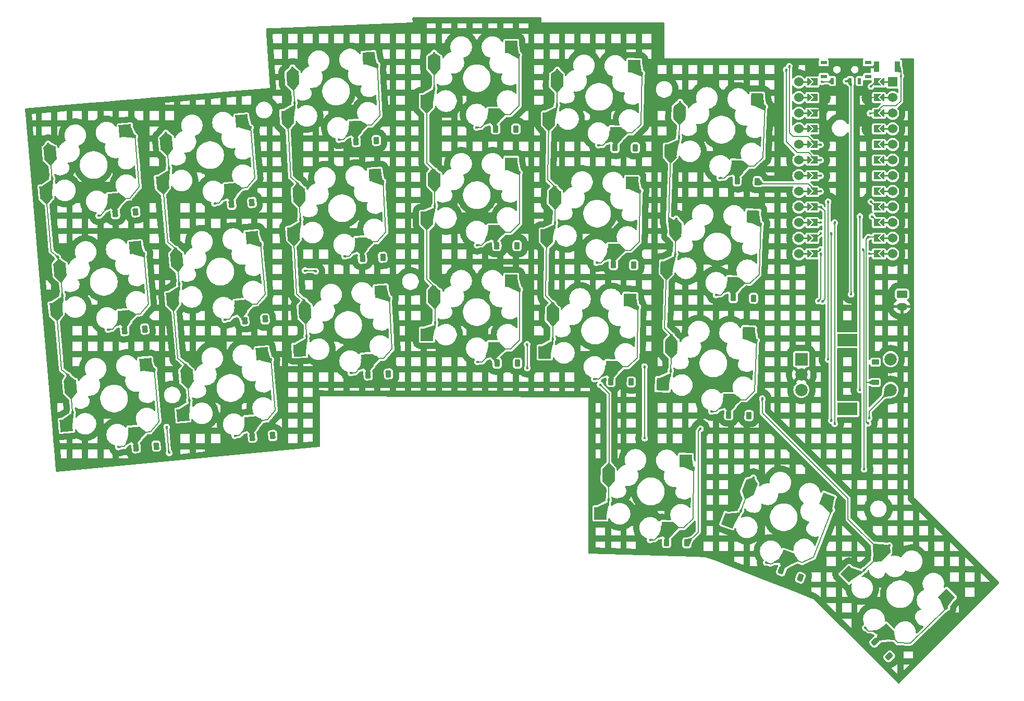
<source format=gbl>
G04 #@! TF.GenerationSoftware,KiCad,Pcbnew,8.0.4*
G04 #@! TF.CreationDate,2024-08-27T16:31:29+02:00*
G04 #@! TF.ProjectId,totem_0_3,746f7465-6d5f-4305-9f33-2e6b69636164,0.3*
G04 #@! TF.SameCoordinates,Original*
G04 #@! TF.FileFunction,Copper,L2,Bot*
G04 #@! TF.FilePolarity,Positive*
%FSLAX46Y46*%
G04 Gerber Fmt 4.6, Leading zero omitted, Abs format (unit mm)*
G04 Created by KiCad (PCBNEW 8.0.4) date 2024-08-27 16:31:29*
%MOMM*%
%LPD*%
G01*
G04 APERTURE LIST*
G04 Aperture macros list*
%AMRoundRect*
0 Rectangle with rounded corners*
0 $1 Rounding radius*
0 $2 $3 $4 $5 $6 $7 $8 $9 X,Y pos of 4 corners*
0 Add a 4 corners polygon primitive as box body*
4,1,4,$2,$3,$4,$5,$6,$7,$8,$9,$2,$3,0*
0 Add four circle primitives for the rounded corners*
1,1,$1+$1,$2,$3*
1,1,$1+$1,$4,$5*
1,1,$1+$1,$6,$7*
1,1,$1+$1,$8,$9*
0 Add four rect primitives between the rounded corners*
20,1,$1+$1,$2,$3,$4,$5,0*
20,1,$1+$1,$4,$5,$6,$7,0*
20,1,$1+$1,$6,$7,$8,$9,0*
20,1,$1+$1,$8,$9,$2,$3,0*%
%AMRotRect*
0 Rectangle, with rotation*
0 The origin of the aperture is its center*
0 $1 length*
0 $2 width*
0 $3 Rotation angle, in degrees counterclockwise*
0 Add horizontal line*
21,1,$1,$2,0,0,$3*%
%AMFreePoly0*
4,1,6,0.600000,0.200000,0.000000,-0.400000,-0.600000,0.200000,-0.600000,0.400000,0.600000,0.400000,0.600000,0.200000,0.600000,0.200000,$1*%
%AMFreePoly1*
4,1,6,0.600000,-0.250000,-0.600000,-0.250000,-0.600000,1.000000,0.000000,0.400000,0.600000,1.000000,0.600000,-0.250000,0.600000,-0.250000,$1*%
G04 Aperture macros list end*
G04 #@! TA.AperFunction,EtchedComponent*
%ADD10C,0.254000*%
G04 #@! TD*
G04 #@! TA.AperFunction,ComponentPad*
%ADD11RoundRect,0.225000X0.237950X0.366919X-0.211776X0.382624X-0.237950X-0.366919X0.211776X-0.382624X0*%
G04 #@! TD*
G04 #@! TA.AperFunction,ComponentPad*
%ADD12RoundRect,0.225000X0.426051X0.098645X0.113454X0.422348X-0.426051X-0.098645X-0.113454X-0.422348X0*%
G04 #@! TD*
G04 #@! TA.AperFunction,SMDPad,CuDef*
%ADD13RotRect,2.000000X2.000000X178.000000*%
G04 #@! TD*
G04 #@! TA.AperFunction,SMDPad,CuDef*
%ADD14RotRect,1.900000X2.000000X178.000000*%
G04 #@! TD*
G04 #@! TA.AperFunction,ComponentPad*
%ADD15RoundRect,0.225000X0.205066X0.386262X-0.244318X0.362710X-0.205066X-0.386262X0.244318X-0.362710X0*%
G04 #@! TD*
G04 #@! TA.AperFunction,ComponentPad*
%ADD16RoundRect,0.225000X0.191460X0.393183X-0.256827X0.353963X-0.191460X-0.393183X0.256827X-0.353963X0*%
G04 #@! TD*
G04 #@! TA.AperFunction,SMDPad,CuDef*
%ADD17RotRect,2.000000X2.000000X185.000000*%
G04 #@! TD*
G04 #@! TA.AperFunction,SMDPad,CuDef*
%ADD18RotRect,1.900000X2.000000X185.000000*%
G04 #@! TD*
G04 #@! TA.AperFunction,ComponentPad*
%ADD19RoundRect,0.225000X0.225000X0.375000X-0.225000X0.375000X-0.225000X-0.375000X0.225000X-0.375000X0*%
G04 #@! TD*
G04 #@! TA.AperFunction,ComponentPad*
%ADD20RoundRect,0.225000X0.375000X-0.225000X0.375000X0.225000X-0.375000X0.225000X-0.375000X-0.225000X0*%
G04 #@! TD*
G04 #@! TA.AperFunction,SMDPad,CuDef*
%ADD21RotRect,2.000000X2.000000X183.000000*%
G04 #@! TD*
G04 #@! TA.AperFunction,SMDPad,CuDef*
%ADD22RotRect,1.900000X2.000000X183.000000*%
G04 #@! TD*
G04 #@! TA.AperFunction,ComponentPad*
%ADD23RoundRect,0.250000X-0.625000X0.350000X-0.625000X-0.350000X0.625000X-0.350000X0.625000X0.350000X0*%
G04 #@! TD*
G04 #@! TA.AperFunction,ComponentPad*
%ADD24O,1.750000X1.200000*%
G04 #@! TD*
G04 #@! TA.AperFunction,SMDPad,CuDef*
%ADD25R,2.000000X2.000000*%
G04 #@! TD*
G04 #@! TA.AperFunction,SMDPad,CuDef*
%ADD26R,1.900000X2.000000*%
G04 #@! TD*
G04 #@! TA.AperFunction,ComponentPad*
%ADD27RoundRect,0.225000X0.231510X0.371016X-0.218421X0.378870X-0.231510X-0.371016X0.218421X-0.378870X0*%
G04 #@! TD*
G04 #@! TA.AperFunction,SMDPad,CuDef*
%ADD28RotRect,2.000000X2.000000X179.000000*%
G04 #@! TD*
G04 #@! TA.AperFunction,SMDPad,CuDef*
%ADD29RotRect,1.900000X2.000000X179.000000*%
G04 #@! TD*
G04 #@! TA.AperFunction,ComponentPad*
%ADD30C,1.524000*%
G04 #@! TD*
G04 #@! TA.AperFunction,SMDPad,CuDef*
%ADD31R,1.524000X1.524000*%
G04 #@! TD*
G04 #@! TA.AperFunction,SMDPad,CuDef*
%ADD32FreePoly0,270.000000*%
G04 #@! TD*
G04 #@! TA.AperFunction,SMDPad,CuDef*
%ADD33FreePoly0,90.000000*%
G04 #@! TD*
G04 #@! TA.AperFunction,SMDPad,CuDef*
%ADD34FreePoly1,90.000000*%
G04 #@! TD*
G04 #@! TA.AperFunction,SMDPad,CuDef*
%ADD35FreePoly1,270.000000*%
G04 #@! TD*
G04 #@! TA.AperFunction,SMDPad,CuDef*
%ADD36RotRect,2.000000X2.000000X134.000000*%
G04 #@! TD*
G04 #@! TA.AperFunction,SMDPad,CuDef*
%ADD37RotRect,1.900000X2.000000X134.000000*%
G04 #@! TD*
G04 #@! TA.AperFunction,ComponentPad*
%ADD38R,2.000000X2.000000*%
G04 #@! TD*
G04 #@! TA.AperFunction,ComponentPad*
%ADD39C,2.000000*%
G04 #@! TD*
G04 #@! TA.AperFunction,ComponentPad*
%ADD40R,3.200000X2.000000*%
G04 #@! TD*
G04 #@! TA.AperFunction,SMDPad,CuDef*
%ADD41RotRect,2.000000X2.000000X159.000000*%
G04 #@! TD*
G04 #@! TA.AperFunction,SMDPad,CuDef*
%ADD42RotRect,1.900000X2.000000X159.000000*%
G04 #@! TD*
G04 #@! TA.AperFunction,ComponentPad*
%ADD43RoundRect,0.225000X0.344444X0.269460X-0.075668X0.430725X-0.344444X-0.269460X0.075668X-0.430725X0*%
G04 #@! TD*
G04 #@! TA.AperFunction,SMDPad,CuDef*
%ADD44R,1.100000X0.600000*%
G04 #@! TD*
G04 #@! TA.AperFunction,SMDPad,CuDef*
%ADD45R,1.000000X0.600000*%
G04 #@! TD*
G04 #@! TA.AperFunction,SMDPad,CuDef*
%ADD46R,0.600000X1.000000*%
G04 #@! TD*
G04 #@! TA.AperFunction,SMDPad,CuDef*
%ADD47R,0.900000X1.700000*%
G04 #@! TD*
G04 #@! TA.AperFunction,ViaPad*
%ADD48C,0.450000*%
G04 #@! TD*
G04 #@! TA.AperFunction,Conductor*
%ADD49C,0.200000*%
G04 #@! TD*
G04 APERTURE END LIST*
D10*
X158545803Y-55647359D02*
X160323803Y-55647359D01*
X158545803Y-58187359D02*
X160323803Y-58187359D01*
X158545803Y-60727359D02*
X160323803Y-60727359D01*
X158545803Y-63267359D02*
X160323803Y-63267359D01*
X158545803Y-65807359D02*
X160323803Y-65807359D01*
X158545803Y-68347359D02*
X160323803Y-68347359D01*
X158545803Y-70887359D02*
X160323803Y-70887359D01*
X158545803Y-73427359D02*
X160323803Y-73427359D01*
X158545803Y-75967359D02*
X160323803Y-75967358D01*
X158545803Y-78507359D02*
X160323803Y-78507359D01*
X158545803Y-81047359D02*
X160323803Y-81047359D01*
X158545803Y-83587359D02*
X160323803Y-83587359D01*
X173785803Y-55647359D02*
X172007803Y-55647359D01*
X173785803Y-58187359D02*
X172007803Y-58187359D01*
X173785803Y-60727359D02*
X172007803Y-60727359D01*
X173785803Y-63267359D02*
X172007803Y-63267360D01*
X173785803Y-65807359D02*
X172007803Y-65807359D01*
X173785803Y-68347359D02*
X172007803Y-68347359D01*
X173785803Y-70887359D02*
X172007803Y-70887359D01*
X173785803Y-73427359D02*
X172007803Y-73427359D01*
X173785803Y-75967359D02*
X172007803Y-75967359D01*
X173785803Y-78507359D02*
X172007803Y-78507359D01*
X173785803Y-81047359D02*
X172007803Y-81047359D01*
X173785803Y-83587359D02*
X172007803Y-83587359D01*
D11*
X150443764Y-109876821D03*
X147145774Y-109761653D03*
D12*
X173227579Y-149022003D03*
X170935207Y-146648181D03*
D13*
X136427124Y-104793071D03*
X137844166Y-98598752D03*
D14*
X147243705Y-107372135D03*
D13*
X150425196Y-96496543D03*
D15*
X89900106Y-65168417D03*
X86604628Y-65341125D03*
D16*
X54162291Y-114840647D03*
X50874849Y-115128261D03*
D17*
X55160054Y-71929974D03*
X55811636Y-65609132D03*
D18*
X66210319Y-73171605D03*
D17*
X68042694Y-61989351D03*
D11*
X151185638Y-90815700D03*
X147887648Y-90700532D03*
D19*
X112850096Y-101354821D03*
X109550096Y-101354821D03*
D20*
X170980400Y-104495800D03*
X170980400Y-101195800D03*
D21*
X75463552Y-61308199D03*
X76335331Y-55013947D03*
D22*
X86463753Y-62934722D03*
D21*
X88685267Y-51823229D03*
D23*
X175298400Y-90145800D03*
D24*
X175298400Y-92145800D03*
D11*
X151823317Y-71827187D03*
X148525327Y-71712019D03*
D19*
X112596095Y-63280222D03*
X109296095Y-63280222D03*
D15*
X90951349Y-84142363D03*
X87655871Y-84315071D03*
D25*
X98121522Y-77741942D03*
X99321522Y-71501942D03*
D26*
X109021522Y-79941942D03*
D25*
X111821522Y-68961942D03*
D16*
X71820521Y-94167593D03*
X68533079Y-94455207D03*
D27*
X131324436Y-104408977D03*
X128024938Y-104351383D03*
D13*
X137753306Y-66816217D03*
X139170348Y-60621898D03*
D14*
X148569887Y-69395281D03*
D13*
X151751378Y-58519689D03*
D27*
X131988929Y-66340177D03*
X128689431Y-66282583D03*
D17*
X37888315Y-92513630D03*
X38539897Y-86192788D03*
D18*
X48938580Y-93755261D03*
D17*
X50770955Y-82573007D03*
D15*
X91857728Y-103105901D03*
X88562250Y-103278609D03*
D16*
X73050737Y-113114114D03*
X69763295Y-113401728D03*
D25*
X98121521Y-58741941D03*
X99321521Y-52501941D03*
D26*
X109021521Y-60941941D03*
D25*
X111821521Y-49961941D03*
D28*
X117941370Y-61605797D03*
X119250090Y-55387690D03*
D29*
X128801314Y-63995693D03*
D28*
X131792515Y-53066232D03*
D16*
X52292906Y-95804938D03*
X49005464Y-96092552D03*
D30*
X173785803Y-55647359D03*
D31*
X173785803Y-55647359D03*
D32*
X172007803Y-55647359D03*
D33*
X160323803Y-55647359D03*
D30*
X158545803Y-55647359D03*
X173785803Y-58187359D03*
D32*
X172007803Y-58187359D03*
D33*
X160323803Y-58187359D03*
D30*
X158545803Y-58187359D03*
X173785803Y-60727359D03*
D32*
X172007803Y-60727359D03*
D33*
X160323803Y-60727359D03*
D30*
X158545803Y-60727359D03*
X173785803Y-63267359D03*
D33*
X160323803Y-63267359D03*
D30*
X158545803Y-63267359D03*
D32*
X172007803Y-63267360D03*
D30*
X173785803Y-65807359D03*
D32*
X172007803Y-65807359D03*
D33*
X160323803Y-65807359D03*
D30*
X158545803Y-65807359D03*
X173785803Y-68347359D03*
D32*
X172007803Y-68347359D03*
D33*
X160323803Y-68347359D03*
D30*
X158545803Y-68347359D03*
X173785803Y-70887359D03*
D32*
X172007803Y-70887359D03*
D33*
X160323803Y-70887359D03*
D30*
X158545803Y-70887359D03*
X173785803Y-73427359D03*
D32*
X172007803Y-73427359D03*
D33*
X160323803Y-73427359D03*
D30*
X158545803Y-73427359D03*
D33*
X160323803Y-75967358D03*
D30*
X173785803Y-75967359D03*
D32*
X172007803Y-75967359D03*
D30*
X158545803Y-75967359D03*
X173785803Y-78507359D03*
D32*
X172007803Y-78507359D03*
D33*
X160323803Y-78507359D03*
D30*
X158545803Y-78507359D03*
X173785803Y-81047359D03*
D32*
X172007803Y-81047359D03*
D33*
X160323803Y-81047359D03*
D30*
X158545803Y-81047359D03*
X173785803Y-83587359D03*
D32*
X172007803Y-83587359D03*
D33*
X160323803Y-83587359D03*
D30*
X158545803Y-83587359D03*
D34*
X161339803Y-55647359D03*
X161339803Y-58187359D03*
X161339803Y-60727359D03*
X161339803Y-63267359D03*
X161339803Y-65807359D03*
X161339803Y-68347359D03*
X161339803Y-70887359D03*
X161339803Y-73427359D03*
X161339803Y-75967359D03*
X161339803Y-78507359D03*
X161339803Y-81047359D03*
X161339803Y-83587359D03*
D35*
X170991803Y-83587359D03*
X170991803Y-81047359D03*
X170991803Y-78507359D03*
X170991803Y-75967359D03*
X170991803Y-73427359D03*
X170991803Y-70887359D03*
X170991803Y-68347359D03*
X170991803Y-65807359D03*
X170991803Y-63267359D03*
X170991803Y-60727359D03*
X170991803Y-58187359D03*
X170991803Y-55647359D03*
D28*
X126322970Y-125761850D03*
X127631690Y-119543743D03*
D29*
X137182914Y-128151746D03*
D28*
X140174115Y-117222285D03*
D16*
X50795456Y-76762961D03*
X47508014Y-77050575D03*
D21*
X76457937Y-80282156D03*
X77329716Y-73987904D03*
D22*
X87458138Y-81908679D03*
D21*
X89679652Y-70797186D03*
D36*
X166701785Y-135655179D03*
X172024055Y-132183718D03*
D37*
X172691014Y-145024231D03*
D36*
X182534408Y-139411033D03*
D13*
X137090215Y-85804646D03*
X138507257Y-79610327D03*
D14*
X147906796Y-88383710D03*
D13*
X151088287Y-77508118D03*
D38*
X158955200Y-100701400D03*
D39*
X158955200Y-105701400D03*
X158955200Y-103201400D03*
D40*
X166455200Y-97601400D03*
X166455200Y-108801400D03*
D39*
X173455200Y-105701400D03*
X173455200Y-100701400D03*
D17*
X39548632Y-111491139D03*
X40200214Y-105170297D03*
D18*
X50598897Y-112732770D03*
D17*
X52431272Y-101550516D03*
X58471971Y-109785373D03*
X59123553Y-103464531D03*
D18*
X69522236Y-111027004D03*
D17*
X71354611Y-99844750D03*
D25*
X98121519Y-96741939D03*
X99321519Y-90501939D03*
D26*
X109021519Y-98941939D03*
D25*
X111821519Y-87961939D03*
D16*
X69682820Y-75238017D03*
X66395378Y-75525631D03*
D21*
X77452319Y-99256122D03*
X78324098Y-92961870D03*
D22*
X88452520Y-100882645D03*
D21*
X90674034Y-89771152D03*
D41*
X147204611Y-126955080D03*
X150561124Y-121559580D03*
D42*
X156592228Y-132915168D03*
D41*
X163141135Y-123667885D03*
D27*
X131732648Y-85388606D03*
X128433150Y-85331012D03*
D43*
X158798438Y-136239116D03*
X155717624Y-135056502D03*
D27*
X140368658Y-130580408D03*
X137069160Y-130522814D03*
D17*
X36227998Y-73536121D03*
X36879580Y-67215279D03*
D18*
X47278263Y-74777752D03*
D17*
X49110638Y-63595498D03*
D19*
X112780634Y-82265360D03*
X109480634Y-82265360D03*
D28*
X117278182Y-99600014D03*
X118586902Y-93381907D03*
D29*
X128138126Y-101989910D03*
D28*
X131129327Y-91060449D03*
X117609776Y-80602906D03*
X118918496Y-74384799D03*
D29*
X128469720Y-82992802D03*
D28*
X131460921Y-72063341D03*
D17*
X56816011Y-90857674D03*
X57467593Y-84536832D03*
D18*
X67866276Y-92099305D03*
D17*
X69698651Y-80917051D03*
D44*
X169788400Y-52499400D03*
D45*
X162588400Y-52499400D03*
X169788400Y-54785400D03*
D44*
X162588400Y-54785400D03*
D46*
X163988400Y-55492400D03*
X166888400Y-55492400D03*
X168388400Y-55492400D03*
D47*
X171194400Y-53188800D03*
X174594400Y-53188800D03*
D48*
X170116800Y-60732600D03*
X175120600Y-54662000D03*
X166179800Y-55500200D03*
X162254203Y-55647356D03*
X170249962Y-56389200D03*
X162406603Y-63267356D03*
X162432002Y-58187357D03*
X170052002Y-61723200D03*
X162150200Y-59818200D03*
X170026602Y-63267357D03*
X170026603Y-58187357D03*
X44792940Y-77389326D03*
X50671047Y-64432510D03*
X162074000Y-73427359D03*
X72749128Y-100775424D03*
X66912146Y-113156885D03*
X71098127Y-81903222D03*
X65261144Y-94284685D03*
X69447127Y-63005621D03*
X63610144Y-75387085D03*
X92022362Y-90786221D03*
X85756829Y-102956431D03*
X91006364Y-71812422D03*
X84740830Y-83982630D03*
X162150200Y-83587359D03*
X161709400Y-91263400D03*
X169998800Y-83587359D03*
X90066560Y-52864018D03*
X83801030Y-65034233D03*
X113208034Y-89340360D03*
X106314151Y-101165982D03*
X106263349Y-82166780D03*
X113157234Y-70341159D03*
X113071521Y-51211939D03*
X106177634Y-63037559D03*
X125315819Y-103918797D03*
X132415040Y-92215292D03*
X163817600Y-80239800D03*
X162147361Y-80239800D03*
X163817600Y-110689157D03*
X132770642Y-73317692D03*
X125671421Y-85021196D03*
X125976221Y-65920396D03*
X133075443Y-54216893D03*
X151667466Y-97635137D03*
X144365070Y-109212960D03*
X145076271Y-90264561D03*
X152378664Y-78686738D03*
X169821000Y-80849400D03*
X169812000Y-111151600D03*
X142566800Y-112015200D03*
X145711269Y-71239961D03*
X153013665Y-59662140D03*
X134383620Y-130080796D03*
X141482843Y-118377293D03*
X153247121Y-133765567D03*
X163921041Y-125195947D03*
X169337804Y-144364328D03*
X182633339Y-141108607D03*
X57873254Y-88505795D03*
X57347979Y-82814918D03*
X78307203Y-86305157D03*
X80059803Y-86406756D03*
X162124800Y-75967358D03*
X162369800Y-91339600D03*
X59524254Y-107377993D03*
X56222254Y-69608193D03*
X58998977Y-101687117D03*
X55696979Y-63917318D03*
X156996402Y-53081957D03*
X162074000Y-65832757D03*
X78575119Y-96923225D03*
X76619318Y-59001023D03*
X77232772Y-72243685D03*
X78248772Y-91217484D03*
X76292972Y-53295283D03*
X77559119Y-77949424D03*
X99321519Y-56636761D03*
X99458037Y-94765182D03*
X114426003Y-102160000D03*
X127640259Y-123561316D03*
X126262403Y-104847157D03*
X156488403Y-53640756D03*
X99407235Y-75765981D03*
X99430747Y-89050182D03*
X99294234Y-50921760D03*
X162074000Y-68347359D03*
X127712718Y-117846709D03*
X114400603Y-98293957D03*
X99379948Y-70050981D03*
X133501402Y-113559357D03*
X118572458Y-97399315D03*
X119232861Y-59400917D03*
X162051005Y-82876157D03*
X151162826Y-119987703D03*
X133476003Y-101900757D03*
X169151600Y-118619200D03*
X118928061Y-78501714D03*
X119305317Y-53686311D03*
X168973800Y-82876157D03*
X118644918Y-91684709D03*
X149140228Y-125332895D03*
X119000518Y-72787109D03*
X137908695Y-96864315D03*
X152616200Y-107113000D03*
X173271571Y-130996484D03*
X169179497Y-134986082D03*
X162099400Y-70887358D03*
X139254897Y-58891315D03*
X137736518Y-102576786D03*
X138619896Y-77915916D03*
X139082717Y-64603787D03*
X138447716Y-83628386D03*
X52149729Y-83528822D03*
X46312744Y-95910287D03*
X163309600Y-75083600D03*
X163309600Y-100763000D03*
X170243800Y-75083600D03*
X53835433Y-102350204D03*
X47981368Y-114998952D03*
X168465800Y-77496600D03*
X168465800Y-105701400D03*
X170447000Y-77496600D03*
X39845849Y-103319164D03*
X40563673Y-109324654D03*
X38898928Y-90296539D03*
X164376400Y-111212033D03*
X36579298Y-65690876D03*
X56247636Y-115933054D03*
X38163395Y-84088622D03*
X169989800Y-110262600D03*
X162099400Y-78507359D03*
X164376400Y-78507359D03*
X37238611Y-71319030D03*
X55829546Y-111737126D03*
X167052400Y-90171200D03*
D49*
X170122041Y-60727359D02*
X170116800Y-60732600D01*
X170991803Y-60727359D02*
X170122041Y-60727359D01*
X175120600Y-53715000D02*
X175120600Y-54662000D01*
X175120600Y-54662000D02*
X175120600Y-58726000D01*
X174594400Y-53188800D02*
X175120600Y-53715000D01*
X175120600Y-58726000D02*
X174307800Y-59538800D01*
X172180362Y-59538800D02*
X170991803Y-60727359D01*
X174307800Y-59538800D02*
X172180362Y-59538800D01*
X168473800Y-105693400D02*
X168473800Y-77504600D01*
X168465800Y-105701400D02*
X168473800Y-105693400D01*
X168473800Y-77504600D02*
X168465800Y-77496600D01*
X166179800Y-55500200D02*
X166880600Y-55500200D01*
X162254203Y-55647356D02*
X163833444Y-55647356D01*
X170249962Y-56389200D02*
X170991803Y-55647359D01*
X161339803Y-63267359D02*
X162406601Y-63267358D01*
X162406601Y-63267358D02*
X162406603Y-63267356D01*
X161339803Y-60628597D02*
X162150200Y-59818200D01*
X170026604Y-58187358D02*
X170026603Y-58187357D01*
X170991803Y-58187359D02*
X170026604Y-58187358D01*
X45110181Y-77361571D02*
X44792940Y-77389326D01*
X47278263Y-74777752D02*
X45110181Y-77361571D01*
X51398357Y-72745703D02*
X49884602Y-74549727D01*
X49620386Y-63550901D02*
X50671047Y-64432510D01*
X50671047Y-64432510D02*
X51398357Y-72745703D01*
X47278263Y-74777752D02*
X47474661Y-77022589D01*
X49884602Y-74549727D02*
X47278263Y-74777752D01*
X160120601Y-72208157D02*
X161339803Y-73427359D01*
X152204286Y-72208156D02*
X160120601Y-72208157D01*
X162074000Y-73427359D02*
X161339803Y-73427359D01*
X151823317Y-71827187D02*
X152204286Y-72208156D01*
X69522235Y-111027002D02*
X69632406Y-112286228D01*
X71394937Y-99639124D02*
X72749128Y-100775424D01*
X69522236Y-111027005D02*
X69727361Y-113371574D01*
X73472195Y-109040150D02*
X72749128Y-100775424D01*
X69562563Y-110821380D02*
X72168904Y-110593355D01*
X66912146Y-113156885D02*
X67657566Y-113091670D01*
X67657566Y-113091670D02*
X69562563Y-110821380D01*
X72168904Y-110593355D02*
X73472195Y-109040150D01*
X67866276Y-92099307D02*
X68062742Y-94344934D01*
X69743938Y-80766922D02*
X71098127Y-81903222D01*
X71821196Y-90167948D02*
X71098127Y-81903222D01*
X66006563Y-94219470D02*
X67911564Y-91949178D01*
X65261144Y-94284685D02*
X66006563Y-94219470D01*
X67911564Y-91949178D02*
X70517901Y-91721153D01*
X70517901Y-91721153D02*
X71821196Y-90167948D01*
X67866277Y-92099307D02*
X67982532Y-93428112D01*
X66210320Y-73171605D02*
X66414297Y-75503086D01*
X63610144Y-75387085D02*
X64355566Y-75321870D01*
X66260562Y-73051580D02*
X68866904Y-72823552D01*
X66210318Y-73171604D02*
X66322215Y-74450581D01*
X64355566Y-75321870D02*
X66260562Y-73051580D01*
X68866904Y-72823552D02*
X70170194Y-71270350D01*
X68092940Y-61869323D02*
X69447127Y-63005621D01*
X70170194Y-71270350D02*
X69447127Y-63005621D01*
X88452520Y-100882645D02*
X88524850Y-102262761D01*
X86504070Y-102917273D02*
X88487140Y-100714846D01*
X88487140Y-100714846D02*
X91099850Y-100577917D01*
X85756829Y-102956431D02*
X86504070Y-102917273D01*
X88452519Y-100882643D02*
X88577216Y-103261987D01*
X91099850Y-100577917D02*
X92456555Y-99071147D01*
X92456555Y-99071147D02*
X92022362Y-90786221D01*
X90708655Y-89603352D02*
X92022362Y-90786221D01*
X84740830Y-83982630D02*
X85488068Y-83943470D01*
X87458136Y-81908678D02*
X87580702Y-84247391D01*
X91440556Y-80097343D02*
X91006364Y-71812422D01*
X87458135Y-81908682D02*
X87529029Y-83261392D01*
X89692654Y-70629553D02*
X91006364Y-71812422D01*
X85488068Y-83943470D02*
X87471141Y-81741046D01*
X90083852Y-81604119D02*
X91440556Y-80097343D01*
X87471141Y-81741046D02*
X90083852Y-81604119D01*
X162127203Y-83610356D02*
X162150200Y-83587359D01*
X161709400Y-91263400D02*
X162127203Y-90845597D01*
X169998800Y-83587359D02*
X170991803Y-83587359D01*
X162127203Y-90845597D02*
X162127203Y-83610356D01*
X89144051Y-62655718D02*
X90500755Y-61148946D01*
X86531341Y-62792647D02*
X89144051Y-62655718D01*
X84548267Y-64995071D02*
X86531341Y-62792647D01*
X86463751Y-62934722D02*
X86529295Y-64185361D01*
X88752856Y-51681150D02*
X90066560Y-52864018D01*
X83801030Y-65034233D02*
X84548267Y-64995071D01*
X90500755Y-61148946D02*
X90066560Y-52864018D01*
X86463752Y-62934720D02*
X86589134Y-65327177D01*
X111774329Y-99070363D02*
X113208035Y-97636656D01*
X113208035Y-97636656D02*
X113208034Y-89340360D01*
X109021519Y-98941940D02*
X109021520Y-100405446D01*
X106314151Y-101165982D02*
X107062413Y-101165981D01*
X109158032Y-99070360D02*
X111774329Y-99070363D01*
X111958035Y-88090361D02*
X113208034Y-89340360D01*
X109021520Y-100826246D02*
X109550097Y-101354822D01*
X107062413Y-101165981D02*
X109158032Y-99070360D01*
X109021520Y-100405446D02*
X109021520Y-100826246D01*
X109107236Y-80071161D02*
X111723530Y-80071160D01*
X111723530Y-80071160D02*
X113157233Y-78637456D01*
X111907234Y-69091160D02*
X113157234Y-70341159D01*
X113157233Y-78637456D02*
X113157234Y-70341159D01*
X109021521Y-81406246D02*
X109880636Y-82265361D01*
X109021520Y-79941940D02*
X109021521Y-81406246D01*
X107011612Y-82166780D02*
X109107236Y-80071161D01*
X106263349Y-82166780D02*
X107011612Y-82166780D01*
X106177634Y-63037559D02*
X106925901Y-63037561D01*
X111637817Y-60941940D02*
X113071521Y-59508232D01*
X109021523Y-60941941D02*
X109021524Y-63005648D01*
X111821521Y-49961940D02*
X113071521Y-51211939D01*
X113071521Y-59508232D02*
X113071521Y-51211939D01*
X109021521Y-60941941D02*
X111637817Y-60941940D01*
X106925901Y-63037561D02*
X109021521Y-60941941D01*
X128138128Y-101989909D02*
X128114511Y-103342922D01*
X131187046Y-90943666D02*
X132415040Y-92215292D01*
X128138128Y-101989910D02*
X128098141Y-104280693D01*
X125315819Y-103918797D02*
X126063971Y-103931853D01*
X132270249Y-100510323D02*
X132415040Y-92215292D01*
X130811744Y-101918788D02*
X132270249Y-100510323D01*
X128195845Y-101873130D02*
X130811744Y-101918788D01*
X126063971Y-103931853D02*
X128195845Y-101873130D01*
X162147361Y-80239800D02*
X161339803Y-81047358D01*
X163817600Y-110689157D02*
X163817600Y-80239800D01*
X132625851Y-81612723D02*
X132770642Y-73317692D01*
X125671421Y-85021196D02*
X126419570Y-85034257D01*
X128469722Y-82992801D02*
X128428984Y-85326697D01*
X131542646Y-72046068D02*
X132770642Y-73317692D01*
X128551446Y-82975529D02*
X131167344Y-83021186D01*
X128469722Y-82992801D02*
X128444174Y-84456454D01*
X131167344Y-83021186D02*
X132625851Y-81612723D01*
X126419570Y-85034257D02*
X128551446Y-82975529D01*
X131847447Y-52945268D02*
X133075443Y-54216893D01*
X131472142Y-63920390D02*
X132930652Y-62511923D01*
X126724371Y-65933456D02*
X128856246Y-63874728D01*
X128856246Y-63874728D02*
X131472142Y-63920390D01*
X132930652Y-62511923D02*
X133075443Y-54216893D01*
X125976221Y-65920396D02*
X126724371Y-65933456D01*
X128801314Y-63995694D02*
X128778156Y-65322487D01*
X128801315Y-63995695D02*
X128762634Y-66211893D01*
X149895062Y-107309174D02*
X151377928Y-105926379D01*
X145112878Y-109239077D02*
X147280360Y-107217869D01*
X147280360Y-107217869D02*
X149895062Y-107309174D01*
X147243705Y-107372134D02*
X147195690Y-108747121D01*
X150461851Y-96342277D02*
X151667466Y-97635137D01*
X144365070Y-109212960D02*
X145112878Y-109239077D01*
X147243705Y-107372136D02*
X147160749Y-109747689D01*
X151377928Y-105926379D02*
X151667466Y-97635137D01*
X151173049Y-77393874D02*
X152378664Y-78686738D01*
X152089128Y-86977979D02*
X152378664Y-78686738D01*
X147906796Y-88383709D02*
X147859519Y-89737610D01*
X150606261Y-88360774D02*
X152089128Y-86977979D01*
X147991559Y-88269467D02*
X150606261Y-88360774D01*
X145824078Y-90290675D02*
X147991559Y-88269467D01*
X147906797Y-88383710D02*
X147828120Y-90636695D01*
X145076271Y-90264561D02*
X145824078Y-90290675D01*
X140735161Y-130183258D02*
X140498243Y-130420176D01*
X142566800Y-112015200D02*
X142566800Y-112016782D01*
X142566800Y-112016782D02*
X142199291Y-112384291D01*
X169481600Y-104573000D02*
X169481600Y-81188800D01*
X169821000Y-80849400D02*
X170793844Y-80849400D01*
X142199291Y-112384291D02*
X142199291Y-128832670D01*
X169481600Y-104573000D02*
X169558800Y-104495800D01*
X169481600Y-110821200D02*
X169481600Y-104573000D01*
X140369425Y-130536446D02*
X140735161Y-130183258D01*
X141597005Y-129434956D02*
X140368659Y-130580407D01*
X142199291Y-128832670D02*
X141597005Y-129434956D01*
X169481600Y-81188800D02*
X169821000Y-80849400D01*
X169558800Y-104495800D02*
X170980400Y-104495800D01*
X170793844Y-80849400D02*
X170991803Y-81047359D01*
X169812000Y-111151600D02*
X169481600Y-110821200D01*
X148626557Y-69244868D02*
X151241261Y-69336175D01*
X152724129Y-67953377D02*
X153013665Y-59662140D01*
X151241261Y-69336175D02*
X152724129Y-67953377D01*
X148569889Y-69395282D02*
X148521548Y-70779544D01*
X145711269Y-71239961D02*
X146459079Y-71266076D01*
X151808050Y-58369273D02*
X153013665Y-59662140D01*
X146459079Y-71266076D02*
X148626557Y-69244868D01*
X148569887Y-69395281D02*
X148490297Y-71674454D01*
X134383620Y-130080796D02*
X135131771Y-130093855D01*
X141338050Y-126672323D02*
X141482843Y-118377293D01*
X137263647Y-128035127D02*
X139879543Y-128080788D01*
X137182915Y-128151745D02*
X137142769Y-130451729D01*
X135131771Y-130093855D02*
X137263647Y-128035127D01*
X139879543Y-128080788D02*
X141338050Y-126672323D01*
X140254847Y-117105666D02*
X141482843Y-118377293D01*
X153945685Y-134033723D02*
X156653120Y-132828295D01*
X156653120Y-132828295D02*
X159095641Y-133765890D01*
X153247121Y-133765567D02*
X153945685Y-134033723D01*
X156592227Y-132915166D02*
X155781091Y-135028246D01*
X159095641Y-133765890D02*
X160947913Y-132941206D01*
X160947913Y-132941206D02*
X163921041Y-125195947D01*
X163202025Y-123581011D02*
X163921041Y-125195947D01*
X169857596Y-144902584D02*
X172820798Y-144954310D01*
X182664192Y-139341111D02*
X182633339Y-141108607D01*
X174638228Y-146836315D02*
X176665485Y-146871700D01*
X172820798Y-144954310D02*
X174638228Y-146836315D01*
X169337804Y-144364328D02*
X169857596Y-144902584D01*
X176665485Y-146871700D02*
X182633339Y-141108607D01*
X172691014Y-145024230D02*
X171008047Y-146649453D01*
X57873254Y-88505795D02*
X57952145Y-89407527D01*
X162369800Y-91339600D02*
X162787603Y-90921797D01*
X79958202Y-86305157D02*
X80059803Y-86406756D01*
X56816011Y-90857672D02*
X57665578Y-100568262D01*
X59524254Y-107377993D02*
X59603147Y-108279726D01*
X56301148Y-70509926D02*
X55210298Y-71809950D01*
X56014465Y-81695970D02*
X57347979Y-82814918D01*
X59603147Y-108279726D02*
X58512298Y-109579749D01*
X55160054Y-71929974D02*
X56014465Y-81695970D01*
X57347979Y-82814918D02*
X57483319Y-84361901D01*
X55861882Y-65489106D02*
X56222254Y-69608193D01*
X162124800Y-75967358D02*
X161339802Y-75967358D01*
X78307203Y-86305157D02*
X79958202Y-86305157D01*
X57665578Y-100568262D02*
X58998977Y-101687117D01*
X57952145Y-89407527D02*
X56861297Y-90707548D01*
X56222254Y-69608193D02*
X56301148Y-70509926D01*
X58998977Y-101687117D02*
X59134321Y-103234101D01*
X57512879Y-84386707D02*
X57873254Y-88505795D01*
X162787603Y-90921797D02*
X162787603Y-76630161D01*
X162787603Y-76630161D02*
X162124800Y-75967358D01*
X55696979Y-63917318D02*
X55832320Y-65464302D01*
X59163881Y-103258907D02*
X59524254Y-107377993D01*
X76666692Y-59904964D02*
X75531141Y-61166121D01*
X78622494Y-97827164D02*
X77486941Y-99088323D01*
X75977419Y-71113360D02*
X77232772Y-72243685D01*
X78358723Y-92794070D02*
X78575119Y-96923225D01*
X76970722Y-90066726D02*
X78248772Y-91217484D01*
X76619318Y-59001023D02*
X76666692Y-59904964D01*
X157606003Y-64511956D02*
X160044401Y-64511957D01*
X77559119Y-77949424D02*
X77606495Y-78853364D01*
X77606495Y-78853364D02*
X76470940Y-80114524D01*
X157021803Y-63927757D02*
X157606003Y-64511956D01*
X76457935Y-80282161D02*
X76970722Y-90066726D01*
X77342718Y-73820271D02*
X77559119Y-77949424D01*
X76292972Y-53295283D02*
X76374242Y-54846050D01*
X78575119Y-96923225D02*
X78622494Y-97827164D01*
X76402920Y-54871872D02*
X76619318Y-59001023D01*
X160044401Y-64511957D02*
X161339803Y-65807358D01*
X78248772Y-91217484D02*
X78330042Y-92768251D01*
X75463552Y-61308195D02*
X75977419Y-71113360D01*
X157021803Y-53107357D02*
X157021803Y-63927757D01*
X156996402Y-53081957D02*
X157021803Y-53107357D01*
X77232772Y-72243685D02*
X77314040Y-73794451D01*
X162074000Y-65832757D02*
X161365200Y-65832757D01*
X99458037Y-94765182D02*
X99458035Y-95670362D01*
X99407236Y-71631163D02*
X99407235Y-75765981D01*
X98121521Y-68792554D02*
X99379948Y-70050981D01*
X127712718Y-117846709D02*
X127685615Y-119399367D01*
X127640259Y-123561316D02*
X127624461Y-124466357D01*
X99458035Y-95670362D02*
X98258036Y-96870360D01*
X98121521Y-77741940D02*
X98121521Y-87740954D01*
X114426003Y-102160000D02*
X114426002Y-102159999D01*
X99379948Y-70050981D02*
X99379949Y-71603874D01*
X162074000Y-68347359D02*
X161339803Y-68347359D01*
X127712718Y-106297471D02*
X126262403Y-104847157D01*
X114426002Y-98319357D02*
X114400603Y-98293957D01*
X98121521Y-87740954D02*
X99430747Y-89050182D01*
X127712718Y-117846709D02*
X127712718Y-106297471D01*
X99321519Y-56636761D02*
X99321521Y-57541938D01*
X156488403Y-53640756D02*
X156488403Y-65375557D01*
X99458036Y-90630363D02*
X99458037Y-94765182D01*
X156488403Y-65375557D02*
X158266403Y-67153557D01*
X99407233Y-76671161D02*
X98207235Y-77871160D01*
X99321521Y-57541938D02*
X98121521Y-58741941D01*
X99430747Y-89050182D02*
X99430748Y-90603074D01*
X127712421Y-119427125D02*
X127640259Y-123561316D01*
X99294234Y-50921760D02*
X99294234Y-52474653D01*
X127624461Y-124466357D02*
X126403702Y-125645233D01*
X99321521Y-52501941D02*
X99321519Y-56636761D01*
X114426002Y-102159999D02*
X114426002Y-98319357D01*
X98121521Y-58741941D02*
X98121521Y-68792554D01*
X160146001Y-67153557D02*
X161106457Y-68114013D01*
X158266403Y-67153557D02*
X160146001Y-67153557D01*
X99407235Y-75765981D02*
X99407233Y-76671161D01*
X117609778Y-80602906D02*
X117438157Y-90435072D01*
X133501402Y-101926157D02*
X133476003Y-101900757D01*
X148815840Y-126177953D02*
X147265503Y-126868208D01*
X119305317Y-53686311D02*
X119278214Y-55238968D01*
X118928061Y-78501714D02*
X118912261Y-79406756D01*
X118912261Y-79406756D02*
X117691502Y-80585632D01*
X119217063Y-60305959D02*
X117996302Y-61484830D01*
X149140228Y-125332895D02*
X148815840Y-126177953D01*
X151162826Y-119987703D02*
X150606318Y-121437455D01*
X168973800Y-82876157D02*
X169151600Y-83053957D01*
X162051005Y-82876157D02*
X161339803Y-83587359D01*
X118644622Y-93265124D02*
X118572458Y-97399315D01*
X117941370Y-61605800D02*
X117768471Y-71511286D01*
X169151600Y-83053957D02*
X169151600Y-118619200D01*
X119305019Y-55266726D02*
X119232861Y-59400917D01*
X119000222Y-74367524D02*
X118928061Y-78501714D01*
X118572458Y-97399315D02*
X118556662Y-98304359D01*
X133501402Y-113559357D02*
X133501402Y-101926157D01*
X117768471Y-71511286D02*
X119000518Y-72787109D01*
X119000518Y-72787109D02*
X118973414Y-74339766D01*
X118556662Y-98304359D02*
X117335904Y-99483232D01*
X150622013Y-121472706D02*
X149140228Y-125332895D01*
X118644918Y-91684709D02*
X118617815Y-93237367D01*
X119232861Y-59400917D02*
X119217063Y-60305959D01*
X117438157Y-90435072D02*
X118644918Y-91684709D01*
X137753307Y-66816218D02*
X137349868Y-78369179D01*
X152616200Y-107113000D02*
X152616200Y-109440800D01*
X152616200Y-109440800D02*
X166544400Y-123369000D01*
X173271571Y-130996484D02*
X172154513Y-132075212D01*
X137349868Y-78369179D02*
X138507258Y-79610325D01*
X172153838Y-132113794D02*
X169179497Y-134986082D01*
X138447716Y-83628386D02*
X138416128Y-84533012D01*
X169179497Y-134986082D02*
X168528365Y-135614876D01*
X137736518Y-102576786D02*
X137704924Y-103481412D01*
X166544400Y-126704062D02*
X172024056Y-132183718D01*
X168528365Y-135614876D02*
X166831568Y-135585257D01*
X137908695Y-96864315D02*
X137854503Y-98416261D01*
X137704924Y-103481412D02*
X136463777Y-104638803D01*
X136747491Y-95619072D02*
X137908695Y-96864315D01*
X138619896Y-77915916D02*
X138565700Y-79467862D01*
X139227020Y-60471484D02*
X139082717Y-64603787D01*
X139051129Y-65508412D02*
X137809977Y-66665805D01*
X137880818Y-98444483D02*
X137736518Y-102576786D01*
X139254897Y-58891315D02*
X139200701Y-60443263D01*
X162099400Y-70887358D02*
X161339802Y-70887358D01*
X166544400Y-123369000D02*
X166544400Y-126704062D01*
X138592021Y-79496084D02*
X138447716Y-83628386D01*
X138416128Y-84533012D02*
X137174978Y-85690404D01*
X136747491Y-95619072D02*
X137090216Y-85804644D01*
X139082717Y-64603787D02*
X139051129Y-65508412D01*
X46312744Y-95910287D02*
X47058163Y-95845072D01*
X50795540Y-82392524D02*
X52149729Y-83528822D01*
X48938579Y-93755262D02*
X49134977Y-96000099D01*
X47058163Y-95845072D02*
X48963164Y-93574779D01*
X52872798Y-91793548D02*
X52149729Y-83528822D01*
X51569504Y-93346754D02*
X52872798Y-91793548D01*
X48963164Y-93574779D02*
X51569504Y-93346754D01*
X170991803Y-75831603D02*
X170243800Y-75083600D01*
X163309600Y-100763000D02*
X163309600Y-75083600D01*
X52839806Y-101514774D02*
X53835433Y-102350204D01*
X48942895Y-114914829D02*
X50615417Y-112921596D01*
X47981368Y-114998952D02*
X48942895Y-114914829D01*
X50598897Y-112732770D02*
X50803216Y-115068154D01*
X53205236Y-112504745D02*
X50598897Y-112732770D01*
X53835433Y-102350204D02*
X54580454Y-110865824D01*
X54580454Y-110865824D02*
X53205236Y-112504745D01*
X170991803Y-78041403D02*
X170447000Y-77496600D01*
X37071030Y-83172019D02*
X38163395Y-84088622D01*
X40563673Y-109324654D02*
X40639478Y-110191119D01*
X55829546Y-111737126D02*
X56192602Y-115886875D01*
X38979162Y-91213610D02*
X37888315Y-92513630D01*
X39845849Y-103319164D02*
X39992558Y-104996054D01*
X37318845Y-72236101D02*
X36227998Y-73536121D01*
X37238611Y-71319030D02*
X37318845Y-72236101D01*
X36879580Y-67215279D02*
X37238611Y-71319030D01*
X56192602Y-115886875D02*
X56247636Y-115933054D01*
X38187746Y-84366958D02*
X38395402Y-84541202D01*
X162099400Y-78507359D02*
X161339803Y-78507359D01*
X36227998Y-73536121D02*
X37071030Y-83172019D01*
X36579298Y-65690876D02*
X36699441Y-67064125D01*
X38395402Y-84541202D02*
X38539897Y-86192788D01*
X164376400Y-78507359D02*
X164376400Y-111212033D01*
X38539897Y-86192788D02*
X38898928Y-90296539D01*
X38898928Y-90296539D02*
X38979162Y-91213610D01*
X37888315Y-92513630D02*
X38753484Y-102402561D01*
X169989800Y-109166800D02*
X173455200Y-105701400D01*
X40639478Y-110191119D02*
X39548632Y-111491139D01*
X40200214Y-105170297D02*
X40563673Y-109324654D01*
X38753484Y-102402561D02*
X39845849Y-103319164D01*
X169989800Y-110262600D02*
X169989800Y-109166800D01*
X38163395Y-84088622D02*
X38187746Y-84366958D01*
X167052400Y-90171200D02*
X167052400Y-55656400D01*
G04 #@! TA.AperFunction,Conductor*
G36*
X116681854Y-45131285D02*
G01*
X116727609Y-45184089D01*
X116738753Y-45231721D01*
X116760400Y-45924400D01*
X136550000Y-45924400D01*
X136617039Y-45944085D01*
X136662794Y-45996889D01*
X136674000Y-46048400D01*
X136674000Y-51791800D01*
X161771667Y-51791800D01*
X161838706Y-51811485D01*
X161884461Y-51864289D01*
X161894405Y-51933447D01*
X161865380Y-51997003D01*
X161859348Y-52003481D01*
X161836194Y-52026634D01*
X161790815Y-52129406D01*
X161790815Y-52129408D01*
X161787900Y-52154531D01*
X161787900Y-52844256D01*
X161787902Y-52844282D01*
X161790813Y-52869387D01*
X161790815Y-52869391D01*
X161836193Y-52972164D01*
X161836194Y-52972165D01*
X161915635Y-53051606D01*
X162018409Y-53096985D01*
X162043535Y-53099900D01*
X163133264Y-53099899D01*
X163133279Y-53099897D01*
X163133282Y-53099897D01*
X163158387Y-53096986D01*
X163158388Y-53096985D01*
X163158391Y-53096985D01*
X163261165Y-53051606D01*
X163340606Y-52972165D01*
X163385985Y-52869391D01*
X163388900Y-52844265D01*
X163388899Y-52154536D01*
X163388174Y-52148282D01*
X163385986Y-52129412D01*
X163385985Y-52129410D01*
X163385985Y-52129409D01*
X163340606Y-52026635D01*
X163317452Y-52003481D01*
X163283967Y-51942158D01*
X163288951Y-51872466D01*
X163330823Y-51816533D01*
X163396287Y-51792116D01*
X163405133Y-51791800D01*
X168921667Y-51791800D01*
X168988706Y-51811485D01*
X169034461Y-51864289D01*
X169044405Y-51933447D01*
X169015380Y-51997003D01*
X169009348Y-52003481D01*
X168986194Y-52026634D01*
X168940815Y-52129406D01*
X168940815Y-52129408D01*
X168937900Y-52154531D01*
X168937900Y-52844256D01*
X168937902Y-52844282D01*
X168940813Y-52869387D01*
X168940815Y-52869391D01*
X168986193Y-52972164D01*
X168986194Y-52972165D01*
X169065635Y-53051606D01*
X169168409Y-53096985D01*
X169193535Y-53099900D01*
X170383264Y-53099899D01*
X170383279Y-53099897D01*
X170383282Y-53099897D01*
X170408387Y-53096986D01*
X170408388Y-53096985D01*
X170408391Y-53096985D01*
X170511165Y-53051606D01*
X170587652Y-52975119D01*
X170648975Y-52941634D01*
X170675333Y-52938800D01*
X171320400Y-52938800D01*
X171387439Y-52958485D01*
X171433194Y-53011289D01*
X171444400Y-53062800D01*
X171444400Y-53314800D01*
X171424715Y-53381839D01*
X171371911Y-53427594D01*
X171320400Y-53438800D01*
X170244400Y-53438800D01*
X170244400Y-54060900D01*
X170224715Y-54127939D01*
X170171911Y-54173694D01*
X170120400Y-54184900D01*
X169243543Y-54184900D01*
X169243517Y-54184902D01*
X169218412Y-54187813D01*
X169218408Y-54187815D01*
X169115635Y-54233193D01*
X169036194Y-54312634D01*
X168990815Y-54415406D01*
X168990815Y-54415408D01*
X168987900Y-54440531D01*
X168987900Y-54605852D01*
X168968215Y-54672891D01*
X168915411Y-54718646D01*
X168846253Y-54728590D01*
X168813814Y-54719286D01*
X168758395Y-54694816D01*
X168758391Y-54694815D01*
X168733265Y-54691900D01*
X168043543Y-54691900D01*
X168043517Y-54691902D01*
X168018412Y-54694813D01*
X168018408Y-54694815D01*
X167915635Y-54740193D01*
X167836194Y-54819634D01*
X167790815Y-54922406D01*
X167790815Y-54922408D01*
X167787900Y-54947531D01*
X167787900Y-56037256D01*
X167787902Y-56037282D01*
X167790813Y-56062387D01*
X167790815Y-56062391D01*
X167836193Y-56165164D01*
X167836194Y-56165165D01*
X167915635Y-56244606D01*
X168018409Y-56289985D01*
X168043535Y-56292900D01*
X168733264Y-56292899D01*
X168733279Y-56292897D01*
X168733282Y-56292897D01*
X168758387Y-56289986D01*
X168758388Y-56289985D01*
X168758391Y-56289985D01*
X168861165Y-56244606D01*
X168940606Y-56165165D01*
X168985985Y-56062391D01*
X168988900Y-56037265D01*
X168988899Y-55471945D01*
X169008583Y-55404908D01*
X169061387Y-55359153D01*
X169130546Y-55349209D01*
X169162983Y-55358512D01*
X169218409Y-55382985D01*
X169243535Y-55385900D01*
X170312303Y-55385899D01*
X170379342Y-55405583D01*
X170425097Y-55458387D01*
X170436303Y-55509899D01*
X170436303Y-55585104D01*
X170416618Y-55652143D01*
X170399988Y-55672780D01*
X170356054Y-55716715D01*
X170312641Y-55760128D01*
X170290346Y-55777805D01*
X170283161Y-55782263D01*
X170283158Y-55782265D01*
X170246765Y-55815507D01*
X170213032Y-55837470D01*
X170211412Y-55838182D01*
X170202071Y-55841844D01*
X170193981Y-55844643D01*
X170193965Y-55844649D01*
X170192476Y-55845163D01*
X170192473Y-55845165D01*
X170153308Y-55858713D01*
X170147870Y-55860651D01*
X170147521Y-55860780D01*
X170144499Y-55861908D01*
X170066531Y-55891503D01*
X170063797Y-55892557D01*
X170063435Y-55892699D01*
X170052555Y-55897201D01*
X170052546Y-55897206D01*
X170044273Y-55902824D01*
X170022072Y-55914797D01*
X169984948Y-55930174D01*
X169984945Y-55930175D01*
X169984945Y-55930176D01*
X169918880Y-55980870D01*
X169875171Y-56014409D01*
X169790936Y-56124185D01*
X169737989Y-56252013D01*
X169737988Y-56252016D01*
X169737988Y-56252017D01*
X169732406Y-56294413D01*
X169720900Y-56381813D01*
X169719927Y-56389200D01*
X169737579Y-56523280D01*
X169737988Y-56526381D01*
X169737989Y-56526386D01*
X169790936Y-56654215D01*
X169790937Y-56654217D01*
X169790938Y-56654218D01*
X169875171Y-56763991D01*
X169984944Y-56848224D01*
X169984945Y-56848224D01*
X169984946Y-56848225D01*
X170003973Y-56856106D01*
X170112779Y-56901174D01*
X170230677Y-56916696D01*
X170249961Y-56919235D01*
X170249962Y-56919235D01*
X170249963Y-56919235D01*
X170269247Y-56916696D01*
X170387145Y-56901174D01*
X170514980Y-56848224D01*
X170624753Y-56763991D01*
X170708986Y-56654218D01*
X170719263Y-56629405D01*
X170763104Y-56575003D01*
X170829398Y-56552938D01*
X170833824Y-56552859D01*
X171991806Y-56552859D01*
X172005872Y-56551882D01*
X172034010Y-56549929D01*
X172060089Y-56541187D01*
X172122276Y-56536871D01*
X172207803Y-56552859D01*
X172207805Y-56552859D01*
X172407801Y-56552859D01*
X172407803Y-56552859D01*
X172435991Y-56551556D01*
X172543976Y-56520831D01*
X172569455Y-56501589D01*
X172634813Y-56476898D01*
X172703148Y-56491462D01*
X172752761Y-56540658D01*
X172757615Y-56550458D01*
X172771596Y-56582123D01*
X172771597Y-56582124D01*
X172851038Y-56661565D01*
X172953812Y-56706944D01*
X172978938Y-56709859D01*
X173727505Y-56709858D01*
X173739659Y-56710455D01*
X173744304Y-56710912D01*
X173785803Y-56715000D01*
X173831945Y-56710454D01*
X173844100Y-56709858D01*
X174596100Y-56709858D01*
X174663139Y-56729543D01*
X174708894Y-56782347D01*
X174720100Y-56833858D01*
X174720100Y-57317444D01*
X174700415Y-57384483D01*
X174647611Y-57430238D01*
X174578453Y-57440182D01*
X174517435Y-57413297D01*
X174378956Y-57299650D01*
X174378954Y-57299649D01*
X174378953Y-57299648D01*
X174221745Y-57215618D01*
X174194374Y-57200988D01*
X174194373Y-57200987D01*
X174194372Y-57200987D01*
X174094230Y-57170609D01*
X173994087Y-57140231D01*
X173785803Y-57119718D01*
X173577518Y-57140231D01*
X173377231Y-57200988D01*
X173192649Y-57299650D01*
X173030866Y-57432422D01*
X172917598Y-57570440D01*
X172859852Y-57609774D01*
X172790008Y-57611645D01*
X172730239Y-57575457D01*
X172702479Y-57525709D01*
X172681276Y-57451189D01*
X172681275Y-57451188D01*
X172681275Y-57451186D01*
X172613617Y-57361592D01*
X172613616Y-57361591D01*
X172518163Y-57302489D01*
X172518164Y-57302489D01*
X172462982Y-57292174D01*
X172407803Y-57281859D01*
X172207803Y-57281859D01*
X172206587Y-57281887D01*
X172193695Y-57282184D01*
X172193693Y-57282185D01*
X172129335Y-57297320D01*
X172078165Y-57298502D01*
X171991802Y-57282359D01*
X170741805Y-57282359D01*
X170713664Y-57283659D01*
X170713655Y-57283661D01*
X170605856Y-57314332D01*
X170605851Y-57314334D01*
X170516405Y-57381881D01*
X170457399Y-57477179D01*
X170436803Y-57587360D01*
X170436803Y-58787356D01*
X170438103Y-58815497D01*
X170438105Y-58815506D01*
X170468776Y-58923305D01*
X170468778Y-58923310D01*
X170536325Y-59012756D01*
X170631623Y-59071762D01*
X170741805Y-59092359D01*
X171761048Y-59092359D01*
X171828087Y-59112044D01*
X171873842Y-59164848D01*
X171883786Y-59234006D01*
X171854761Y-59297562D01*
X171848729Y-59304040D01*
X171367229Y-59785540D01*
X171305906Y-59819025D01*
X171279548Y-59821859D01*
X170741803Y-59821859D01*
X170738933Y-59821991D01*
X170713619Y-59823161D01*
X170713610Y-59823163D01*
X170605633Y-59853885D01*
X170605628Y-59853888D01*
X170516035Y-59921545D01*
X170456933Y-60016998D01*
X170448734Y-60060859D01*
X170436806Y-60124672D01*
X170435250Y-60132994D01*
X170432777Y-60132531D01*
X170410873Y-60187482D01*
X170354019Y-60228095D01*
X170284233Y-60231523D01*
X170265840Y-60225537D01*
X170253983Y-60220626D01*
X170128171Y-60204062D01*
X170116801Y-60202565D01*
X170116799Y-60202565D01*
X170105429Y-60204062D01*
X169979617Y-60220626D01*
X169979616Y-60220626D01*
X169979613Y-60220627D01*
X169851785Y-60273574D01*
X169742009Y-60357809D01*
X169657774Y-60467585D01*
X169604827Y-60595413D01*
X169604826Y-60595416D01*
X169604826Y-60595417D01*
X169602247Y-60615003D01*
X169589313Y-60713250D01*
X169586765Y-60732600D01*
X169604160Y-60864728D01*
X169604826Y-60869781D01*
X169604827Y-60869786D01*
X169657774Y-60997615D01*
X169657775Y-60997617D01*
X169657776Y-60997618D01*
X169742009Y-61107391D01*
X169851782Y-61191624D01*
X169979617Y-61244574D01*
X170101981Y-61260684D01*
X170116799Y-61262635D01*
X170116800Y-61262635D01*
X170116801Y-61262635D01*
X170129747Y-61260930D01*
X170253983Y-61244574D01*
X170265955Y-61239614D01*
X170335424Y-61232145D01*
X170397904Y-61263419D01*
X170433557Y-61323507D01*
X170437276Y-61348442D01*
X170437604Y-61355533D01*
X170437607Y-61355551D01*
X170468329Y-61463528D01*
X170468330Y-61463529D01*
X170468331Y-61463532D01*
X170527691Y-61542137D01*
X170535989Y-61553126D01*
X170631442Y-61612228D01*
X170631444Y-61612229D01*
X170741803Y-61632859D01*
X170741805Y-61632859D01*
X171991806Y-61632859D01*
X172005872Y-61631882D01*
X172034010Y-61629929D01*
X172060089Y-61621187D01*
X172122276Y-61616871D01*
X172207803Y-61632859D01*
X172207805Y-61632859D01*
X172407801Y-61632859D01*
X172407803Y-61632859D01*
X172435991Y-61631556D01*
X172543976Y-61600831D01*
X172633570Y-61533173D01*
X172692673Y-61437718D01*
X172699724Y-61399994D01*
X172731390Y-61337717D01*
X172791701Y-61302442D01*
X172861510Y-61305375D01*
X172917465Y-61344116D01*
X173030866Y-61482295D01*
X173179008Y-61603872D01*
X173192653Y-61615070D01*
X173377234Y-61713731D01*
X173577517Y-61774486D01*
X173785803Y-61795000D01*
X173994089Y-61774486D01*
X174049949Y-61757541D01*
X175571536Y-61757541D01*
X175571536Y-61861600D01*
X176239800Y-61861600D01*
X176239800Y-60359600D01*
X175818346Y-60359600D01*
X175822978Y-60390829D01*
X175823723Y-60396869D01*
X175849040Y-60653924D01*
X175849488Y-60659993D01*
X175851295Y-60696771D01*
X175851444Y-60702856D01*
X175851444Y-60751862D01*
X175851295Y-60757947D01*
X175849488Y-60794725D01*
X175849040Y-60800794D01*
X175823723Y-61057849D01*
X175822978Y-61063889D01*
X175817575Y-61100315D01*
X175816534Y-61106313D01*
X175806973Y-61154378D01*
X175805640Y-61160314D01*
X175796693Y-61196034D01*
X175795070Y-61201902D01*
X175720090Y-61449076D01*
X175718181Y-61454853D01*
X175705780Y-61489513D01*
X175703590Y-61495190D01*
X175684837Y-61540467D01*
X175682371Y-61546030D01*
X175666623Y-61579329D01*
X175663885Y-61584770D01*
X175571536Y-61757541D01*
X174049949Y-61757541D01*
X174194372Y-61713731D01*
X174378953Y-61615070D01*
X174540739Y-61482295D01*
X174673514Y-61320509D01*
X174772175Y-61135928D01*
X174832930Y-60935645D01*
X174853444Y-60727359D01*
X174832930Y-60519073D01*
X174772175Y-60318790D01*
X174673514Y-60134209D01*
X174673152Y-60133768D01*
X174566885Y-60004281D01*
X174539572Y-59939971D01*
X174551363Y-59871103D01*
X174575054Y-59837938D01*
X175356303Y-59056687D01*
X175356308Y-59056684D01*
X175366511Y-59046480D01*
X175366513Y-59046480D01*
X175441080Y-58971913D01*
X175475721Y-58911913D01*
X175475722Y-58911912D01*
X175483917Y-58897718D01*
X175493807Y-58880588D01*
X175521100Y-58778727D01*
X175521100Y-58673273D01*
X175521100Y-55045379D01*
X175540785Y-54978340D01*
X175546719Y-54969899D01*
X175579624Y-54927018D01*
X175632574Y-54799183D01*
X175650635Y-54662000D01*
X175632574Y-54524817D01*
X175607859Y-54465149D01*
X175579624Y-54396982D01*
X175546724Y-54354106D01*
X175521530Y-54288937D01*
X175521100Y-54278620D01*
X175521100Y-53662276D01*
X175521099Y-53662269D01*
X175509432Y-53618726D01*
X175493807Y-53560412D01*
X175441080Y-53469087D01*
X175441074Y-53469081D01*
X175440831Y-53468764D01*
X175440631Y-53468311D01*
X175437016Y-53462049D01*
X175437699Y-53461654D01*
X175417103Y-53414894D01*
X175390731Y-53265965D01*
X175347467Y-53021646D01*
X175347364Y-53021137D01*
X175347347Y-53020969D01*
X175347203Y-53020155D01*
X175347264Y-53020144D01*
X175344899Y-52996538D01*
X175344899Y-52293943D01*
X175344899Y-52293936D01*
X175344897Y-52293917D01*
X175341986Y-52268812D01*
X175341985Y-52268810D01*
X175341985Y-52268809D01*
X175296606Y-52166035D01*
X175217165Y-52086594D01*
X175217163Y-52086593D01*
X175114392Y-52041215D01*
X175095075Y-52038974D01*
X175030751Y-52011694D01*
X174991386Y-51953968D01*
X174989480Y-51884125D01*
X175025636Y-51824338D01*
X175088376Y-51793589D01*
X175109366Y-51791800D01*
X177113800Y-51791800D01*
X177180839Y-51811485D01*
X177226594Y-51864289D01*
X177237800Y-51915800D01*
X177237800Y-123191200D01*
X191032633Y-136910514D01*
X191069108Y-136946789D01*
X191102761Y-137008020D01*
X191097968Y-137077726D01*
X191069620Y-137122121D01*
X174861680Y-153430576D01*
X174800461Y-153464250D01*
X174730754Y-153459481D01*
X174686047Y-153430847D01*
X172157994Y-150902794D01*
X173569378Y-150902794D01*
X174528184Y-151861600D01*
X174573536Y-151861600D01*
X174573536Y-151300548D01*
X175571536Y-151300548D01*
X176506685Y-150359600D01*
X175571536Y-150359600D01*
X175571536Y-151300548D01*
X174573536Y-151300548D01*
X174573536Y-150359600D01*
X174359522Y-150359600D01*
X174132108Y-150579211D01*
X174129403Y-150581746D01*
X174112812Y-150596836D01*
X174110032Y-150599290D01*
X174087380Y-150618687D01*
X174084531Y-150621053D01*
X174067094Y-150635104D01*
X174064178Y-150637383D01*
X173959034Y-150717054D01*
X173952557Y-150721643D01*
X173912500Y-150748140D01*
X173905747Y-150752303D01*
X173850271Y-150784097D01*
X173843256Y-150787824D01*
X173800123Y-150808998D01*
X173792889Y-150812266D01*
X173598350Y-150892759D01*
X173590420Y-150895727D01*
X173569378Y-150902794D01*
X172157994Y-150902794D01*
X170366592Y-149111392D01*
X172271169Y-149111392D01*
X172288338Y-149254824D01*
X172343565Y-149388302D01*
X172343567Y-149388304D01*
X172394930Y-149456091D01*
X172394938Y-149456099D01*
X172764689Y-149838988D01*
X172764693Y-149838991D01*
X172830649Y-149892692D01*
X172830650Y-149892692D01*
X172830652Y-149892694D01*
X172896385Y-149922619D01*
X172962122Y-149952547D01*
X173104867Y-149974711D01*
X173248299Y-149957542D01*
X173319198Y-149928206D01*
X173381775Y-149902315D01*
X173381777Y-149902313D01*
X173381781Y-149902312D01*
X173449571Y-149850945D01*
X174048269Y-149272790D01*
X174101970Y-149206834D01*
X174161825Y-149075361D01*
X174183989Y-148932615D01*
X174166820Y-148789183D01*
X174159384Y-148771212D01*
X174111592Y-148655703D01*
X174111590Y-148655701D01*
X174060227Y-148587914D01*
X174060219Y-148587906D01*
X173735179Y-148251317D01*
X175571536Y-148251317D01*
X175571536Y-149361600D01*
X177073536Y-149361600D01*
X177073536Y-148211275D01*
X176920944Y-148249321D01*
X176913012Y-148251025D01*
X176864688Y-148259764D01*
X176856659Y-148260946D01*
X176791718Y-148268345D01*
X176783628Y-148268999D01*
X176734580Y-148271354D01*
X176726469Y-148271478D01*
X176525500Y-148267970D01*
X176525473Y-148267967D01*
X175571536Y-148251317D01*
X173735179Y-148251317D01*
X173690468Y-148205017D01*
X173624505Y-148151311D01*
X173493038Y-148091460D01*
X173493037Y-148091459D01*
X173445454Y-148084071D01*
X173350291Y-148069295D01*
X173350289Y-148069295D01*
X173206857Y-148086464D01*
X173073382Y-148141690D01*
X173073377Y-148141693D01*
X173005591Y-148193057D01*
X173005581Y-148193065D01*
X172406891Y-148771212D01*
X172353185Y-148837175D01*
X172293334Y-148968642D01*
X172293333Y-148968643D01*
X172271169Y-149111392D01*
X170366592Y-149111392D01*
X165619528Y-144364327D01*
X168807769Y-144364327D01*
X168807769Y-144364328D01*
X168825830Y-144501509D01*
X168825831Y-144501514D01*
X168878778Y-144629343D01*
X168878779Y-144629345D01*
X168878780Y-144629346D01*
X168963013Y-144739119D01*
X169072786Y-144823352D01*
X169119392Y-144842656D01*
X169136947Y-144851624D01*
X169153202Y-144861633D01*
X169229856Y-144891111D01*
X169233031Y-144892312D01*
X169233230Y-144892386D01*
X169233372Y-144892439D01*
X169235080Y-144893067D01*
X169235227Y-144893121D01*
X169280023Y-144909424D01*
X169323136Y-144936158D01*
X169352145Y-144963788D01*
X169359122Y-144970433D01*
X169359615Y-144970901D01*
X169359620Y-144970904D01*
X169366802Y-144975549D01*
X169388663Y-144993535D01*
X169532872Y-145142865D01*
X169532873Y-145142866D01*
X169562070Y-145173100D01*
X169606128Y-145218724D01*
X169607269Y-145219562D01*
X169610229Y-145221187D01*
X169696520Y-145273037D01*
X169752709Y-145289148D01*
X169797887Y-145302103D01*
X170349589Y-145311733D01*
X170406604Y-145326747D01*
X170800979Y-145540931D01*
X170850496Y-145590224D01*
X170865503Y-145658463D01*
X170841235Y-145723983D01*
X170789216Y-145764474D01*
X170781007Y-145767871D01*
X170781001Y-145767874D01*
X170713219Y-145819235D01*
X170713209Y-145819243D01*
X170114519Y-146397390D01*
X170060813Y-146463353D01*
X170000962Y-146594820D01*
X170000961Y-146594821D01*
X169978797Y-146737570D01*
X169995966Y-146881002D01*
X170051193Y-147014480D01*
X170051195Y-147014482D01*
X170102558Y-147082269D01*
X170102566Y-147082277D01*
X170472317Y-147465166D01*
X170472321Y-147465169D01*
X170538277Y-147518870D01*
X170538278Y-147518870D01*
X170538280Y-147518872D01*
X170604013Y-147548797D01*
X170669750Y-147578725D01*
X170812495Y-147600889D01*
X170955927Y-147583720D01*
X171026826Y-147554384D01*
X171089403Y-147528493D01*
X171089405Y-147528491D01*
X171089409Y-147528490D01*
X171157199Y-147477123D01*
X171755897Y-146898968D01*
X171809598Y-146833012D01*
X171821331Y-146807239D01*
X171867019Y-146754384D01*
X171929467Y-146734708D01*
X172632445Y-146707951D01*
X172640197Y-146706266D01*
X172668698Y-146703455D01*
X172682520Y-146703697D01*
X172718611Y-146690434D01*
X172735057Y-146685650D01*
X172736957Y-146685238D01*
X172744417Y-146682172D01*
X172745935Y-146681544D01*
X172745937Y-146681542D01*
X172746516Y-146681303D01*
X172760894Y-146674897D01*
X172766327Y-146672900D01*
X172787972Y-146664947D01*
X172799404Y-146656211D01*
X172864622Y-146631152D01*
X172878593Y-146630805D01*
X173864277Y-146661920D01*
X173930660Y-146683710D01*
X173949561Y-146699721D01*
X174308595Y-147071513D01*
X174308600Y-147071519D01*
X174313505Y-147076598D01*
X174386759Y-147152455D01*
X174445649Y-147187839D01*
X174477150Y-147206767D01*
X174578519Y-147235834D01*
X174683957Y-147237675D01*
X174683958Y-147237674D01*
X174698934Y-147237936D01*
X174698940Y-147237935D01*
X176591886Y-147270975D01*
X176591896Y-147270977D01*
X176711211Y-147273060D01*
X176711211Y-147273059D01*
X176711214Y-147273060D01*
X176813536Y-147247548D01*
X176877372Y-147212163D01*
X176905768Y-147196423D01*
X176981625Y-147123169D01*
X176981625Y-147123167D01*
X176992400Y-147112763D01*
X176992404Y-147112757D01*
X182430134Y-141861600D01*
X183963022Y-141861600D01*
X184573536Y-141861600D01*
X184573536Y-140637157D01*
X184481661Y-140725878D01*
X184158825Y-141184229D01*
X184157897Y-141198401D01*
X184157101Y-141206477D01*
X184130508Y-141408459D01*
X184129186Y-141416464D01*
X184119607Y-141464621D01*
X184117765Y-141472522D01*
X184100850Y-141535653D01*
X184098494Y-141543420D01*
X184082710Y-141589917D01*
X184079852Y-141597510D01*
X184001890Y-141785731D01*
X183998541Y-141793123D01*
X183976821Y-141837167D01*
X183972996Y-141844324D01*
X183963022Y-141861600D01*
X182430134Y-141861600D01*
X182559512Y-141736661D01*
X182582518Y-141719136D01*
X182589219Y-141715173D01*
X182625165Y-141683712D01*
X182660177Y-141662134D01*
X182664142Y-141660524D01*
X182672214Y-141657571D01*
X182724076Y-141640625D01*
X182730052Y-141638604D01*
X182730518Y-141638441D01*
X182736699Y-141636204D01*
X182815192Y-141606838D01*
X182819242Y-141605290D01*
X182819575Y-141605160D01*
X182830726Y-141600551D01*
X182838763Y-141595092D01*
X182860967Y-141583117D01*
X182898357Y-141567631D01*
X182926589Y-141545968D01*
X182993482Y-141494638D01*
X183008130Y-141483398D01*
X183092363Y-141373625D01*
X183145313Y-141245790D01*
X183163374Y-141108607D01*
X183145313Y-140971424D01*
X183145311Y-140971420D01*
X183144542Y-140968549D01*
X183144601Y-140966024D01*
X183144252Y-140963366D01*
X183144666Y-140963311D01*
X183146201Y-140898699D01*
X183162937Y-140865045D01*
X183164759Y-140862459D01*
X183713493Y-140083385D01*
X183728728Y-140065597D01*
X184189423Y-139620710D01*
X184205473Y-139601159D01*
X184247880Y-139497124D01*
X184249841Y-139384794D01*
X184241318Y-139361600D01*
X185571536Y-139361600D01*
X187073536Y-139361600D01*
X187073536Y-137859600D01*
X185571536Y-137859600D01*
X185571536Y-139361600D01*
X184241318Y-139361600D01*
X184211091Y-139279342D01*
X184195734Y-139259243D01*
X182744085Y-137756018D01*
X182724534Y-137739968D01*
X182710749Y-137734349D01*
X182620497Y-137697560D01*
X182508172Y-137695599D01*
X182508168Y-137695600D01*
X182402718Y-137734349D01*
X182382618Y-137749707D01*
X182291074Y-137838109D01*
X182229175Y-137870518D01*
X182159581Y-137864317D01*
X182104387Y-137821476D01*
X182081117Y-137755595D01*
X182085160Y-137716827D01*
X182129301Y-137552092D01*
X182159253Y-137324588D01*
X182159253Y-137095120D01*
X182129301Y-136867616D01*
X182069911Y-136645967D01*
X182021092Y-136528109D01*
X183071536Y-136528109D01*
X183097521Y-136625088D01*
X183098507Y-136629023D01*
X183104078Y-136652915D01*
X183104934Y-136656878D01*
X183111307Y-136688912D01*
X183112033Y-136692904D01*
X183116034Y-136717133D01*
X183116630Y-136721151D01*
X183130669Y-136827790D01*
X183135964Y-136829949D01*
X183144443Y-136833783D01*
X183194861Y-136858896D01*
X183199815Y-136861600D01*
X184573536Y-136861600D01*
X185571536Y-136861600D01*
X187073536Y-136861600D01*
X188071536Y-136861600D01*
X189568176Y-136861600D01*
X188071536Y-135373153D01*
X188071536Y-136861600D01*
X187073536Y-136861600D01*
X187073536Y-135359600D01*
X185571536Y-135359600D01*
X185571536Y-136861600D01*
X184573536Y-136861600D01*
X184573536Y-135359600D01*
X183071536Y-135359600D01*
X183071536Y-136528109D01*
X182021092Y-136528109D01*
X182004173Y-136487262D01*
X181982102Y-136433977D01*
X181982099Y-136433971D01*
X181982097Y-136433966D01*
X181867364Y-136235242D01*
X181867361Y-136235239D01*
X181867360Y-136235236D01*
X181741323Y-136070983D01*
X181727672Y-136053193D01*
X181727671Y-136053192D01*
X181727664Y-136053184D01*
X181565423Y-135890943D01*
X181565414Y-135890935D01*
X181383370Y-135751246D01*
X181338596Y-135725396D01*
X181233042Y-135664454D01*
X181184643Y-135636511D01*
X181184629Y-135636504D01*
X180972640Y-135548696D01*
X180916054Y-135533534D01*
X180750991Y-135489306D01*
X180701308Y-135482765D01*
X180523494Y-135459354D01*
X180523487Y-135459354D01*
X180294019Y-135459354D01*
X180294011Y-135459354D01*
X180077468Y-135487863D01*
X180066515Y-135489306D01*
X180035871Y-135497517D01*
X179844865Y-135548696D01*
X179632876Y-135636504D01*
X179632862Y-135636511D01*
X179434135Y-135751246D01*
X179252091Y-135890935D01*
X179089834Y-136053192D01*
X178950145Y-136235236D01*
X178835410Y-136433963D01*
X178835403Y-136433977D01*
X178747595Y-136645966D01*
X178736088Y-136688912D01*
X178690542Y-136858896D01*
X178688206Y-136867613D01*
X178688204Y-136867624D01*
X178658253Y-137095112D01*
X178658253Y-137324595D01*
X178671414Y-137424554D01*
X178688205Y-137552092D01*
X178727183Y-137697560D01*
X178747595Y-137773741D01*
X178835403Y-137985730D01*
X178835410Y-137985745D01*
X178889432Y-138079313D01*
X178905905Y-138147213D01*
X178883052Y-138213240D01*
X178829498Y-138255874D01*
X178687964Y-138314499D01*
X178687955Y-138314504D01*
X178489228Y-138429239D01*
X178307184Y-138568928D01*
X178144927Y-138731185D01*
X178005238Y-138913229D01*
X177890503Y-139111956D01*
X177890496Y-139111970D01*
X177802688Y-139323959D01*
X177786388Y-139384793D01*
X177743298Y-139545609D01*
X177743208Y-139546290D01*
X177713346Y-139773105D01*
X177713346Y-140002588D01*
X177734675Y-140164588D01*
X177743298Y-140230085D01*
X177778001Y-140359600D01*
X177802688Y-140451734D01*
X177890496Y-140663723D01*
X177890503Y-140663737D01*
X178005238Y-140862464D01*
X178144927Y-141044508D01*
X178144935Y-141044517D01*
X178307175Y-141206757D01*
X178307179Y-141206760D01*
X178307185Y-141206766D01*
X178378949Y-141261832D01*
X178420149Y-141318258D01*
X178424304Y-141388004D01*
X178390091Y-141448925D01*
X178328374Y-141481677D01*
X178322859Y-141482679D01*
X178261241Y-141492438D01*
X178096492Y-141545969D01*
X177942151Y-141624609D01*
X177890506Y-141662132D01*
X177802012Y-141726427D01*
X177802010Y-141726429D01*
X177802009Y-141726429D01*
X177679528Y-141848910D01*
X177679528Y-141848911D01*
X177679526Y-141848913D01*
X177669535Y-141862665D01*
X177577708Y-141989052D01*
X177499068Y-142143393D01*
X177445537Y-142308143D01*
X177429860Y-142407127D01*
X177418440Y-142479230D01*
X177418440Y-142652452D01*
X177445538Y-142823542D01*
X177472753Y-142907302D01*
X177499068Y-142988288D01*
X177577708Y-143142629D01*
X177674616Y-143276011D01*
X177692227Y-143310573D01*
X177697900Y-143328030D01*
X177698149Y-143328796D01*
X177783936Y-143497163D01*
X177895006Y-143650037D01*
X178028623Y-143783654D01*
X178181497Y-143894724D01*
X178261043Y-143935254D01*
X178349859Y-143980509D01*
X178349861Y-143980509D01*
X178349864Y-143980511D01*
X178446193Y-144011810D01*
X178529577Y-144038904D01*
X178707304Y-144067053D01*
X178770439Y-144096982D01*
X178807370Y-144156294D01*
X178806372Y-144226156D01*
X178774044Y-144278724D01*
X177762448Y-145255612D01*
X177700550Y-145288022D01*
X177630955Y-145281822D01*
X177575761Y-145238981D01*
X177552490Y-145173100D01*
X177552310Y-145166414D01*
X177552310Y-144963802D01*
X177552309Y-144963788D01*
X177547716Y-144928903D01*
X177522358Y-144736292D01*
X177462968Y-144514643D01*
X177375156Y-144302648D01*
X177375156Y-144302647D01*
X177375154Y-144302642D01*
X177260421Y-144103918D01*
X177260418Y-144103915D01*
X177260417Y-144103912D01*
X177120728Y-143921868D01*
X177120721Y-143921860D01*
X176958480Y-143759619D01*
X176958471Y-143759611D01*
X176776427Y-143619922D01*
X176577700Y-143505187D01*
X176577686Y-143505180D01*
X176365697Y-143417372D01*
X176144048Y-143357982D01*
X176101019Y-143352317D01*
X175916551Y-143328030D01*
X175916544Y-143328030D01*
X175687076Y-143328030D01*
X175687068Y-143328030D01*
X175470525Y-143356539D01*
X175459572Y-143357982D01*
X175365886Y-143383084D01*
X175237922Y-143417372D01*
X175025933Y-143505180D01*
X175025919Y-143505187D01*
X174827192Y-143619922D01*
X174645148Y-143759611D01*
X174482891Y-143921868D01*
X174343202Y-144103912D01*
X174228467Y-144302639D01*
X174228462Y-144302648D01*
X174172855Y-144436896D01*
X174129013Y-144491300D01*
X174062719Y-144513364D01*
X173995020Y-144496084D01*
X173969096Y-144475581D01*
X173931738Y-144436896D01*
X172935424Y-143405183D01*
X172915873Y-143389133D01*
X172902091Y-143383515D01*
X172811836Y-143346725D01*
X172699511Y-143344764D01*
X172699505Y-143344765D01*
X172648191Y-143363621D01*
X172578476Y-143368267D01*
X172517316Y-143334484D01*
X172484130Y-143272998D01*
X172482484Y-143231044D01*
X172496469Y-143124820D01*
X172496470Y-143124813D01*
X172496470Y-142895345D01*
X172466518Y-142667841D01*
X172407128Y-142446192D01*
X172321209Y-142238765D01*
X172319319Y-142234202D01*
X172319316Y-142234196D01*
X172319314Y-142234191D01*
X172204581Y-142035467D01*
X172204578Y-142035464D01*
X172204577Y-142035461D01*
X172103734Y-141904041D01*
X172064889Y-141853418D01*
X172064888Y-141853417D01*
X172064881Y-141853409D01*
X171902640Y-141691168D01*
X171902631Y-141691160D01*
X171720587Y-141551471D01*
X171693189Y-141535653D01*
X171534710Y-141444155D01*
X171521860Y-141436736D01*
X171521846Y-141436729D01*
X171309857Y-141348921D01*
X171300650Y-141346454D01*
X171088208Y-141289531D01*
X171050185Y-141284525D01*
X170860711Y-141259579D01*
X170860704Y-141259579D01*
X170631236Y-141259579D01*
X170631228Y-141259579D01*
X170414685Y-141288088D01*
X170403732Y-141289531D01*
X170310046Y-141314633D01*
X170182082Y-141348921D01*
X169970093Y-141436729D01*
X169970079Y-141436736D01*
X169771352Y-141551471D01*
X169589308Y-141691160D01*
X169427051Y-141853417D01*
X169287362Y-142035461D01*
X169172627Y-142234188D01*
X169172620Y-142234202D01*
X169084812Y-142446191D01*
X169050524Y-142574155D01*
X169029546Y-142652452D01*
X169025423Y-142667838D01*
X169025421Y-142667849D01*
X168995470Y-142895337D01*
X168995470Y-143124820D01*
X169014979Y-143272998D01*
X169025422Y-143352317D01*
X169084812Y-143573966D01*
X169103846Y-143619919D01*
X169152744Y-143737967D01*
X169160213Y-143807437D01*
X169128938Y-143869916D01*
X169085640Y-143899979D01*
X169072790Y-143905301D01*
X168963013Y-143989537D01*
X168878778Y-144099313D01*
X168825831Y-144227141D01*
X168825830Y-144227146D01*
X168807769Y-144364327D01*
X165619528Y-144364327D01*
X164160152Y-142904951D01*
X165571536Y-142904951D01*
X167028185Y-144361600D01*
X167073536Y-144361600D01*
X167073536Y-142859600D01*
X165571536Y-142859600D01*
X165571536Y-142904951D01*
X164160152Y-142904951D01*
X161660152Y-140404951D01*
X163071536Y-140404951D01*
X164528185Y-141861600D01*
X164573536Y-141861600D01*
X165571536Y-141861600D01*
X167073536Y-141861600D01*
X168071536Y-141861600D01*
X168246731Y-141861600D01*
X168256847Y-141837177D01*
X168258462Y-141833452D01*
X168268600Y-141811078D01*
X168270336Y-141807408D01*
X168284784Y-141778113D01*
X168286638Y-141774504D01*
X168298202Y-141752871D01*
X168300171Y-141749328D01*
X168431224Y-141522337D01*
X168433307Y-141518861D01*
X168446250Y-141498045D01*
X168448446Y-141494638D01*
X168466592Y-141467476D01*
X168468904Y-141464136D01*
X168483221Y-141444155D01*
X168485642Y-141440891D01*
X168645219Y-141232929D01*
X168647736Y-141229757D01*
X168663282Y-141210812D01*
X168665903Y-141207722D01*
X168687437Y-141183162D01*
X168690167Y-141180149D01*
X168706971Y-141162206D01*
X168709797Y-141159287D01*
X168895178Y-140973906D01*
X168898097Y-140971080D01*
X168916040Y-140954276D01*
X168919053Y-140951546D01*
X168943613Y-140930012D01*
X168946703Y-140927391D01*
X168965648Y-140911845D01*
X168968820Y-140909328D01*
X169176782Y-140749751D01*
X169180046Y-140747330D01*
X169200027Y-140733013D01*
X169203367Y-140730701D01*
X169230529Y-140712555D01*
X169233936Y-140710359D01*
X169254752Y-140697416D01*
X169258228Y-140695333D01*
X169485219Y-140564280D01*
X169488762Y-140562311D01*
X169494308Y-140559346D01*
X169439992Y-140573900D01*
X169436057Y-140574886D01*
X169412165Y-140580457D01*
X169408202Y-140581313D01*
X169376168Y-140587686D01*
X169372176Y-140588412D01*
X169347947Y-140592413D01*
X169343929Y-140593009D01*
X169084034Y-140627225D01*
X169080007Y-140627689D01*
X169055576Y-140630096D01*
X169051526Y-140630428D01*
X169018930Y-140632564D01*
X169014879Y-140632763D01*
X168990348Y-140633566D01*
X168986291Y-140633632D01*
X168724161Y-140633632D01*
X168720104Y-140633566D01*
X168695573Y-140632763D01*
X168691522Y-140632564D01*
X168658926Y-140630428D01*
X168654876Y-140630096D01*
X168630445Y-140627689D01*
X168626418Y-140627225D01*
X168366523Y-140593009D01*
X168362505Y-140592413D01*
X168338276Y-140588412D01*
X168334284Y-140587686D01*
X168302250Y-140581313D01*
X168298287Y-140580457D01*
X168274395Y-140574886D01*
X168270460Y-140573900D01*
X168071536Y-140520599D01*
X168071536Y-141861600D01*
X167073536Y-141861600D01*
X167073536Y-140359600D01*
X165571536Y-140359600D01*
X165571536Y-141861600D01*
X164573536Y-141861600D01*
X164573536Y-140359600D01*
X163071536Y-140359600D01*
X163071536Y-140404951D01*
X161660152Y-140404951D01*
X161032602Y-139777401D01*
X161032600Y-139777400D01*
X160317474Y-139497120D01*
X157836574Y-138524779D01*
X160571536Y-138524779D01*
X161444685Y-138866994D01*
X161456312Y-138872257D01*
X161524991Y-138907707D01*
X161536014Y-138914135D01*
X161622133Y-138970490D01*
X161632439Y-138978019D01*
X161692426Y-139026769D01*
X161701903Y-139035318D01*
X162028185Y-139361600D01*
X162073536Y-139361600D01*
X163071536Y-139361600D01*
X164573536Y-139361600D01*
X165571536Y-139361600D01*
X166533971Y-139361600D01*
X166409427Y-139145883D01*
X166407458Y-139142340D01*
X166395894Y-139120707D01*
X166394040Y-139117098D01*
X166379592Y-139087803D01*
X166377856Y-139084133D01*
X166367718Y-139061759D01*
X166366103Y-139058034D01*
X166265788Y-138815852D01*
X166264297Y-138812080D01*
X166255655Y-138789120D01*
X166254288Y-138785299D01*
X166243788Y-138754368D01*
X166242547Y-138750507D01*
X166235417Y-138727005D01*
X166234302Y-138723099D01*
X166166458Y-138469898D01*
X166165472Y-138465963D01*
X166159901Y-138442071D01*
X166159045Y-138438108D01*
X166152672Y-138406074D01*
X166151946Y-138402082D01*
X166147945Y-138377853D01*
X166147349Y-138373836D01*
X166130881Y-138248757D01*
X166100229Y-138236263D01*
X166091750Y-138232429D01*
X166041332Y-138207316D01*
X166033162Y-138202857D01*
X165968734Y-138164482D01*
X165960922Y-138159422D01*
X165914809Y-138127036D01*
X165907395Y-138121402D01*
X165847726Y-138072416D01*
X165844996Y-138070108D01*
X165828669Y-138055897D01*
X165826001Y-138053506D01*
X165804823Y-138033969D01*
X165802228Y-138031505D01*
X165786740Y-138016367D01*
X165784216Y-138013828D01*
X165635280Y-137859600D01*
X165571536Y-137859600D01*
X165571536Y-139361600D01*
X164573536Y-139361600D01*
X164573536Y-137859600D01*
X163071536Y-137859600D01*
X163071536Y-139361600D01*
X162073536Y-139361600D01*
X162073536Y-137859600D01*
X160571536Y-137859600D01*
X160571536Y-138524779D01*
X157836574Y-138524779D01*
X152520223Y-136441137D01*
X157927858Y-136441137D01*
X157929173Y-136585587D01*
X157967327Y-136717133D01*
X157969413Y-136724325D01*
X158045590Y-136847063D01*
X158045591Y-136847064D01*
X158045592Y-136847065D01*
X158045594Y-136847068D01*
X158152053Y-136944694D01*
X158152056Y-136944696D01*
X158152058Y-136944698D01*
X158227261Y-136984428D01*
X158724194Y-137175183D01*
X158806666Y-137195978D01*
X158951117Y-137194662D01*
X159089855Y-137154423D01*
X159212593Y-137078245D01*
X159310227Y-136971778D01*
X159349957Y-136896575D01*
X159648223Y-136119567D01*
X159669018Y-136037096D01*
X159667702Y-135892645D01*
X159667208Y-135890943D01*
X159642853Y-135806968D01*
X159627463Y-135753907D01*
X159551286Y-135631169D01*
X159551283Y-135631166D01*
X159551281Y-135631163D01*
X159444822Y-135533537D01*
X159444818Y-135533534D01*
X159409832Y-135515051D01*
X159369615Y-135493804D01*
X159369614Y-135493803D01*
X159369613Y-135493803D01*
X159369610Y-135493802D01*
X159200384Y-135428842D01*
X160571536Y-135428842D01*
X160573828Y-135435110D01*
X160576462Y-135443155D01*
X160635700Y-135647394D01*
X160637779Y-135655602D01*
X160648661Y-135705673D01*
X160650176Y-135714003D01*
X160660079Y-135781487D01*
X160661022Y-135789902D01*
X160664985Y-135840994D01*
X160665351Y-135849454D01*
X160667268Y-136059975D01*
X160667086Y-136067911D01*
X160664449Y-136115876D01*
X160663760Y-136123785D01*
X160656172Y-136187271D01*
X160654978Y-136195116D01*
X160646238Y-136242351D01*
X160644545Y-136250108D01*
X160612291Y-136378023D01*
X160611331Y-136381601D01*
X160605212Y-136403133D01*
X160604149Y-136406672D01*
X160595145Y-136435105D01*
X160593973Y-136438622D01*
X160586563Y-136459800D01*
X160585285Y-136463286D01*
X160571536Y-136499102D01*
X160571536Y-136861600D01*
X162073536Y-136861600D01*
X163071536Y-136861600D01*
X164573536Y-136861600D01*
X164573536Y-136760132D01*
X164312549Y-136489873D01*
X164310100Y-136487262D01*
X164295513Y-136471257D01*
X164293140Y-136468576D01*
X164274349Y-136446723D01*
X164272054Y-136443976D01*
X164258411Y-136427151D01*
X164256195Y-136424336D01*
X164209329Y-136362998D01*
X164203962Y-136355398D01*
X164173221Y-136308209D01*
X164168437Y-136300227D01*
X164132334Y-136234505D01*
X164128162Y-136226184D01*
X164104815Y-136174904D01*
X164101278Y-136166292D01*
X164033672Y-135982310D01*
X164030223Y-135971389D01*
X164012412Y-135904368D01*
X164009984Y-135893175D01*
X163994604Y-135802134D01*
X163993220Y-135790764D01*
X163988027Y-135721607D01*
X163987698Y-135710157D01*
X163991271Y-135505506D01*
X163991999Y-135494076D01*
X163999603Y-135425137D01*
X164001384Y-135413820D01*
X164012504Y-135359600D01*
X163071536Y-135359600D01*
X163071536Y-136861600D01*
X162073536Y-136861600D01*
X162073536Y-135359600D01*
X160571536Y-135359600D01*
X160571536Y-135428842D01*
X159200384Y-135428842D01*
X158872677Y-135303047D01*
X158811183Y-135287542D01*
X158790210Y-135282254D01*
X158790209Y-135282254D01*
X158645758Y-135283569D01*
X158532488Y-135316422D01*
X158507021Y-135323809D01*
X158507020Y-135323809D01*
X158507018Y-135323810D01*
X158384280Y-135399988D01*
X158286652Y-135506449D01*
X158286649Y-135506453D01*
X158246918Y-135581658D01*
X158246917Y-135581661D01*
X157948655Y-136358658D01*
X157948653Y-136358663D01*
X157948653Y-136358665D01*
X157931385Y-136427151D01*
X157927858Y-136441137D01*
X152520223Y-136441137D01*
X147214346Y-134361600D01*
X150571536Y-134361600D01*
X151844982Y-134361600D01*
X151800608Y-134254470D01*
X151797750Y-134246877D01*
X151781966Y-134200380D01*
X151779610Y-134192613D01*
X151762695Y-134129482D01*
X151760853Y-134121581D01*
X151751274Y-134073424D01*
X151749952Y-134065419D01*
X151723359Y-133863437D01*
X151722564Y-133855362D01*
X151719352Y-133806360D01*
X151719086Y-133798249D01*
X151719086Y-133732885D01*
X151719352Y-133724774D01*
X151722564Y-133675772D01*
X151723359Y-133667697D01*
X151743544Y-133514379D01*
X151717875Y-133480927D01*
X151715454Y-133477662D01*
X151701137Y-133457681D01*
X151698825Y-133454341D01*
X151680679Y-133427179D01*
X151678483Y-133423772D01*
X151665540Y-133402956D01*
X151663457Y-133399480D01*
X151532404Y-133172489D01*
X151530435Y-133168946D01*
X151518871Y-133147313D01*
X151517017Y-133143704D01*
X151502569Y-133114409D01*
X151500833Y-133110739D01*
X151490695Y-133088365D01*
X151489080Y-133084640D01*
X151395865Y-132859600D01*
X150571536Y-132859600D01*
X150571536Y-134361600D01*
X147214346Y-134361600D01*
X145336576Y-133625644D01*
X148071536Y-133625644D01*
X149573536Y-134214324D01*
X149573536Y-132859600D01*
X148071536Y-132859600D01*
X148071536Y-133625644D01*
X145336576Y-133625644D01*
X143405000Y-132868600D01*
X141619537Y-132814739D01*
X124475045Y-132297556D01*
X124408630Y-132275859D01*
X124364488Y-132221699D01*
X124354784Y-132173483D01*
X124354789Y-132169140D01*
X124355111Y-131860085D01*
X143071536Y-131860085D01*
X143121737Y-131861600D01*
X144573536Y-131861600D01*
X145571536Y-131861600D01*
X147073536Y-131861600D01*
X148071536Y-131861600D01*
X149573536Y-131861600D01*
X149573536Y-130775988D01*
X150571536Y-130775988D01*
X150571536Y-131861600D01*
X151229703Y-131861600D01*
X151229703Y-131796996D01*
X152227703Y-131796996D01*
X152227703Y-132026479D01*
X152249848Y-132194676D01*
X152257655Y-132253976D01*
X152296497Y-132398937D01*
X152317045Y-132475625D01*
X152404853Y-132687614D01*
X152404860Y-132687628D01*
X152458027Y-132779716D01*
X152478247Y-132814739D01*
X152519595Y-132886355D01*
X152634046Y-133035508D01*
X152659284Y-133068399D01*
X152821542Y-133230657D01*
X152832464Y-133239038D01*
X152873667Y-133295463D01*
X152877822Y-133365209D01*
X152855354Y-133412899D01*
X152788097Y-133500549D01*
X152788095Y-133500551D01*
X152735148Y-133628380D01*
X152735147Y-133628383D01*
X152735147Y-133628384D01*
X152717086Y-133765567D01*
X152734501Y-133897847D01*
X152735147Y-133902748D01*
X152735148Y-133902753D01*
X152788095Y-134030582D01*
X152788096Y-134030584D01*
X152788097Y-134030585D01*
X152872330Y-134140358D01*
X152982103Y-134224591D01*
X153109938Y-134277541D01*
X153247121Y-134295602D01*
X153247121Y-134295601D01*
X153247122Y-134295602D01*
X153255254Y-134295602D01*
X153255254Y-134295627D01*
X153266653Y-134295196D01*
X153270501Y-134295408D01*
X153270510Y-134295410D01*
X153354587Y-134292296D01*
X153362202Y-134291918D01*
X153362766Y-134291883D01*
X153369886Y-134291358D01*
X153425661Y-134286585D01*
X153433599Y-134286161D01*
X153439118Y-134286045D01*
X153480219Y-134292143D01*
X153524975Y-134306758D01*
X153524976Y-134306758D01*
X153524979Y-134306759D01*
X153532540Y-134307762D01*
X153560660Y-134314918D01*
X153746518Y-134386263D01*
X153746531Y-134386269D01*
X153752933Y-134388726D01*
X153752934Y-134388727D01*
X153779803Y-134399041D01*
X153837122Y-134421044D01*
X153851383Y-134426518D01*
X153936308Y-134435444D01*
X153936310Y-134435445D01*
X153950823Y-134436969D01*
X153953277Y-134437227D01*
X153959255Y-134438003D01*
X153968059Y-134439363D01*
X153972495Y-134439247D01*
X153975876Y-134439602D01*
X153991945Y-134431890D01*
X153992219Y-134431845D01*
X154060415Y-134421044D01*
X154584853Y-134187548D01*
X154641482Y-134176984D01*
X155072552Y-134198559D01*
X155138522Y-134221570D01*
X155181580Y-134276595D01*
X155188054Y-134346164D01*
X155175994Y-134380323D01*
X155166106Y-134399041D01*
X155166103Y-134399047D01*
X154867841Y-135176044D01*
X154867839Y-135176049D01*
X154867839Y-135176051D01*
X154848916Y-135251100D01*
X154847044Y-135258523D01*
X154848359Y-135402973D01*
X154887988Y-135539606D01*
X154888599Y-135541711D01*
X154964776Y-135664449D01*
X154964777Y-135664450D01*
X154964778Y-135664451D01*
X154964780Y-135664454D01*
X155071239Y-135762080D01*
X155071242Y-135762082D01*
X155071244Y-135762084D01*
X155146447Y-135801814D01*
X155643380Y-135992569D01*
X155725852Y-136013364D01*
X155870303Y-136012048D01*
X156009041Y-135971809D01*
X156131779Y-135895631D01*
X156136086Y-135890935D01*
X156174125Y-135849454D01*
X156229413Y-135789164D01*
X156269143Y-135713961D01*
X156567409Y-134936953D01*
X156588204Y-134854482D01*
X156588203Y-134854476D01*
X156588512Y-134853255D01*
X156623990Y-134793062D01*
X156652103Y-134773266D01*
X157250716Y-134465888D01*
X157257034Y-134461081D01*
X157281670Y-134446494D01*
X157294303Y-134440871D01*
X157321392Y-134413612D01*
X157334283Y-134402322D01*
X157335816Y-134401157D01*
X157341282Y-134395226D01*
X157342424Y-134393980D01*
X157342427Y-134393974D01*
X157342929Y-134393427D01*
X157353155Y-134381653D01*
X157373086Y-134361600D01*
X163071536Y-134361600D01*
X164573536Y-134361600D01*
X164573536Y-133551357D01*
X165571536Y-133551357D01*
X165575449Y-133547578D01*
X168071536Y-133547578D01*
X168412993Y-133664200D01*
X168443787Y-133646423D01*
X168450941Y-133642599D01*
X168494964Y-133620889D01*
X168502345Y-133617544D01*
X168513889Y-133612760D01*
X168530097Y-133604008D01*
X168535692Y-133601167D01*
X168570004Y-133584822D01*
X168575744Y-133582264D01*
X168616358Y-133565385D01*
X168618422Y-133564549D01*
X168629570Y-133560149D01*
X168630575Y-133559757D01*
X168643061Y-133554954D01*
X168644125Y-133554550D01*
X168651542Y-133551774D01*
X169271925Y-132952677D01*
X169277426Y-132859600D01*
X168071536Y-132859600D01*
X168071536Y-133547578D01*
X165575449Y-133547578D01*
X165867091Y-133265943D01*
X165869702Y-133263494D01*
X165885707Y-133248907D01*
X165888388Y-133246534D01*
X165910241Y-133227743D01*
X165912988Y-133225448D01*
X165929813Y-133211805D01*
X165932628Y-133209589D01*
X165993966Y-133162723D01*
X166001566Y-133157356D01*
X166048755Y-133126615D01*
X166056737Y-133121831D01*
X166122459Y-133085728D01*
X166130780Y-133081556D01*
X166182060Y-133058209D01*
X166190672Y-133054672D01*
X166374654Y-132987066D01*
X166385575Y-132983617D01*
X166452596Y-132965806D01*
X166463789Y-132963378D01*
X166554830Y-132947998D01*
X166566200Y-132946614D01*
X166635357Y-132941421D01*
X166646807Y-132941092D01*
X166851458Y-132944665D01*
X166862888Y-132945393D01*
X166931827Y-132952997D01*
X166943144Y-132954778D01*
X167033594Y-132973328D01*
X167044694Y-132976145D01*
X167073536Y-132984898D01*
X167073536Y-132859600D01*
X165571536Y-132859600D01*
X165571536Y-133551357D01*
X164573536Y-133551357D01*
X164573536Y-132859600D01*
X163071536Y-132859600D01*
X163071536Y-134361600D01*
X157373086Y-134361600D01*
X157373498Y-134361185D01*
X157373502Y-134361176D01*
X157378986Y-134353691D01*
X157431487Y-134312432D01*
X158332469Y-133938469D01*
X158401930Y-133930951D01*
X158424434Y-133937231D01*
X158900080Y-134119815D01*
X158900084Y-134119817D01*
X159001333Y-134158683D01*
X159001339Y-134158685D01*
X159053777Y-134164196D01*
X159093261Y-134168346D01*
X159109312Y-134171758D01*
X159122449Y-134171414D01*
X159125833Y-134171769D01*
X159141906Y-134164056D01*
X159142445Y-134163969D01*
X159175810Y-134158685D01*
X159210371Y-134153211D01*
X159306708Y-134110319D01*
X159306709Y-134110318D01*
X161158980Y-133285635D01*
X161220852Y-133235532D01*
X161240933Y-133219271D01*
X161289610Y-133152272D01*
X161302917Y-133133957D01*
X161340708Y-133035508D01*
X161340708Y-133035504D01*
X162002535Y-131311387D01*
X163071536Y-131311387D01*
X163071536Y-131861600D01*
X164573536Y-131861600D01*
X165571536Y-131861600D01*
X167073536Y-131861600D01*
X168071536Y-131861600D01*
X169288647Y-131861600D01*
X169263856Y-131401295D01*
X168222161Y-130359600D01*
X168071536Y-130359600D01*
X168071536Y-131861600D01*
X167073536Y-131861600D01*
X167073536Y-130359600D01*
X165571536Y-130359600D01*
X165571536Y-131861600D01*
X164573536Y-131861600D01*
X164573536Y-130359600D01*
X163436893Y-130359600D01*
X163071536Y-131311387D01*
X162002535Y-131311387D01*
X162750988Y-129361600D01*
X163819990Y-129361600D01*
X164573536Y-129361600D01*
X165571536Y-129361600D01*
X167073536Y-129361600D01*
X167073536Y-129210975D01*
X165722161Y-127859600D01*
X165571536Y-127859600D01*
X165571536Y-129361600D01*
X164573536Y-129361600D01*
X164573536Y-127859600D01*
X164396554Y-127859600D01*
X163819990Y-129361600D01*
X162750988Y-129361600D01*
X164120540Y-125793798D01*
X164133361Y-125769110D01*
X164138566Y-125761361D01*
X164158228Y-125715689D01*
X164187608Y-125673987D01*
X164220543Y-125643315D01*
X164221845Y-125642096D01*
X164221949Y-125641998D01*
X164223356Y-125640663D01*
X164282429Y-125584286D01*
X164284119Y-125582661D01*
X164284281Y-125582504D01*
X164291783Y-125574976D01*
X164291785Y-125574972D01*
X164295252Y-125571494D01*
X164356907Y-125491145D01*
X164380065Y-125460965D01*
X164433015Y-125333130D01*
X164451076Y-125195947D01*
X164433015Y-125058764D01*
X164391001Y-124957331D01*
X164380066Y-124930931D01*
X164380064Y-124930928D01*
X164327603Y-124862561D01*
X164302408Y-124797392D01*
X164304163Y-124763901D01*
X164483096Y-123823598D01*
X164489393Y-123790508D01*
X164489674Y-123790561D01*
X164495574Y-123768396D01*
X164729701Y-123158478D01*
X164735985Y-123133975D01*
X164735791Y-123130051D01*
X164732011Y-123053389D01*
X164730451Y-123021765D01*
X164684756Y-122919131D01*
X164605071Y-122839936D01*
X164582658Y-122828210D01*
X162631728Y-122079319D01*
X162607225Y-122073035D01*
X162607221Y-122073034D01*
X162495018Y-122078568D01*
X162495015Y-122078568D01*
X162495015Y-122078569D01*
X162461495Y-122093493D01*
X162392381Y-122124264D01*
X162313185Y-122203950D01*
X162301466Y-122226349D01*
X162301462Y-122226358D01*
X162301460Y-122226362D01*
X162263937Y-122324114D01*
X162255365Y-122346444D01*
X162212963Y-122401976D01*
X162147269Y-122425769D01*
X162079140Y-122410267D01*
X162030208Y-122360394D01*
X162016662Y-122318192D01*
X162015364Y-122308334D01*
X162004925Y-122229041D01*
X161945535Y-122007392D01*
X161895567Y-121886759D01*
X161857726Y-121795402D01*
X161857723Y-121795396D01*
X161857721Y-121795391D01*
X161742988Y-121596667D01*
X161742985Y-121596664D01*
X161742984Y-121596661D01*
X161603295Y-121414617D01*
X161603288Y-121414609D01*
X161441047Y-121252368D01*
X161441038Y-121252360D01*
X161258994Y-121112671D01*
X161060267Y-120997936D01*
X161060253Y-120997929D01*
X160848264Y-120910121D01*
X160764232Y-120887605D01*
X160626615Y-120850731D01*
X160588592Y-120845725D01*
X160399118Y-120820779D01*
X160399111Y-120820779D01*
X160169643Y-120820779D01*
X160169635Y-120820779D01*
X159953092Y-120849288D01*
X159942139Y-120850731D01*
X159857835Y-120873320D01*
X159720489Y-120910121D01*
X159508500Y-120997929D01*
X159508486Y-120997936D01*
X159309759Y-121112671D01*
X159127715Y-121252360D01*
X158965458Y-121414617D01*
X158825769Y-121596661D01*
X158711034Y-121795388D01*
X158711027Y-121795402D01*
X158623219Y-122007391D01*
X158597588Y-122103050D01*
X158564551Y-122226349D01*
X158563830Y-122229038D01*
X158563828Y-122229049D01*
X158533877Y-122456537D01*
X158533877Y-122686020D01*
X158557367Y-122864436D01*
X158563829Y-122913517D01*
X158620972Y-123126781D01*
X158623219Y-123135166D01*
X158711027Y-123347155D01*
X158711034Y-123347169D01*
X158728563Y-123377530D01*
X158799424Y-123500266D01*
X158825769Y-123545896D01*
X158965458Y-123727940D01*
X158965466Y-123727949D01*
X159127707Y-123890190D01*
X159127715Y-123890197D01*
X159127716Y-123890198D01*
X159139741Y-123899425D01*
X159278069Y-124005569D01*
X159319271Y-124061997D01*
X159323426Y-124131743D01*
X159290265Y-124191624D01*
X159240852Y-124241038D01*
X159101159Y-124423088D01*
X158986427Y-124621810D01*
X158986420Y-124621824D01*
X158898612Y-124833813D01*
X158868504Y-124946180D01*
X158839334Y-125055047D01*
X158839223Y-125055460D01*
X158839221Y-125055471D01*
X158809270Y-125282959D01*
X158809270Y-125512442D01*
X158834123Y-125701210D01*
X158839222Y-125739939D01*
X158886849Y-125917686D01*
X158898612Y-125961588D01*
X158986420Y-126173577D01*
X158986427Y-126173591D01*
X159101162Y-126372318D01*
X159240851Y-126554362D01*
X159240859Y-126554371D01*
X159403100Y-126716612D01*
X159403108Y-126716619D01*
X159585152Y-126856308D01*
X159585155Y-126856309D01*
X159585158Y-126856312D01*
X159783882Y-126971045D01*
X159783887Y-126971047D01*
X159783893Y-126971050D01*
X159862735Y-127003707D01*
X159995883Y-127058859D01*
X160161811Y-127103318D01*
X160221471Y-127139683D01*
X160252000Y-127202530D01*
X160243705Y-127271905D01*
X160202603Y-127323410D01*
X160118235Y-127384708D01*
X160118233Y-127384710D01*
X160118232Y-127384710D01*
X159995751Y-127507191D01*
X159995751Y-127507192D01*
X159995749Y-127507194D01*
X159952696Y-127566451D01*
X159893931Y-127647333D01*
X159815291Y-127801674D01*
X159761760Y-127966424D01*
X159734663Y-128137511D01*
X159734663Y-128310732D01*
X159761520Y-128480306D01*
X159761761Y-128481823D01*
X159815290Y-128646567D01*
X159893931Y-128800910D01*
X159995749Y-128941050D01*
X160118235Y-129063536D01*
X160192821Y-129117726D01*
X160258376Y-129165355D01*
X160319266Y-129196379D01*
X160366967Y-129220684D01*
X160398353Y-129243487D01*
X160445193Y-129290327D01*
X160598067Y-129401397D01*
X160677613Y-129441927D01*
X160766429Y-129487182D01*
X160766431Y-129487182D01*
X160766434Y-129487184D01*
X160834657Y-129509351D01*
X160946147Y-129545577D01*
X161132780Y-129575137D01*
X161132785Y-129575137D01*
X161321752Y-129575137D01*
X161412229Y-129560806D01*
X161508384Y-129545577D01*
X161508389Y-129545575D01*
X161508391Y-129545575D01*
X161537102Y-129536245D01*
X161619875Y-129509350D01*
X161689714Y-129507354D01*
X161749548Y-129543434D01*
X161780377Y-129606134D01*
X161773957Y-129671719D01*
X161277364Y-130965386D01*
X161234962Y-131020918D01*
X161169268Y-131044711D01*
X161101140Y-131029209D01*
X161052207Y-130979336D01*
X161047039Y-130968400D01*
X161007864Y-130873823D01*
X161007861Y-130873817D01*
X161007859Y-130873812D01*
X160893126Y-130675088D01*
X160893123Y-130675085D01*
X160893122Y-130675082D01*
X160780964Y-130528917D01*
X160753434Y-130493039D01*
X160753433Y-130493038D01*
X160753426Y-130493030D01*
X160591185Y-130330789D01*
X160591176Y-130330781D01*
X160409132Y-130191092D01*
X160210405Y-130076357D01*
X160210391Y-130076350D01*
X159998402Y-129988542D01*
X159922353Y-129968165D01*
X159776753Y-129929152D01*
X159732645Y-129923345D01*
X159549256Y-129899200D01*
X159549249Y-129899200D01*
X159319781Y-129899200D01*
X159319773Y-129899200D01*
X159103230Y-129927709D01*
X159092277Y-129929152D01*
X159024502Y-129947312D01*
X158870627Y-129988542D01*
X158658638Y-130076350D01*
X158658624Y-130076357D01*
X158459897Y-130191092D01*
X158277853Y-130330781D01*
X158115596Y-130493038D01*
X157975907Y-130675082D01*
X157861172Y-130873809D01*
X157861165Y-130873823D01*
X157773357Y-131085812D01*
X157750884Y-131169684D01*
X157717232Y-131295279D01*
X157713968Y-131307459D01*
X157713966Y-131307470D01*
X157684015Y-131534958D01*
X157684015Y-131760820D01*
X157664330Y-131827859D01*
X157611526Y-131873614D01*
X157542368Y-131883558D01*
X157515577Y-131876584D01*
X156625609Y-131534958D01*
X156129500Y-131344520D01*
X156104997Y-131338236D01*
X156104993Y-131338235D01*
X155992790Y-131343769D01*
X155992787Y-131343769D01*
X155992787Y-131343770D01*
X155983628Y-131347848D01*
X155890152Y-131389465D01*
X155890148Y-131389468D01*
X155853338Y-131426506D01*
X155792118Y-131460180D01*
X155722412Y-131455409D01*
X155666350Y-131413710D01*
X155645614Y-131371190D01*
X155639361Y-131347851D01*
X155565562Y-131169684D01*
X155551552Y-131135861D01*
X155551549Y-131135855D01*
X155551547Y-131135850D01*
X155436814Y-130937126D01*
X155436811Y-130937123D01*
X155436810Y-130937120D01*
X155311564Y-130773898D01*
X155297122Y-130755077D01*
X155297121Y-130755076D01*
X155297114Y-130755068D01*
X155134873Y-130592827D01*
X155134864Y-130592819D01*
X154952820Y-130453130D01*
X154754093Y-130338395D01*
X154754079Y-130338388D01*
X154542090Y-130250580D01*
X154320441Y-130191190D01*
X154282418Y-130186184D01*
X154092944Y-130161238D01*
X154092937Y-130161238D01*
X153863469Y-130161238D01*
X153863461Y-130161238D01*
X153646918Y-130189747D01*
X153635965Y-130191190D01*
X153542279Y-130216292D01*
X153414315Y-130250580D01*
X153202326Y-130338388D01*
X153202312Y-130338395D01*
X153003585Y-130453130D01*
X152821541Y-130592819D01*
X152659284Y-130755076D01*
X152519595Y-130937120D01*
X152404860Y-131135847D01*
X152404853Y-131135861D01*
X152317045Y-131347850D01*
X152298106Y-131418532D01*
X152266911Y-131534958D01*
X152257656Y-131569497D01*
X152257654Y-131569508D01*
X152227703Y-131796996D01*
X151229703Y-131796996D01*
X151229703Y-131780673D01*
X151229769Y-131776616D01*
X151230572Y-131752085D01*
X151230771Y-131748034D01*
X151232907Y-131715438D01*
X151233239Y-131711388D01*
X151235646Y-131686957D01*
X151236110Y-131682930D01*
X151270326Y-131423035D01*
X151270922Y-131419017D01*
X151274923Y-131394788D01*
X151275649Y-131390796D01*
X151282022Y-131358762D01*
X151282878Y-131354799D01*
X151288449Y-131330907D01*
X151289435Y-131326972D01*
X151357279Y-131073771D01*
X151358394Y-131069865D01*
X151365524Y-131046363D01*
X151366765Y-131042502D01*
X151377265Y-131011571D01*
X151378632Y-131007750D01*
X151387274Y-130984790D01*
X151388765Y-130981018D01*
X151489080Y-130738836D01*
X151490695Y-130735111D01*
X151500833Y-130712737D01*
X151502569Y-130709067D01*
X151517017Y-130679772D01*
X151518871Y-130676163D01*
X151530435Y-130654530D01*
X151532404Y-130650987D01*
X151663457Y-130423996D01*
X151665540Y-130420520D01*
X151678483Y-130399704D01*
X151680679Y-130396297D01*
X151698825Y-130369135D01*
X151701137Y-130365795D01*
X151705576Y-130359600D01*
X151620056Y-130359600D01*
X151614151Y-130363545D01*
X151610744Y-130365741D01*
X151589928Y-130378684D01*
X151586452Y-130380767D01*
X151359461Y-130511820D01*
X151355918Y-130513789D01*
X151334285Y-130525353D01*
X151330676Y-130527207D01*
X151301381Y-130541655D01*
X151297711Y-130543391D01*
X151275337Y-130553529D01*
X151271612Y-130555144D01*
X151029430Y-130655459D01*
X151025658Y-130656950D01*
X151002698Y-130665592D01*
X150998877Y-130666959D01*
X150967946Y-130677459D01*
X150964085Y-130678700D01*
X150940583Y-130685830D01*
X150936677Y-130686945D01*
X150683476Y-130754789D01*
X150679541Y-130755775D01*
X150655649Y-130761346D01*
X150651686Y-130762202D01*
X150619652Y-130768575D01*
X150615660Y-130769301D01*
X150591431Y-130773302D01*
X150587413Y-130773898D01*
X150571536Y-130775988D01*
X149573536Y-130775988D01*
X149573536Y-130767733D01*
X149545734Y-130762202D01*
X149541771Y-130761346D01*
X149517879Y-130755775D01*
X149513944Y-130754789D01*
X149260743Y-130686945D01*
X149256837Y-130685830D01*
X149233335Y-130678700D01*
X149229474Y-130677459D01*
X149198543Y-130666959D01*
X149194722Y-130665592D01*
X149171762Y-130656950D01*
X149167990Y-130655459D01*
X148925808Y-130555144D01*
X148922083Y-130553529D01*
X148899709Y-130543391D01*
X148896039Y-130541655D01*
X148866744Y-130527207D01*
X148863135Y-130525353D01*
X148841502Y-130513789D01*
X148837959Y-130511820D01*
X148610968Y-130380767D01*
X148607492Y-130378684D01*
X148586676Y-130365741D01*
X148583269Y-130363545D01*
X148577364Y-130359600D01*
X148071536Y-130359600D01*
X148071536Y-131861600D01*
X147073536Y-131861600D01*
X147073536Y-130359600D01*
X145571536Y-130359600D01*
X145571536Y-131861600D01*
X144573536Y-131861600D01*
X144573536Y-130359600D01*
X143071536Y-130359600D01*
X143071536Y-131860085D01*
X124355111Y-131860085D01*
X124355503Y-131483007D01*
X130571536Y-131483007D01*
X132073536Y-131528317D01*
X132073536Y-130359600D01*
X130571536Y-130359600D01*
X130571536Y-131483007D01*
X124355503Y-131483007D01*
X124355581Y-131407592D01*
X128071536Y-131407592D01*
X129573536Y-131452902D01*
X129573536Y-130359600D01*
X128071536Y-130359600D01*
X128071536Y-131407592D01*
X124355581Y-131407592D01*
X124355659Y-131332177D01*
X125571536Y-131332177D01*
X127073536Y-131377486D01*
X127073536Y-130359600D01*
X125571536Y-130359600D01*
X125571536Y-131332177D01*
X124355659Y-131332177D01*
X124357709Y-129361600D01*
X125571536Y-129361600D01*
X127073536Y-129361600D01*
X128071536Y-129361600D01*
X129573536Y-129361600D01*
X129573536Y-128563865D01*
X129557620Y-128564386D01*
X129553563Y-128564452D01*
X129291433Y-128564452D01*
X129287376Y-128564386D01*
X129262845Y-128563583D01*
X129258794Y-128563384D01*
X129226198Y-128561248D01*
X129222148Y-128560916D01*
X129197717Y-128558509D01*
X129193690Y-128558045D01*
X128933795Y-128523829D01*
X128929777Y-128523233D01*
X128905548Y-128519232D01*
X128901556Y-128518506D01*
X128869522Y-128512133D01*
X128865559Y-128511277D01*
X128841667Y-128505706D01*
X128837732Y-128504720D01*
X128584531Y-128436876D01*
X128580625Y-128435761D01*
X128557123Y-128428631D01*
X128553262Y-128427390D01*
X128522331Y-128416890D01*
X128518510Y-128415523D01*
X128495550Y-128406881D01*
X128491778Y-128405390D01*
X128273458Y-128314959D01*
X130571536Y-128314959D01*
X130571536Y-129361600D01*
X131936414Y-129361600D01*
X131935573Y-129360087D01*
X131924009Y-129338454D01*
X131922155Y-129334845D01*
X131907707Y-129305550D01*
X131905971Y-129301880D01*
X131895833Y-129279506D01*
X131894218Y-129275781D01*
X131793903Y-129033599D01*
X131792412Y-129029827D01*
X131783770Y-129006867D01*
X131782403Y-129003046D01*
X131771903Y-128972115D01*
X131770662Y-128968254D01*
X131763532Y-128944752D01*
X131762417Y-128940846D01*
X131694573Y-128687645D01*
X131693587Y-128683710D01*
X131688016Y-128659818D01*
X131687160Y-128655855D01*
X131680787Y-128623821D01*
X131680061Y-128619829D01*
X131676060Y-128595600D01*
X131675464Y-128591582D01*
X131641248Y-128331687D01*
X131640784Y-128327660D01*
X131638377Y-128303229D01*
X131638045Y-128299179D01*
X131635909Y-128266583D01*
X131635710Y-128262532D01*
X131634907Y-128238001D01*
X131634841Y-128233944D01*
X131634841Y-127988137D01*
X132632841Y-127988137D01*
X132632841Y-128217620D01*
X132645657Y-128314959D01*
X132662793Y-128445117D01*
X132710676Y-128623821D01*
X132722183Y-128666766D01*
X132809991Y-128878755D01*
X132809998Y-128878769D01*
X132924733Y-129077496D01*
X133064422Y-129259540D01*
X133064430Y-129259549D01*
X133226671Y-129421790D01*
X133226679Y-129421797D01*
X133408723Y-129561486D01*
X133408726Y-129561487D01*
X133408729Y-129561490D01*
X133607453Y-129676223D01*
X133807255Y-129758984D01*
X133812931Y-129761335D01*
X133867334Y-129805176D01*
X133889399Y-129871470D01*
X133880040Y-129923345D01*
X133871648Y-129943606D01*
X133871646Y-129943611D01*
X133871646Y-129943613D01*
X133862911Y-130009961D01*
X133854170Y-130076356D01*
X133853585Y-130080796D01*
X133862858Y-130151233D01*
X133871646Y-130217977D01*
X133871647Y-130217982D01*
X133924594Y-130345811D01*
X133924595Y-130345813D01*
X133924596Y-130345814D01*
X134008829Y-130455587D01*
X134118602Y-130539820D01*
X134246437Y-130592770D01*
X134369322Y-130608948D01*
X134383619Y-130610831D01*
X134383620Y-130610831D01*
X134383621Y-130610831D01*
X134396567Y-130609126D01*
X134520803Y-130592770D01*
X134567419Y-130573461D01*
X134586172Y-130567390D01*
X134604734Y-130562977D01*
X134679765Y-130529626D01*
X134681224Y-130528973D01*
X134681417Y-130528886D01*
X134684988Y-130527249D01*
X134728209Y-130507092D01*
X134777598Y-130495511D01*
X134811569Y-130494685D01*
X134827167Y-130494306D01*
X134827605Y-130494294D01*
X134827973Y-130494285D01*
X134836319Y-130492493D01*
X134864502Y-130489750D01*
X135058171Y-130493130D01*
X135058180Y-130493132D01*
X135177497Y-130495215D01*
X135177497Y-130495214D01*
X135177500Y-130495215D01*
X135279822Y-130469703D01*
X135372053Y-130418578D01*
X135395743Y-130395701D01*
X135447910Y-130345324D01*
X135447910Y-130345323D01*
X135466049Y-130327807D01*
X135466053Y-130327802D01*
X135733547Y-130069486D01*
X135781160Y-130040822D01*
X136170940Y-129913445D01*
X136240774Y-129911333D01*
X136300668Y-129947312D01*
X136331602Y-130009961D01*
X136332293Y-130048242D01*
X136326038Y-130093622D01*
X136326037Y-130093639D01*
X136311511Y-130925784D01*
X136311512Y-130925795D01*
X136311512Y-130925797D01*
X136313489Y-130945102D01*
X136320176Y-131010404D01*
X136320176Y-131010406D01*
X136320177Y-131010407D01*
X136370819Y-131145696D01*
X136430474Y-131227282D01*
X136456082Y-131262304D01*
X136456083Y-131262306D01*
X136569643Y-131351585D01*
X136569644Y-131351585D01*
X136569645Y-131351586D01*
X136703084Y-131406919D01*
X136787341Y-131418532D01*
X137224625Y-131426165D01*
X137319536Y-131427822D01*
X137319537Y-131427821D01*
X137319548Y-131427822D01*
X137404158Y-131419156D01*
X137539447Y-131368514D01*
X137656056Y-131283251D01*
X137745337Y-131169688D01*
X137800670Y-131036249D01*
X137812283Y-130951993D01*
X137825095Y-130217977D01*
X137826808Y-130119843D01*
X137826807Y-130119841D01*
X137826808Y-130119831D01*
X137818143Y-130035221D01*
X137818142Y-130035219D01*
X137816329Y-130027478D01*
X137818338Y-130027007D01*
X137814059Y-129968165D01*
X137844302Y-129910095D01*
X138332069Y-129383729D01*
X138336364Y-129377048D01*
X138354524Y-129354917D01*
X138364469Y-129345314D01*
X138380610Y-129310416D01*
X138388850Y-129295420D01*
X138389905Y-129293780D01*
X138393012Y-129286338D01*
X138393642Y-129284818D01*
X138393642Y-129284817D01*
X138393889Y-129284221D01*
X138399519Y-129269539D01*
X138404140Y-129259549D01*
X138411635Y-129243347D01*
X138411636Y-129243336D01*
X138414240Y-129234391D01*
X138415498Y-129234757D01*
X138440008Y-129179648D01*
X138450271Y-129168935D01*
X139169108Y-128503442D01*
X139231673Y-128472345D01*
X139255501Y-128470455D01*
X139805943Y-128480063D01*
X139805954Y-128480065D01*
X139925269Y-128482148D01*
X139925269Y-128482147D01*
X139925272Y-128482148D01*
X140027594Y-128456636D01*
X140119825Y-128405511D01*
X140128714Y-128396927D01*
X140195682Y-128332257D01*
X140195682Y-128332256D01*
X141560992Y-127013788D01*
X141560998Y-127013785D01*
X141582110Y-126993398D01*
X141588652Y-126987079D01*
X141650549Y-126954669D01*
X141720143Y-126960867D01*
X141775338Y-127003707D01*
X141798610Y-127069587D01*
X141798791Y-127076276D01*
X141798791Y-128615414D01*
X141779106Y-128682453D01*
X141762472Y-128703095D01*
X141320284Y-129145282D01*
X141317171Y-129148289D01*
X140956692Y-129484441D01*
X140904649Y-129513411D01*
X140314239Y-129673891D01*
X140279551Y-129678214D01*
X140118281Y-129675399D01*
X140118272Y-129675400D01*
X140118271Y-129675400D01*
X140118270Y-129675400D01*
X140090796Y-129678214D01*
X140033657Y-129684066D01*
X139898373Y-129734706D01*
X139898367Y-129734709D01*
X139786480Y-129816521D01*
X139781762Y-129819971D01*
X139695926Y-129929153D01*
X139692479Y-129933537D01*
X139637148Y-130066972D01*
X139629863Y-130119831D01*
X139625535Y-130151229D01*
X139624837Y-130191191D01*
X139611009Y-130983378D01*
X139611010Y-130983389D01*
X139611010Y-130983391D01*
X139612351Y-130996483D01*
X139619674Y-131067998D01*
X139619674Y-131068000D01*
X139619675Y-131068001D01*
X139670317Y-131203290D01*
X139723650Y-131276229D01*
X139755580Y-131319898D01*
X139755581Y-131319900D01*
X139869141Y-131409179D01*
X139869142Y-131409179D01*
X139869143Y-131409180D01*
X140002582Y-131464513D01*
X140086839Y-131476126D01*
X140524123Y-131483759D01*
X140619034Y-131485416D01*
X140619035Y-131485415D01*
X140619046Y-131485416D01*
X140703656Y-131476750D01*
X140838945Y-131426108D01*
X140955554Y-131340845D01*
X141044835Y-131227282D01*
X141100168Y-131093843D01*
X141111781Y-131009587D01*
X141113914Y-130887338D01*
X141125606Y-130836898D01*
X141136561Y-130813514D01*
X141460461Y-130122129D01*
X141488178Y-130084052D01*
X141826444Y-129768614D01*
X141836867Y-129760910D01*
X141836465Y-129760387D01*
X141842910Y-129755440D01*
X141842918Y-129755436D01*
X141873746Y-129724606D01*
X141876801Y-129721655D01*
X141908707Y-129691904D01*
X141908711Y-129691898D01*
X141913876Y-129685633D01*
X141914384Y-129686052D01*
X141922455Y-129675897D01*
X142236753Y-129361600D01*
X143497668Y-129361600D01*
X144573536Y-129361600D01*
X145571536Y-129361600D01*
X147060015Y-129361600D01*
X145571536Y-128790227D01*
X145571536Y-129361600D01*
X144573536Y-129361600D01*
X144573536Y-127859600D01*
X143597791Y-127859600D01*
X143597791Y-128918080D01*
X143597526Y-128926190D01*
X143594314Y-128975196D01*
X143593518Y-128983275D01*
X143584985Y-129048075D01*
X143583663Y-129056077D01*
X143574085Y-129104230D01*
X143572243Y-129112132D01*
X143528036Y-129277116D01*
X143525681Y-129284879D01*
X143509902Y-129331366D01*
X143507045Y-129338959D01*
X143497668Y-129361600D01*
X142236753Y-129361600D01*
X142519771Y-129078583D01*
X142572498Y-128987258D01*
X142599791Y-128885397D01*
X142599791Y-128779943D01*
X142599791Y-127488993D01*
X145609760Y-127488993D01*
X145615294Y-127601196D01*
X145615294Y-127601198D01*
X145615295Y-127601200D01*
X145660990Y-127703834D01*
X145740675Y-127783029D01*
X145763088Y-127794755D01*
X147714018Y-128543646D01*
X147738521Y-128549930D01*
X147738523Y-128549929D01*
X147738524Y-128549930D01*
X147786611Y-128547558D01*
X147850731Y-128544396D01*
X147953365Y-128498701D01*
X148032560Y-128419016D01*
X148044286Y-128396603D01*
X148068987Y-128332256D01*
X148116780Y-128207749D01*
X148159182Y-128152216D01*
X148224875Y-128128423D01*
X148293004Y-128143924D01*
X148341937Y-128193797D01*
X148355483Y-128236000D01*
X148360655Y-128275284D01*
X148378162Y-128408259D01*
X148419856Y-128563865D01*
X148437552Y-128629908D01*
X148525360Y-128841897D01*
X148525367Y-128841911D01*
X148640102Y-129040638D01*
X148779791Y-129222682D01*
X148779799Y-129222691D01*
X148942040Y-129384932D01*
X148942048Y-129384939D01*
X149124092Y-129524628D01*
X149124095Y-129524629D01*
X149124098Y-129524632D01*
X149322822Y-129639365D01*
X149322827Y-129639367D01*
X149322833Y-129639370D01*
X149400931Y-129671719D01*
X149534823Y-129727179D01*
X149756472Y-129786569D01*
X149983976Y-129816521D01*
X149983983Y-129816521D01*
X150213437Y-129816521D01*
X150213444Y-129816521D01*
X150440948Y-129786569D01*
X150662597Y-129727179D01*
X150874598Y-129639365D01*
X151073322Y-129524632D01*
X151255371Y-129384940D01*
X151255375Y-129384935D01*
X151255380Y-129384932D01*
X151327137Y-129313175D01*
X153071536Y-129313175D01*
X153074215Y-129312167D01*
X153078036Y-129310800D01*
X153108967Y-129300300D01*
X153112828Y-129299059D01*
X153136330Y-129291929D01*
X153140236Y-129290814D01*
X153393437Y-129222970D01*
X153397372Y-129221984D01*
X153421264Y-129216413D01*
X153425227Y-129215557D01*
X153457261Y-129209184D01*
X153461253Y-129208458D01*
X153485482Y-129204457D01*
X153489500Y-129203861D01*
X153749395Y-129169645D01*
X153753422Y-129169181D01*
X153777853Y-129166774D01*
X153781903Y-129166442D01*
X153814499Y-129164306D01*
X153818550Y-129164107D01*
X153843081Y-129163304D01*
X153847138Y-129163238D01*
X154109268Y-129163238D01*
X154113325Y-129163304D01*
X154137856Y-129164107D01*
X154141907Y-129164306D01*
X154174503Y-129166442D01*
X154178553Y-129166774D01*
X154202984Y-129169181D01*
X154207011Y-129169645D01*
X154439493Y-129200252D01*
X154326435Y-129134978D01*
X154322954Y-129132891D01*
X154302105Y-129119926D01*
X154298692Y-129117726D01*
X154271532Y-129099577D01*
X154268203Y-129097273D01*
X154248254Y-129082979D01*
X154244990Y-129080559D01*
X153985031Y-128881084D01*
X153981855Y-128878563D01*
X153962882Y-128862993D01*
X153959786Y-128860366D01*
X153935228Y-128838829D01*
X153932222Y-128836104D01*
X153914305Y-128819323D01*
X153911389Y-128816501D01*
X153679686Y-128584798D01*
X153676864Y-128581882D01*
X153660083Y-128563965D01*
X153657358Y-128560959D01*
X153635821Y-128536401D01*
X153633194Y-128533305D01*
X153617624Y-128514332D01*
X153615103Y-128511156D01*
X153415628Y-128251197D01*
X153413208Y-128247933D01*
X153398914Y-128227984D01*
X153396610Y-128224655D01*
X153378461Y-128197495D01*
X153376261Y-128194082D01*
X153363296Y-128173233D01*
X153361209Y-128169752D01*
X153197375Y-127885981D01*
X153195406Y-127882438D01*
X153183843Y-127860807D01*
X153183223Y-127859600D01*
X153071536Y-127859600D01*
X153071536Y-129313175D01*
X151327137Y-129313175D01*
X151417621Y-129222691D01*
X151417624Y-129222686D01*
X151417629Y-129222682D01*
X151557321Y-129040633D01*
X151672054Y-128841909D01*
X151759868Y-128629908D01*
X151819258Y-128408259D01*
X151849210Y-128180755D01*
X151849210Y-127951287D01*
X151819258Y-127723783D01*
X151759868Y-127502134D01*
X151709900Y-127381501D01*
X151672059Y-127290144D01*
X151672056Y-127290138D01*
X151672054Y-127290133D01*
X151557321Y-127091409D01*
X151557318Y-127091406D01*
X151557317Y-127091403D01*
X151445911Y-126946218D01*
X151417629Y-126909360D01*
X151417628Y-126909359D01*
X151417621Y-126909351D01*
X151255380Y-126747110D01*
X151255371Y-126747102D01*
X151073327Y-126607413D01*
X151046504Y-126591927D01*
X150922739Y-126520471D01*
X150874600Y-126492678D01*
X150874586Y-126492671D01*
X150662597Y-126404863D01*
X150578505Y-126382331D01*
X150440948Y-126345473D01*
X150402925Y-126340467D01*
X150213451Y-126315521D01*
X150213444Y-126315521D01*
X149983976Y-126315521D01*
X149983968Y-126315521D01*
X149767425Y-126344030D01*
X149756472Y-126345473D01*
X149692381Y-126362646D01*
X149534822Y-126404863D01*
X149534821Y-126404863D01*
X149353084Y-126480141D01*
X149283615Y-126487610D01*
X149221136Y-126456335D01*
X149185484Y-126396245D01*
X149187978Y-126326420D01*
X149189869Y-126321141D01*
X149192416Y-126314504D01*
X149208635Y-126272255D01*
X149208635Y-126272253D01*
X149212715Y-126261625D01*
X149212716Y-126261620D01*
X149214835Y-126256099D01*
X153842074Y-126256099D01*
X153842074Y-126551126D01*
X153870412Y-126766365D01*
X153880581Y-126843606D01*
X153950170Y-127103318D01*
X153956935Y-127128564D01*
X153956938Y-127128574D01*
X154069828Y-127401113D01*
X154069832Y-127401123D01*
X154217335Y-127656606D01*
X154396926Y-127890653D01*
X154396932Y-127890660D01*
X154605526Y-128099254D01*
X154605533Y-128099260D01*
X154839580Y-128278851D01*
X155095063Y-128426354D01*
X155095064Y-128426354D01*
X155095067Y-128426356D01*
X155286635Y-128505706D01*
X155353264Y-128533305D01*
X155367622Y-128539252D01*
X155652581Y-128615606D01*
X155945068Y-128654113D01*
X155945075Y-128654113D01*
X156240073Y-128654113D01*
X156240080Y-128654113D01*
X156532567Y-128615606D01*
X156817526Y-128539252D01*
X157090081Y-128426356D01*
X157345568Y-128278851D01*
X157579616Y-128099259D01*
X157788220Y-127890655D01*
X157967812Y-127656607D01*
X158115317Y-127401120D01*
X158228213Y-127128565D01*
X158304567Y-126843606D01*
X158343074Y-126551119D01*
X158343074Y-126256107D01*
X158304567Y-125963620D01*
X158228213Y-125678661D01*
X158115317Y-125406106D01*
X158089646Y-125361643D01*
X157967812Y-125150619D01*
X157788221Y-124916572D01*
X157788215Y-124916565D01*
X157579621Y-124707971D01*
X157579614Y-124707965D01*
X157345567Y-124528374D01*
X157090084Y-124380871D01*
X157090074Y-124380867D01*
X156817535Y-124267977D01*
X156817528Y-124267975D01*
X156817526Y-124267974D01*
X156532567Y-124191620D01*
X156483687Y-124185184D01*
X156240087Y-124153113D01*
X156240080Y-124153113D01*
X155945068Y-124153113D01*
X155945060Y-124153113D01*
X155677138Y-124188387D01*
X155652581Y-124191620D01*
X155434598Y-124250028D01*
X155367622Y-124267974D01*
X155367612Y-124267977D01*
X155095073Y-124380867D01*
X155095063Y-124380871D01*
X154839580Y-124528374D01*
X154605533Y-124707965D01*
X154605526Y-124707971D01*
X154396932Y-124916565D01*
X154396926Y-124916572D01*
X154217335Y-125150619D01*
X154069832Y-125406102D01*
X154069828Y-125406112D01*
X153956938Y-125678651D01*
X153956935Y-125678661D01*
X153881126Y-125961588D01*
X153880582Y-125963617D01*
X153880580Y-125963628D01*
X153842074Y-126256099D01*
X149214835Y-126256099D01*
X149339726Y-125930749D01*
X149352543Y-125906067D01*
X149357753Y-125898309D01*
X149377413Y-125852641D01*
X149406795Y-125810935D01*
X149439730Y-125780263D01*
X149441032Y-125779044D01*
X149441136Y-125778946D01*
X149442543Y-125777611D01*
X149501616Y-125721234D01*
X149503306Y-125719609D01*
X149503468Y-125719452D01*
X149510970Y-125711924D01*
X149510972Y-125711920D01*
X149514439Y-125708442D01*
X149566448Y-125640663D01*
X149599252Y-125597913D01*
X149652202Y-125470078D01*
X149670263Y-125332895D01*
X149670263Y-125332893D01*
X149670263Y-125324763D01*
X149670287Y-125324763D01*
X149669856Y-125313364D01*
X149670068Y-125309519D01*
X149670071Y-125309505D01*
X149666957Y-125225427D01*
X149666579Y-125217812D01*
X149666544Y-125217248D01*
X149666019Y-125210128D01*
X149661243Y-125154315D01*
X149660822Y-125146416D01*
X149660705Y-125140876D01*
X149666804Y-125099792D01*
X149681415Y-125055047D01*
X149681415Y-125055044D01*
X149681418Y-125055037D01*
X149681418Y-125055029D01*
X149681478Y-125054772D01*
X149681543Y-125054654D01*
X149683188Y-125049619D01*
X149684175Y-125049941D01*
X149715540Y-124993768D01*
X149777176Y-124960863D01*
X149846818Y-124966504D01*
X149902354Y-125008901D01*
X149912874Y-125025976D01*
X149931120Y-125061785D01*
X149931122Y-125061788D01*
X150042192Y-125214662D01*
X150175809Y-125348279D01*
X150328683Y-125459349D01*
X150404061Y-125497756D01*
X150497045Y-125545134D01*
X150497047Y-125545134D01*
X150497050Y-125545136D01*
X150590756Y-125575583D01*
X150676763Y-125603529D01*
X150863396Y-125633089D01*
X150863401Y-125633089D01*
X151000574Y-125633089D01*
X151038891Y-125639157D01*
X151058244Y-125645445D01*
X151092283Y-125656506D01*
X151177829Y-125670055D01*
X151263374Y-125683604D01*
X151263375Y-125683604D01*
X151436595Y-125683604D01*
X151436596Y-125683604D01*
X151607686Y-125656506D01*
X151772430Y-125602977D01*
X151926773Y-125524336D01*
X152066913Y-125422518D01*
X152189399Y-125300032D01*
X152291217Y-125159892D01*
X152369858Y-125005549D01*
X152423387Y-124840805D01*
X152450485Y-124669715D01*
X152450485Y-124496493D01*
X152424395Y-124331769D01*
X152433349Y-124262479D01*
X152478345Y-124209027D01*
X152545097Y-124188387D01*
X152608867Y-124204986D01*
X152669999Y-124240281D01*
X152670004Y-124240283D01*
X152670010Y-124240286D01*
X152736863Y-124267977D01*
X152882000Y-124328095D01*
X153103649Y-124387485D01*
X153318484Y-124415769D01*
X153328851Y-124417134D01*
X153331153Y-124417437D01*
X153331160Y-124417437D01*
X153560614Y-124417437D01*
X153560621Y-124417437D01*
X153788125Y-124387485D01*
X154009774Y-124328095D01*
X154221775Y-124240281D01*
X154420499Y-124125548D01*
X154602548Y-123985856D01*
X154602552Y-123985851D01*
X154602557Y-123985848D01*
X154764798Y-123823607D01*
X154764801Y-123823602D01*
X154764806Y-123823598D01*
X154904498Y-123641549D01*
X155019231Y-123442825D01*
X155107045Y-123230824D01*
X155166435Y-123009175D01*
X155196387Y-122781671D01*
X155196387Y-122612296D01*
X155216072Y-122545257D01*
X155268876Y-122499502D01*
X155336570Y-122489357D01*
X155427055Y-122501270D01*
X155427062Y-122501270D01*
X155656516Y-122501270D01*
X155656523Y-122501270D01*
X155884027Y-122471318D01*
X156105676Y-122411928D01*
X156317677Y-122324114D01*
X156516401Y-122209381D01*
X156698450Y-122069689D01*
X156698454Y-122069684D01*
X156698459Y-122069681D01*
X156860700Y-121907440D01*
X156860703Y-121907435D01*
X156860708Y-121907431D01*
X157000400Y-121725382D01*
X157115133Y-121526658D01*
X157202947Y-121314657D01*
X157262337Y-121093008D01*
X157292289Y-120865504D01*
X157292289Y-120636036D01*
X157262337Y-120408532D01*
X157202947Y-120186883D01*
X157122135Y-119991786D01*
X157115138Y-119974893D01*
X157115135Y-119974887D01*
X157115133Y-119974882D01*
X157000400Y-119776158D01*
X157000397Y-119776155D01*
X157000396Y-119776152D01*
X156875136Y-119612912D01*
X156860708Y-119594109D01*
X156860707Y-119594108D01*
X156860700Y-119594100D01*
X156698459Y-119431859D01*
X156698450Y-119431851D01*
X156606898Y-119361600D01*
X158071536Y-119361600D01*
X159573536Y-119361600D01*
X159573536Y-118375913D01*
X159057223Y-117859600D01*
X158071536Y-117859600D01*
X158071536Y-119361600D01*
X156606898Y-119361600D01*
X156516406Y-119292162D01*
X156494826Y-119279703D01*
X156358067Y-119200745D01*
X156317679Y-119177427D01*
X156317665Y-119177420D01*
X156105676Y-119089612D01*
X156064951Y-119078700D01*
X155884027Y-119030222D01*
X155846004Y-119025216D01*
X155656530Y-119000270D01*
X155656523Y-119000270D01*
X155427055Y-119000270D01*
X155427047Y-119000270D01*
X155210504Y-119028779D01*
X155199551Y-119030222D01*
X155181921Y-119034946D01*
X154977901Y-119089612D01*
X154765912Y-119177420D01*
X154765898Y-119177427D01*
X154567171Y-119292162D01*
X154385127Y-119431851D01*
X154222870Y-119594108D01*
X154083181Y-119776152D01*
X153968446Y-119974879D01*
X153968439Y-119974893D01*
X153880631Y-120186882D01*
X153880631Y-120186883D01*
X153838568Y-120343868D01*
X153821242Y-120408529D01*
X153821240Y-120408540D01*
X153791289Y-120636028D01*
X153791289Y-120805410D01*
X153771604Y-120872449D01*
X153718800Y-120918204D01*
X153651104Y-120928349D01*
X153560631Y-120916438D01*
X153560626Y-120916437D01*
X153560621Y-120916437D01*
X153331153Y-120916437D01*
X153331145Y-120916437D01*
X153114602Y-120944946D01*
X153103649Y-120946389D01*
X153009963Y-120971491D01*
X152881999Y-121005779D01*
X152670010Y-121093587D01*
X152669996Y-121093594D01*
X152471269Y-121208329D01*
X152289225Y-121348018D01*
X152286165Y-121350702D01*
X152285440Y-121349875D01*
X152228353Y-121381032D01*
X152158662Y-121376033D01*
X152102737Y-121334150D01*
X152078334Y-121268680D01*
X152086255Y-121215425D01*
X152149690Y-121050173D01*
X152155974Y-121025670D01*
X152150440Y-120913460D01*
X152104745Y-120810826D01*
X152104742Y-120810823D01*
X152104742Y-120810822D01*
X152101565Y-120806214D01*
X152098285Y-120801203D01*
X151698825Y-120157465D01*
X151680204Y-120090123D01*
X151681249Y-120075897D01*
X151682270Y-120068142D01*
X151692861Y-119987703D01*
X151674800Y-119850520D01*
X151621850Y-119722686D01*
X151537617Y-119612912D01*
X151537615Y-119612911D01*
X151537615Y-119612910D01*
X151427841Y-119528677D01*
X151300012Y-119475730D01*
X151300010Y-119475729D01*
X151300009Y-119475729D01*
X151208553Y-119463688D01*
X151162827Y-119457668D01*
X151162825Y-119457668D01*
X151094234Y-119466698D01*
X151025643Y-119475729D01*
X151025642Y-119475729D01*
X151025639Y-119475730D01*
X150897811Y-119528677D01*
X150788032Y-119612914D01*
X150711184Y-119713064D01*
X150654756Y-119754267D01*
X150647502Y-119756625D01*
X149913295Y-119970585D01*
X149913289Y-119970587D01*
X149893591Y-119977060D01*
X149892286Y-119977538D01*
X149892099Y-119977607D01*
X149866761Y-119988214D01*
X149866760Y-119988215D01*
X149864528Y-119989830D01*
X149842302Y-120002630D01*
X149812372Y-120015957D01*
X149812367Y-120015960D01*
X149733176Y-120095641D01*
X149733174Y-120095644D01*
X149721449Y-120118056D01*
X148972562Y-122068976D01*
X148972558Y-122068988D01*
X148966273Y-122093493D01*
X148971807Y-122205696D01*
X148971807Y-122205698D01*
X148971808Y-122205700D01*
X149017503Y-122308334D01*
X149022177Y-122318831D01*
X149022125Y-122318853D01*
X149026647Y-122327360D01*
X149275663Y-122962968D01*
X149275663Y-122962969D01*
X149432531Y-123363374D01*
X149438657Y-123432974D01*
X149432839Y-123453044D01*
X148940733Y-124735026D01*
X148927919Y-124759706D01*
X148922703Y-124767474D01*
X148903037Y-124813150D01*
X148873657Y-124854852D01*
X148840652Y-124885591D01*
X148837989Y-124888102D01*
X148834208Y-124891711D01*
X148778835Y-124944559D01*
X148778760Y-124944630D01*
X148778670Y-124944717D01*
X148777224Y-124946107D01*
X148776977Y-124946347D01*
X148766030Y-124957331D01*
X148681204Y-125067876D01*
X148681202Y-125067879D01*
X148628255Y-125195708D01*
X148628254Y-125195712D01*
X148622097Y-125242472D01*
X148593828Y-125306368D01*
X148535503Y-125344838D01*
X148513612Y-125349439D01*
X147117291Y-125513322D01*
X147058400Y-125505931D01*
X146695220Y-125366520D01*
X146695217Y-125366519D01*
X146695204Y-125366514D01*
X146670701Y-125360230D01*
X146670697Y-125360229D01*
X146558494Y-125365763D01*
X146558491Y-125365763D01*
X146558491Y-125365764D01*
X146556793Y-125366520D01*
X146455857Y-125411459D01*
X146376661Y-125491145D01*
X146364936Y-125513556D01*
X145616049Y-127464476D01*
X145616045Y-127464488D01*
X145609760Y-127488993D01*
X142599791Y-127488993D01*
X142599791Y-126861600D01*
X143597791Y-126861600D01*
X144573536Y-126861600D01*
X144573536Y-125359600D01*
X143597791Y-125359600D01*
X143597791Y-126861600D01*
X142599791Y-126861600D01*
X142599791Y-124361600D01*
X143597791Y-124361600D01*
X144573536Y-124361600D01*
X145571536Y-124361600D01*
X146658889Y-124361600D01*
X146658990Y-124361595D01*
X146668296Y-124361485D01*
X146672754Y-124361600D01*
X147073536Y-124361600D01*
X147073536Y-122859600D01*
X145571536Y-122859600D01*
X145571536Y-124361600D01*
X144573536Y-124361600D01*
X144573536Y-122859600D01*
X143597791Y-122859600D01*
X143597791Y-124361600D01*
X142599791Y-124361600D01*
X142599791Y-121861600D01*
X143597791Y-121861600D01*
X144573536Y-121861600D01*
X145571536Y-121861600D01*
X147073536Y-121861600D01*
X147073536Y-120359600D01*
X145571536Y-120359600D01*
X145571536Y-121861600D01*
X144573536Y-121861600D01*
X144573536Y-120359600D01*
X143597791Y-120359600D01*
X143597791Y-121861600D01*
X142599791Y-121861600D01*
X142599791Y-119361600D01*
X143597791Y-119361600D01*
X144573536Y-119361600D01*
X145571536Y-119361600D01*
X147073536Y-119361600D01*
X148071536Y-119361600D01*
X149055653Y-119361600D01*
X153071536Y-119361600D01*
X153170133Y-119361600D01*
X153227043Y-119263028D01*
X153229126Y-119259552D01*
X153242069Y-119238736D01*
X153244265Y-119235329D01*
X153262411Y-119208167D01*
X153264723Y-119204827D01*
X153279040Y-119184846D01*
X153281461Y-119181582D01*
X153441038Y-118973620D01*
X153443555Y-118970448D01*
X153459101Y-118951503D01*
X153461722Y-118948413D01*
X153483256Y-118923853D01*
X153485986Y-118920840D01*
X153502790Y-118902897D01*
X153505616Y-118899978D01*
X153690997Y-118714597D01*
X153693916Y-118711771D01*
X153711859Y-118694967D01*
X153714872Y-118692237D01*
X153739432Y-118670703D01*
X153742522Y-118668082D01*
X153761467Y-118652536D01*
X153764639Y-118650019D01*
X153972601Y-118490442D01*
X153975865Y-118488021D01*
X153995846Y-118473704D01*
X153999186Y-118471392D01*
X154026348Y-118453246D01*
X154029755Y-118451050D01*
X154050571Y-118438107D01*
X154054047Y-118436024D01*
X154281038Y-118304971D01*
X154284581Y-118303002D01*
X154306214Y-118291438D01*
X154309823Y-118289584D01*
X154339118Y-118275136D01*
X154342788Y-118273400D01*
X154365162Y-118263262D01*
X154368887Y-118261647D01*
X154573536Y-118176878D01*
X154573536Y-118002270D01*
X155571536Y-118002270D01*
X155672854Y-118002270D01*
X155676911Y-118002336D01*
X155701442Y-118003139D01*
X155705493Y-118003338D01*
X155738089Y-118005474D01*
X155742139Y-118005806D01*
X155766570Y-118008213D01*
X155770597Y-118008677D01*
X156030492Y-118042893D01*
X156034510Y-118043489D01*
X156058739Y-118047490D01*
X156062731Y-118048216D01*
X156094765Y-118054589D01*
X156098728Y-118055445D01*
X156122620Y-118061016D01*
X156126555Y-118062002D01*
X156379756Y-118129846D01*
X156383662Y-118130961D01*
X156407164Y-118138091D01*
X156411025Y-118139332D01*
X156441956Y-118149832D01*
X156445777Y-118151199D01*
X156468737Y-118159841D01*
X156472509Y-118161332D01*
X156714691Y-118261647D01*
X156718416Y-118263262D01*
X156740790Y-118273400D01*
X156744460Y-118275136D01*
X156773755Y-118289584D01*
X156777364Y-118291438D01*
X156798997Y-118303002D01*
X156802540Y-118304971D01*
X157029531Y-118436024D01*
X157033007Y-118438107D01*
X157053823Y-118451050D01*
X157057230Y-118453246D01*
X157073536Y-118464139D01*
X157073536Y-117859600D01*
X155571536Y-117859600D01*
X155571536Y-118002270D01*
X154573536Y-118002270D01*
X154573536Y-117859600D01*
X153071536Y-117859600D01*
X153071536Y-119361600D01*
X149055653Y-119361600D01*
X149137045Y-119279703D01*
X149145487Y-119271960D01*
X149198704Y-119227492D01*
X149207822Y-119220562D01*
X149283826Y-119168153D01*
X149293543Y-119162095D01*
X149354009Y-119128169D01*
X149364243Y-119123033D01*
X149388214Y-119112358D01*
X149403404Y-119103836D01*
X149409711Y-119100531D01*
X149448441Y-119081636D01*
X149454927Y-119078700D01*
X149515868Y-119053188D01*
X149518475Y-119052131D01*
X149536804Y-119044942D01*
X149539399Y-119043957D01*
X149563978Y-119034946D01*
X149567950Y-119033566D01*
X149573536Y-119031730D01*
X149573536Y-118583598D01*
X150571536Y-118583598D01*
X150673921Y-118541190D01*
X150681515Y-118538331D01*
X150728014Y-118522547D01*
X150735780Y-118520192D01*
X150798911Y-118503277D01*
X150806812Y-118501435D01*
X150854969Y-118491856D01*
X150862974Y-118490534D01*
X151064956Y-118463941D01*
X151073031Y-118463146D01*
X151122033Y-118459934D01*
X151130144Y-118459668D01*
X151195508Y-118459668D01*
X151203619Y-118459934D01*
X151252621Y-118463146D01*
X151260696Y-118463941D01*
X151462678Y-118490534D01*
X151470683Y-118491856D01*
X151518840Y-118501435D01*
X151526741Y-118503277D01*
X151589872Y-118520192D01*
X151597639Y-118522548D01*
X151644136Y-118538332D01*
X151651729Y-118541190D01*
X151839950Y-118619152D01*
X151847342Y-118622501D01*
X151891386Y-118644221D01*
X151898543Y-118648046D01*
X151955149Y-118680728D01*
X151962037Y-118685012D01*
X152002867Y-118712293D01*
X152009465Y-118717021D01*
X152073536Y-118766184D01*
X152073536Y-117859600D01*
X150571536Y-117859600D01*
X150571536Y-118583598D01*
X149573536Y-118583598D01*
X149573536Y-117859600D01*
X148071536Y-117859600D01*
X148071536Y-119361600D01*
X147073536Y-119361600D01*
X147073536Y-117859600D01*
X145571536Y-117859600D01*
X145571536Y-119361600D01*
X144573536Y-119361600D01*
X144573536Y-117859600D01*
X143597791Y-117859600D01*
X143597791Y-119361600D01*
X142599791Y-119361600D01*
X142599791Y-116861600D01*
X143597791Y-116861600D01*
X144573536Y-116861600D01*
X145571536Y-116861600D01*
X147073536Y-116861600D01*
X148071536Y-116861600D01*
X149573536Y-116861600D01*
X150571536Y-116861600D01*
X152073536Y-116861600D01*
X153071536Y-116861600D01*
X154573536Y-116861600D01*
X155571536Y-116861600D01*
X157073536Y-116861600D01*
X157073536Y-115875913D01*
X156557223Y-115359600D01*
X155571536Y-115359600D01*
X155571536Y-116861600D01*
X154573536Y-116861600D01*
X154573536Y-115359600D01*
X153071536Y-115359600D01*
X153071536Y-116861600D01*
X152073536Y-116861600D01*
X152073536Y-115359600D01*
X150571536Y-115359600D01*
X150571536Y-116861600D01*
X149573536Y-116861600D01*
X149573536Y-115359600D01*
X148071536Y-115359600D01*
X148071536Y-116861600D01*
X147073536Y-116861600D01*
X147073536Y-115359600D01*
X145571536Y-115359600D01*
X145571536Y-116861600D01*
X144573536Y-116861600D01*
X144573536Y-115359600D01*
X143597791Y-115359600D01*
X143597791Y-116861600D01*
X142599791Y-116861600D01*
X142599791Y-113142283D01*
X143597791Y-113142283D01*
X143597791Y-114361600D01*
X144573536Y-114361600D01*
X145571536Y-114361600D01*
X147073536Y-114361600D01*
X148071536Y-114361600D01*
X149573536Y-114361600D01*
X150571536Y-114361600D01*
X152073536Y-114361600D01*
X153071536Y-114361600D01*
X154573536Y-114361600D01*
X154573536Y-113375913D01*
X154057223Y-112859600D01*
X153071536Y-112859600D01*
X153071536Y-114361600D01*
X152073536Y-114361600D01*
X152073536Y-112859600D01*
X150571536Y-112859600D01*
X150571536Y-114361600D01*
X149573536Y-114361600D01*
X149573536Y-112859600D01*
X148071536Y-112859600D01*
X148071536Y-114361600D01*
X147073536Y-114361600D01*
X147073536Y-112859600D01*
X145571536Y-112859600D01*
X145571536Y-114361600D01*
X144573536Y-114361600D01*
X144573536Y-112859600D01*
X143839087Y-112859600D01*
X143837483Y-112861839D01*
X143713462Y-113023465D01*
X143708313Y-113029738D01*
X143675937Y-113066655D01*
X143670391Y-113072576D01*
X143624176Y-113118791D01*
X143618255Y-113124337D01*
X143597791Y-113142283D01*
X142599791Y-113142283D01*
X142599791Y-112655666D01*
X142619476Y-112588627D01*
X142672280Y-112542872D01*
X142679662Y-112539784D01*
X142683331Y-112538386D01*
X142750413Y-112512842D01*
X142753696Y-112511570D01*
X142753965Y-112511464D01*
X142764213Y-112507209D01*
X142772532Y-112501559D01*
X142794738Y-112489581D01*
X142831818Y-112474224D01*
X142941591Y-112389991D01*
X143025824Y-112280218D01*
X143078774Y-112152383D01*
X143096835Y-112015200D01*
X143078774Y-111878017D01*
X143041484Y-111787990D01*
X143025825Y-111750185D01*
X143025824Y-111750184D01*
X143025824Y-111750183D01*
X142941591Y-111640409D01*
X142941589Y-111640408D01*
X142941589Y-111640407D01*
X142852406Y-111571974D01*
X142831818Y-111556176D01*
X142831817Y-111556175D01*
X142831815Y-111556174D01*
X142703986Y-111503227D01*
X142703984Y-111503226D01*
X142703983Y-111503226D01*
X142612527Y-111491185D01*
X142566801Y-111485165D01*
X142566799Y-111485165D01*
X142498208Y-111494195D01*
X142429617Y-111503226D01*
X142429616Y-111503226D01*
X142429613Y-111503227D01*
X142301785Y-111556174D01*
X142218029Y-111620443D01*
X142192009Y-111640409D01*
X142107776Y-111750183D01*
X142107775Y-111750184D01*
X142107775Y-111750185D01*
X142087779Y-111798459D01*
X142079169Y-111815429D01*
X142068927Y-111832272D01*
X142068926Y-111832275D01*
X142040062Y-111908603D01*
X142039433Y-111910265D01*
X142037798Y-111914694D01*
X142037706Y-111914951D01*
X142036027Y-111919738D01*
X142019209Y-111968995D01*
X142015642Y-111978220D01*
X142015084Y-111979508D01*
X141992960Y-112013732D01*
X141960547Y-112049303D01*
X141960544Y-112049307D01*
X141956200Y-112056325D01*
X141938452Y-112078735D01*
X141878812Y-112138376D01*
X141826083Y-112229704D01*
X141806218Y-112303845D01*
X141798791Y-112331561D01*
X141798791Y-117183524D01*
X141779106Y-117250563D01*
X141726302Y-117296318D01*
X141657144Y-117306262D01*
X141593588Y-117277237D01*
X141555814Y-117218459D01*
X141553067Y-117207173D01*
X141544671Y-117163960D01*
X141483988Y-116851616D01*
X141481732Y-116825814D01*
X141491074Y-116290622D01*
X141492651Y-116200285D01*
X141492651Y-116200282D01*
X141492434Y-116198072D01*
X141490176Y-116175103D01*
X141446598Y-116071553D01*
X141368555Y-115990737D01*
X141266589Y-115943572D01*
X141266587Y-115943571D01*
X141266586Y-115943570D01*
X141241526Y-115940218D01*
X141241505Y-115940217D01*
X139152115Y-115903748D01*
X139152112Y-115903748D01*
X139126930Y-115906224D01*
X139023383Y-115949802D01*
X138942567Y-116027845D01*
X138895401Y-116129812D01*
X138895400Y-116129813D01*
X138892048Y-116154873D01*
X138892047Y-116154894D01*
X138889826Y-116282120D01*
X138868974Y-116348805D01*
X138815380Y-116393631D01*
X138746058Y-116402366D01*
X138683019Y-116372236D01*
X138658458Y-116341955D01*
X138638764Y-116307844D01*
X138573192Y-116194269D01*
X138573189Y-116194266D01*
X138573188Y-116194263D01*
X138459257Y-116045787D01*
X138433500Y-116012220D01*
X138433499Y-116012219D01*
X138433492Y-116012211D01*
X138271251Y-115849970D01*
X138271242Y-115849962D01*
X138089198Y-115710273D01*
X138066312Y-115697060D01*
X137935638Y-115621615D01*
X137890471Y-115595538D01*
X137890457Y-115595531D01*
X137678468Y-115507723D01*
X137647204Y-115499346D01*
X137456819Y-115448333D01*
X137411359Y-115442348D01*
X137229322Y-115418381D01*
X137229315Y-115418381D01*
X136999847Y-115418381D01*
X136999839Y-115418381D01*
X136783296Y-115446890D01*
X136772343Y-115448333D01*
X136736351Y-115457977D01*
X136550693Y-115507723D01*
X136338704Y-115595531D01*
X136338690Y-115595538D01*
X136139963Y-115710273D01*
X135957919Y-115849962D01*
X135795662Y-116012219D01*
X135655973Y-116194263D01*
X135541238Y-116392990D01*
X135541231Y-116393004D01*
X135460668Y-116587502D01*
X135453423Y-116604994D01*
X135394257Y-116825809D01*
X135394034Y-116826640D01*
X135394032Y-116826651D01*
X135364081Y-117054139D01*
X135364081Y-117283622D01*
X135382361Y-117422463D01*
X135394033Y-117511119D01*
X135429668Y-117644111D01*
X135453423Y-117732768D01*
X135541231Y-117944757D01*
X135541238Y-117944771D01*
X135655973Y-118143498D01*
X135795662Y-118325542D01*
X135795670Y-118325551D01*
X135957911Y-118487792D01*
X135957919Y-118487799D01*
X135957920Y-118487800D01*
X136003203Y-118522547D01*
X136139963Y-118627488D01*
X136139966Y-118627489D01*
X136139969Y-118627492D01*
X136338693Y-118742225D01*
X136338698Y-118742227D01*
X136338704Y-118742230D01*
X136396535Y-118766184D01*
X136550694Y-118830039D01*
X136655063Y-118858004D01*
X136714721Y-118894368D01*
X136745251Y-118957214D01*
X136737529Y-119025230D01*
X136678901Y-119166770D01*
X136678901Y-119166771D01*
X136619512Y-119388418D01*
X136619510Y-119388429D01*
X136589559Y-119615917D01*
X136589559Y-119845400D01*
X136612015Y-120015959D01*
X136619511Y-120072897D01*
X136650053Y-120186882D01*
X136678901Y-120294546D01*
X136766709Y-120506535D01*
X136766716Y-120506549D01*
X136815432Y-120590927D01*
X136852893Y-120655813D01*
X136881451Y-120705276D01*
X137021140Y-120887320D01*
X137021148Y-120887329D01*
X137183389Y-121049570D01*
X137183397Y-121049577D01*
X137183398Y-121049578D01*
X137192130Y-121056278D01*
X137365441Y-121189266D01*
X137365444Y-121189267D01*
X137365447Y-121189270D01*
X137564171Y-121304003D01*
X137564176Y-121304005D01*
X137564182Y-121304008D01*
X137598491Y-121318219D01*
X137776172Y-121391817D01*
X137997821Y-121451207D01*
X138225325Y-121481159D01*
X138225332Y-121481159D01*
X138454786Y-121481159D01*
X138454793Y-121481159D01*
X138544470Y-121469352D01*
X138613504Y-121480117D01*
X138665760Y-121526496D01*
X138684646Y-121593765D01*
X138664166Y-121660566D01*
X138660973Y-121665176D01*
X138624306Y-121715643D01*
X138545664Y-121869988D01*
X138492133Y-122034738D01*
X138465036Y-122205825D01*
X138465036Y-122379046D01*
X138490142Y-122537565D01*
X138492134Y-122550137D01*
X138545663Y-122714881D01*
X138624304Y-122869224D01*
X138726122Y-123009364D01*
X138848608Y-123131850D01*
X138988748Y-123233668D01*
X139143091Y-123312309D01*
X139307835Y-123365838D01*
X139307838Y-123365838D01*
X139307839Y-123365839D01*
X139365903Y-123375035D01*
X139470680Y-123391630D01*
X139507571Y-123403616D01*
X139524640Y-123412313D01*
X139645960Y-123451732D01*
X139704353Y-123470706D01*
X139890986Y-123500266D01*
X139890991Y-123500266D01*
X140079958Y-123500266D01*
X140266590Y-123470706D01*
X140309477Y-123456771D01*
X140446304Y-123412313D01*
X140614671Y-123326526D01*
X140767545Y-123215456D01*
X140784902Y-123198098D01*
X140846222Y-123164613D01*
X140915914Y-123169596D01*
X140971848Y-123211466D01*
X140996267Y-123276930D01*
X140996564Y-123287943D01*
X140970668Y-124771464D01*
X140949817Y-124838150D01*
X140896222Y-124882976D01*
X140826900Y-124891711D01*
X140763861Y-124861581D01*
X140748314Y-124844789D01*
X140739894Y-124833816D01*
X140739890Y-124833812D01*
X140739886Y-124833807D01*
X140577645Y-124671566D01*
X140577636Y-124671558D01*
X140395592Y-124531869D01*
X140389538Y-124528374D01*
X140261200Y-124454278D01*
X140196865Y-124417134D01*
X140196851Y-124417127D01*
X139984862Y-124329319D01*
X139967750Y-124324734D01*
X139763213Y-124269929D01*
X139706626Y-124262479D01*
X139535716Y-124239977D01*
X139535709Y-124239977D01*
X139306241Y-124239977D01*
X139306233Y-124239977D01*
X139093586Y-124267974D01*
X139078737Y-124269929D01*
X138985051Y-124295031D01*
X138857087Y-124329319D01*
X138645098Y-124417127D01*
X138645084Y-124417134D01*
X138446357Y-124531869D01*
X138264313Y-124671558D01*
X138102056Y-124833815D01*
X137962367Y-125015859D01*
X137847632Y-125214586D01*
X137847625Y-125214600D01*
X137759817Y-125426589D01*
X137735623Y-125516885D01*
X137701730Y-125643378D01*
X137700428Y-125648236D01*
X137700426Y-125648247D01*
X137670475Y-125875735D01*
X137670475Y-126105218D01*
X137692467Y-126272252D01*
X137700427Y-126332715D01*
X137748395Y-126511736D01*
X137759817Y-126554364D01*
X137759817Y-126554365D01*
X137815426Y-126688618D01*
X137822895Y-126758087D01*
X137791619Y-126820566D01*
X137731530Y-126856218D01*
X137698701Y-126860051D01*
X136210906Y-126834081D01*
X136210903Y-126834081D01*
X136185722Y-126836557D01*
X136082174Y-126880136D01*
X136001359Y-126958178D01*
X135978407Y-127007797D01*
X135932396Y-127060378D01*
X135865261Y-127079737D01*
X135798318Y-127059726D01*
X135767489Y-127031225D01*
X135710581Y-126957062D01*
X135702260Y-126946218D01*
X135702259Y-126946217D01*
X135702252Y-126946209D01*
X135540011Y-126783968D01*
X135540002Y-126783960D01*
X135357958Y-126644271D01*
X135304716Y-126613532D01*
X135267119Y-126591825D01*
X135159231Y-126529536D01*
X135159217Y-126529529D01*
X134947228Y-126441721D01*
X134941861Y-126440283D01*
X134725579Y-126382331D01*
X134687556Y-126377325D01*
X134498082Y-126352379D01*
X134498075Y-126352379D01*
X134268607Y-126352379D01*
X134268599Y-126352379D01*
X134060031Y-126379839D01*
X134041103Y-126382331D01*
X133947417Y-126407433D01*
X133819453Y-126441721D01*
X133607464Y-126529529D01*
X133607450Y-126529536D01*
X133408723Y-126644271D01*
X133226679Y-126783960D01*
X133064422Y-126946217D01*
X132924733Y-127128261D01*
X132809998Y-127326988D01*
X132809991Y-127327002D01*
X132722183Y-127538991D01*
X132687895Y-127666955D01*
X132678015Y-127703833D01*
X132662794Y-127760638D01*
X132662792Y-127760649D01*
X132632841Y-127988137D01*
X131634841Y-127988137D01*
X131634841Y-127971814D01*
X131634907Y-127967757D01*
X131635710Y-127943226D01*
X131635909Y-127939175D01*
X131638045Y-127906579D01*
X131638377Y-127902529D01*
X131640784Y-127878098D01*
X131641248Y-127874071D01*
X131643153Y-127859600D01*
X131265407Y-127859600D01*
X131252428Y-127871755D01*
X131249415Y-127874485D01*
X131224855Y-127896019D01*
X131221765Y-127898640D01*
X131202820Y-127914186D01*
X131199648Y-127916703D01*
X130991686Y-128076280D01*
X130988422Y-128078701D01*
X130968441Y-128093018D01*
X130965101Y-128095330D01*
X130937939Y-128113476D01*
X130934532Y-128115672D01*
X130913716Y-128128615D01*
X130910240Y-128130698D01*
X130683249Y-128261751D01*
X130679706Y-128263720D01*
X130658073Y-128275284D01*
X130654464Y-128277138D01*
X130625169Y-128291586D01*
X130621499Y-128293322D01*
X130599125Y-128303460D01*
X130595399Y-128305075D01*
X130571536Y-128314959D01*
X128273458Y-128314959D01*
X128249596Y-128305075D01*
X128245871Y-128303460D01*
X128223497Y-128293322D01*
X128219827Y-128291586D01*
X128190532Y-128277138D01*
X128186923Y-128275284D01*
X128165290Y-128263720D01*
X128161747Y-128261751D01*
X128071536Y-128209667D01*
X128071536Y-129361600D01*
X127073536Y-129361600D01*
X127073536Y-128073799D01*
X125571536Y-128047583D01*
X125571536Y-129361600D01*
X124357709Y-129361600D01*
X124370711Y-116861600D01*
X125571536Y-116861600D01*
X126314218Y-116861600D01*
X126314218Y-115359600D01*
X125571536Y-115359600D01*
X125571536Y-116861600D01*
X124370711Y-116861600D01*
X124373311Y-114361600D01*
X125571536Y-114361600D01*
X126314218Y-114361600D01*
X126314218Y-112859600D01*
X125571536Y-112859600D01*
X125571536Y-114361600D01*
X124373311Y-114361600D01*
X124375911Y-111861600D01*
X125571536Y-111861600D01*
X126314218Y-111861600D01*
X126314218Y-110359600D01*
X125571536Y-110359600D01*
X125571536Y-111861600D01*
X124375911Y-111861600D01*
X124378511Y-109361600D01*
X125571536Y-109361600D01*
X126314218Y-109361600D01*
X126314218Y-107859600D01*
X125571536Y-107859600D01*
X125571536Y-109361600D01*
X124378511Y-109361600D01*
X124381081Y-106890750D01*
X80743200Y-106770100D01*
X80743200Y-114874064D01*
X80723515Y-114941103D01*
X80670711Y-114986858D01*
X80630756Y-114997524D01*
X37992445Y-118988551D01*
X37923863Y-118975200D01*
X37873386Y-118926890D01*
X37857341Y-118875666D01*
X37556396Y-115359600D01*
X38558044Y-115359600D01*
X38686603Y-116861600D01*
X39573536Y-116861600D01*
X40571536Y-116861600D01*
X42073536Y-116861600D01*
X43071536Y-116861600D01*
X44573536Y-116861600D01*
X45571536Y-116861600D01*
X47073536Y-116861600D01*
X47073536Y-116523472D01*
X48071536Y-116523472D01*
X48071536Y-116861600D01*
X49573536Y-116861600D01*
X49573536Y-116565524D01*
X49482916Y-116465493D01*
X49477448Y-116459026D01*
X49445713Y-116418785D01*
X49440700Y-116411961D01*
X49402218Y-116355648D01*
X49397683Y-116348499D01*
X49371731Y-116304325D01*
X49367694Y-116296884D01*
X49347245Y-116255909D01*
X49340959Y-116258198D01*
X49333250Y-116260721D01*
X49286124Y-116274458D01*
X49278267Y-116276473D01*
X49214458Y-116290622D01*
X49206480Y-116292118D01*
X49157933Y-116299591D01*
X49149875Y-116300563D01*
X48974705Y-116315889D01*
X48974637Y-116315891D01*
X48724021Y-116337817D01*
X48619237Y-116387834D01*
X48614011Y-116390182D01*
X48582060Y-116403658D01*
X48576727Y-116405764D01*
X48533437Y-116421708D01*
X48528016Y-116423563D01*
X48507347Y-116430108D01*
X48470287Y-116445460D01*
X48462692Y-116448319D01*
X48416187Y-116464106D01*
X48408419Y-116466462D01*
X48345284Y-116483378D01*
X48337385Y-116485220D01*
X48289227Y-116494800D01*
X48281220Y-116496122D01*
X48079237Y-116522714D01*
X48071536Y-116523472D01*
X47073536Y-116523472D01*
X47073536Y-116222679D01*
X46973103Y-116145614D01*
X46966830Y-116140465D01*
X46929913Y-116108089D01*
X46923992Y-116102543D01*
X46877777Y-116056328D01*
X46872231Y-116050407D01*
X46839855Y-116013490D01*
X46834706Y-116007217D01*
X46710685Y-115845591D01*
X46705958Y-115838993D01*
X46678677Y-115798163D01*
X46674393Y-115791275D01*
X46641711Y-115734669D01*
X46637886Y-115727512D01*
X46616166Y-115683468D01*
X46612817Y-115676076D01*
X46534855Y-115487855D01*
X46531997Y-115480262D01*
X46516213Y-115433765D01*
X46513857Y-115425998D01*
X46506386Y-115398117D01*
X46439673Y-115359600D01*
X45571536Y-115359600D01*
X45571536Y-116861600D01*
X44573536Y-116861600D01*
X44573536Y-115359600D01*
X43071536Y-115359600D01*
X43071536Y-116861600D01*
X42073536Y-116861600D01*
X42073536Y-115359600D01*
X40571536Y-115359600D01*
X40571536Y-116861600D01*
X39573536Y-116861600D01*
X39573536Y-115359600D01*
X38558044Y-115359600D01*
X37556396Y-115359600D01*
X37428146Y-113861201D01*
X38429793Y-113861201D01*
X38472624Y-114361600D01*
X39573536Y-114361600D01*
X39573536Y-113796238D01*
X38693731Y-113873212D01*
X38690166Y-113873472D01*
X38668576Y-113874735D01*
X38665004Y-113874893D01*
X38636193Y-113875746D01*
X38632609Y-113875800D01*
X38610915Y-113875815D01*
X38607326Y-113875766D01*
X38530143Y-113873585D01*
X38520858Y-113872973D01*
X38464830Y-113867164D01*
X38455615Y-113865857D01*
X38429793Y-113861201D01*
X37428146Y-113861201D01*
X37415112Y-113708924D01*
X40571536Y-113708924D01*
X40571536Y-114361600D01*
X42073536Y-114361600D01*
X42073536Y-113935942D01*
X43071536Y-113935942D01*
X43071536Y-114361600D01*
X44573536Y-114361600D01*
X44573536Y-113171221D01*
X44487628Y-113257129D01*
X44484709Y-113259955D01*
X44466766Y-113276759D01*
X44463753Y-113279489D01*
X44439193Y-113301023D01*
X44436103Y-113303644D01*
X44417158Y-113319190D01*
X44413986Y-113321707D01*
X44206024Y-113481284D01*
X44202760Y-113483705D01*
X44182779Y-113498022D01*
X44179439Y-113500334D01*
X44152277Y-113518480D01*
X44148870Y-113520676D01*
X44128054Y-113533619D01*
X44124578Y-113535702D01*
X43897587Y-113666755D01*
X43894044Y-113668724D01*
X43872411Y-113680288D01*
X43868802Y-113682142D01*
X43839507Y-113696590D01*
X43835837Y-113698326D01*
X43813463Y-113708464D01*
X43809738Y-113710079D01*
X43567556Y-113810394D01*
X43563784Y-113811885D01*
X43540824Y-113820527D01*
X43537003Y-113821894D01*
X43506072Y-113832394D01*
X43502211Y-113833635D01*
X43478709Y-113840765D01*
X43474803Y-113841880D01*
X43221602Y-113909724D01*
X43217667Y-113910710D01*
X43193775Y-113916281D01*
X43189812Y-113917137D01*
X43157778Y-113923510D01*
X43153786Y-113924236D01*
X43129557Y-113928237D01*
X43125539Y-113928833D01*
X43071536Y-113935942D01*
X42073536Y-113935942D01*
X42073536Y-113914797D01*
X42056005Y-113910710D01*
X42052070Y-113909724D01*
X41798869Y-113841880D01*
X41794963Y-113840765D01*
X41771461Y-113833635D01*
X41767600Y-113832394D01*
X41736669Y-113821894D01*
X41732848Y-113820527D01*
X41709888Y-113811885D01*
X41706116Y-113810394D01*
X41463934Y-113710079D01*
X41460209Y-113708464D01*
X41437835Y-113698326D01*
X41434165Y-113696590D01*
X41404870Y-113682142D01*
X41401261Y-113680288D01*
X41379628Y-113668724D01*
X41376085Y-113666755D01*
X41204107Y-113567463D01*
X41175931Y-113582969D01*
X41167612Y-113587149D01*
X41116343Y-113610536D01*
X41107732Y-113614079D01*
X41037359Y-113639995D01*
X41028513Y-113642881D01*
X40974349Y-113658327D01*
X40965310Y-113660541D01*
X40889707Y-113676082D01*
X40886195Y-113676752D01*
X40864883Y-113680496D01*
X40861349Y-113681064D01*
X40832839Y-113685228D01*
X40829290Y-113685694D01*
X40807771Y-113688205D01*
X40804206Y-113688569D01*
X40571536Y-113708924D01*
X37415112Y-113708924D01*
X37202998Y-111230702D01*
X37041051Y-109338602D01*
X38071536Y-109338602D01*
X38122915Y-109323951D01*
X38131954Y-109321737D01*
X38207557Y-109306196D01*
X38211069Y-109305526D01*
X38232381Y-109301782D01*
X38235915Y-109301214D01*
X38264425Y-109297050D01*
X38267974Y-109296584D01*
X38289492Y-109294073D01*
X38293056Y-109293709D01*
X38452037Y-109279798D01*
X39100724Y-108841949D01*
X39107051Y-108820798D01*
X39108073Y-108817547D01*
X39113911Y-108799815D01*
X39031654Y-107859600D01*
X38071536Y-107859600D01*
X38071536Y-109338602D01*
X37041051Y-109338602D01*
X35202633Y-87859600D01*
X36204280Y-87859600D01*
X36332839Y-89361600D01*
X37073536Y-89361600D01*
X37073536Y-88538875D01*
X36732914Y-88221099D01*
X36728818Y-88217097D01*
X36710382Y-88198232D01*
X36709378Y-88197307D01*
X36660590Y-88148015D01*
X36652918Y-88139511D01*
X36594300Y-88068177D01*
X36587445Y-88059002D01*
X36548551Y-88001594D01*
X36542573Y-87991827D01*
X36514594Y-87940985D01*
X36493945Y-87906313D01*
X36490958Y-87901005D01*
X36473682Y-87868461D01*
X36470961Y-87863017D01*
X36469357Y-87859600D01*
X36204280Y-87859600D01*
X35202633Y-87859600D01*
X33897276Y-72608576D01*
X34841381Y-72608576D01*
X34841381Y-72608581D01*
X35017468Y-74621266D01*
X35017397Y-74625111D01*
X35017704Y-74625094D01*
X35018658Y-74641519D01*
X35019886Y-74648891D01*
X35023513Y-74690352D01*
X35023515Y-74690360D01*
X35028607Y-74715131D01*
X35028608Y-74715136D01*
X35043129Y-74741524D01*
X35047331Y-74749893D01*
X35049041Y-74753647D01*
X35052049Y-74760054D01*
X35052220Y-74760286D01*
X35061041Y-74774075D01*
X35082769Y-74813560D01*
X35094320Y-74823252D01*
X35114419Y-74844654D01*
X35118671Y-74850421D01*
X35979242Y-75653274D01*
X36014833Y-75713398D01*
X36018182Y-75733135D01*
X36667221Y-83151691D01*
X36667222Y-83151704D01*
X36676647Y-83259443D01*
X36676648Y-83259449D01*
X36676649Y-83259451D01*
X36679923Y-83268446D01*
X36692464Y-83302904D01*
X36692466Y-83302906D01*
X36712715Y-83358544D01*
X36729554Y-83382592D01*
X36773202Y-83444928D01*
X36853984Y-83512713D01*
X36853986Y-83512714D01*
X36853987Y-83512715D01*
X37522506Y-84073668D01*
X37540976Y-84094324D01*
X37541415Y-84093970D01*
X37545014Y-84098430D01*
X37574604Y-84128868D01*
X37601064Y-84169853D01*
X37613320Y-84200964D01*
X37613338Y-84201009D01*
X37613867Y-84202352D01*
X37619273Y-84215193D01*
X37619430Y-84215542D01*
X37619708Y-84216163D01*
X37620636Y-84218112D01*
X37625754Y-84228865D01*
X37661159Y-84299037D01*
X37675254Y-84323532D01*
X37677861Y-84328062D01*
X37679259Y-84330210D01*
X37692568Y-84348394D01*
X37716282Y-84414115D01*
X37700699Y-84482224D01*
X37689632Y-84498727D01*
X37224299Y-85084953D01*
X37222525Y-85087210D01*
X37222523Y-85087214D01*
X37218201Y-85095587D01*
X37203010Y-85118406D01*
X37190245Y-85133619D01*
X37190243Y-85133623D01*
X37177013Y-85172431D01*
X37173096Y-85181634D01*
X37173175Y-85181666D01*
X37171028Y-85186978D01*
X37168543Y-85195253D01*
X37166084Y-85203953D01*
X37164130Y-85210223D01*
X37153994Y-85239955D01*
X37153280Y-85265242D01*
X37153280Y-85265250D01*
X37156752Y-85304943D01*
X37156788Y-85310414D01*
X37158727Y-85327891D01*
X37159011Y-85330755D01*
X37329367Y-87277933D01*
X37329296Y-87281778D01*
X37329603Y-87281761D01*
X37330557Y-87298186D01*
X37331785Y-87305558D01*
X37335412Y-87347019D01*
X37335413Y-87347022D01*
X37340433Y-87371446D01*
X37340506Y-87371798D01*
X37340507Y-87371803D01*
X37355028Y-87398191D01*
X37359230Y-87406560D01*
X37360940Y-87410314D01*
X37363948Y-87416721D01*
X37364119Y-87416953D01*
X37372940Y-87430742D01*
X37394668Y-87470227D01*
X37406219Y-87479919D01*
X37426318Y-87501321D01*
X37430570Y-87507088D01*
X38291141Y-88309942D01*
X38326732Y-88370066D01*
X38330081Y-88389803D01*
X38456325Y-89832788D01*
X38454780Y-89860466D01*
X38455340Y-89860526D01*
X38454730Y-89866220D01*
X38454131Y-89908662D01*
X38443861Y-89956348D01*
X38429972Y-89988293D01*
X38424639Y-90001379D01*
X38424265Y-90002362D01*
X38419603Y-90015499D01*
X38395012Y-90090173D01*
X38395005Y-90090197D01*
X38386305Y-90122459D01*
X38386300Y-90122482D01*
X38385777Y-90124950D01*
X38380637Y-90158135D01*
X38380636Y-90158142D01*
X38371179Y-90253658D01*
X38370088Y-90268212D01*
X38370033Y-90269292D01*
X38369805Y-90283366D01*
X38368893Y-90295756D01*
X38368893Y-90296541D01*
X38376444Y-90353898D01*
X38365678Y-90422933D01*
X38322878Y-90472861D01*
X37162589Y-91256029D01*
X37104024Y-91276779D01*
X36734084Y-91309145D01*
X36734075Y-91309147D01*
X36709305Y-91314238D01*
X36610874Y-91368403D01*
X36610872Y-91368405D01*
X36538660Y-91454465D01*
X36538659Y-91454466D01*
X36502412Y-91560800D01*
X36501698Y-91586085D01*
X36501698Y-91586090D01*
X36677785Y-93598775D01*
X36677714Y-93602620D01*
X36678021Y-93602603D01*
X36678975Y-93619028D01*
X36680203Y-93626400D01*
X36683830Y-93667861D01*
X36683832Y-93667869D01*
X36688924Y-93692640D01*
X36688925Y-93692645D01*
X36703446Y-93719033D01*
X36707648Y-93727402D01*
X36709358Y-93731156D01*
X36712366Y-93737563D01*
X36712537Y-93737795D01*
X36721358Y-93751584D01*
X36743086Y-93791069D01*
X36754637Y-93800761D01*
X36774736Y-93822163D01*
X36778988Y-93827930D01*
X37639558Y-94630783D01*
X37675149Y-94690907D01*
X37678498Y-94710644D01*
X38349674Y-102382227D01*
X38349676Y-102382245D01*
X38356810Y-102463781D01*
X38356810Y-102463783D01*
X38359102Y-102489991D01*
X38395170Y-102589088D01*
X38433939Y-102644455D01*
X38441271Y-102654926D01*
X38455656Y-102675470D01*
X39138407Y-103248365D01*
X39204960Y-103304210D01*
X39223432Y-103324868D01*
X39223871Y-103324514D01*
X39226678Y-103327993D01*
X39227068Y-103328935D01*
X39228528Y-103330567D01*
X39230640Y-103333745D01*
X39229405Y-103334565D01*
X39253455Y-103392528D01*
X39241090Y-103461295D01*
X39236432Y-103469771D01*
X38857711Y-104099403D01*
X38857294Y-104099152D01*
X38856053Y-104101043D01*
X38856201Y-104101126D01*
X38850557Y-104111135D01*
X38834297Y-104158834D01*
X38831892Y-104165296D01*
X38824348Y-104183955D01*
X38822854Y-104190428D01*
X38819403Y-104202529D01*
X38814312Y-104217465D01*
X38814311Y-104217466D01*
X38813597Y-104242751D01*
X38813597Y-104242759D01*
X38816468Y-104275577D01*
X38816724Y-104293203D01*
X38817878Y-104302908D01*
X38819668Y-104312160D01*
X38989684Y-106255442D01*
X38989613Y-106259287D01*
X38989920Y-106259270D01*
X38990874Y-106275695D01*
X38992102Y-106283067D01*
X38995729Y-106324528D01*
X38995731Y-106324536D01*
X39000823Y-106349307D01*
X39000824Y-106349312D01*
X39015345Y-106375700D01*
X39019547Y-106384069D01*
X39021257Y-106387823D01*
X39024265Y-106394230D01*
X39024436Y-106394462D01*
X39033257Y-106408251D01*
X39054985Y-106447736D01*
X39066536Y-106457428D01*
X39086635Y-106478830D01*
X39090887Y-106484597D01*
X39951457Y-107287449D01*
X39987048Y-107347573D01*
X39990397Y-107367310D01*
X40121069Y-108860905D01*
X40119524Y-108888573D01*
X40120085Y-108888633D01*
X40119476Y-108894330D01*
X40118876Y-108936777D01*
X40108606Y-108984463D01*
X40094717Y-109016408D01*
X40089384Y-109029494D01*
X40089010Y-109030477D01*
X40084348Y-109043614D01*
X40059757Y-109118288D01*
X40059750Y-109118312D01*
X40051050Y-109150574D01*
X40051045Y-109150597D01*
X40050522Y-109153065D01*
X40045382Y-109186250D01*
X40045381Y-109186257D01*
X40035924Y-109281773D01*
X40034833Y-109296327D01*
X40034778Y-109297407D01*
X40034550Y-109311481D01*
X40033638Y-109323871D01*
X40033638Y-109324658D01*
X40034709Y-109332794D01*
X40023943Y-109401829D01*
X39981143Y-109451755D01*
X38822906Y-110233538D01*
X38764341Y-110254288D01*
X38394401Y-110286654D01*
X38394392Y-110286656D01*
X38369622Y-110291747D01*
X38271191Y-110345912D01*
X38271189Y-110345914D01*
X38198977Y-110431974D01*
X38198976Y-110431975D01*
X38162729Y-110538309D01*
X38162015Y-110563594D01*
X38162015Y-110563599D01*
X38344147Y-112645367D01*
X38344149Y-112645378D01*
X38349240Y-112670148D01*
X38349240Y-112670149D01*
X38349241Y-112670150D01*
X38401415Y-112764964D01*
X38403405Y-112768579D01*
X38403407Y-112768581D01*
X38489467Y-112840793D01*
X38489468Y-112840794D01*
X38540490Y-112858186D01*
X38595805Y-112877042D01*
X38621089Y-112877756D01*
X40702866Y-112695623D01*
X40727643Y-112690530D01*
X40826071Y-112636367D01*
X40898286Y-112550304D01*
X40899972Y-112545360D01*
X40918987Y-112489578D01*
X40934535Y-112443966D01*
X40935249Y-112418682D01*
X40917595Y-112216905D01*
X40931361Y-112148408D01*
X40979976Y-112098225D01*
X41048005Y-112082291D01*
X41113849Y-112105666D01*
X41148508Y-112144097D01*
X41178225Y-112195568D01*
X41178230Y-112195576D01*
X41317917Y-112377617D01*
X41317925Y-112377626D01*
X41480166Y-112539867D01*
X41480174Y-112539874D01*
X41662218Y-112679563D01*
X41662221Y-112679564D01*
X41662224Y-112679567D01*
X41860948Y-112794300D01*
X41860953Y-112794302D01*
X41860959Y-112794305D01*
X41952316Y-112832146D01*
X42072949Y-112882114D01*
X42294598Y-112941504D01*
X42522102Y-112971456D01*
X42522109Y-112971456D01*
X42751563Y-112971456D01*
X42751570Y-112971456D01*
X42979074Y-112941504D01*
X43200723Y-112882114D01*
X43249128Y-112862064D01*
X46059052Y-112862064D01*
X46059052Y-113091547D01*
X46081166Y-113259513D01*
X46089004Y-113319044D01*
X46137580Y-113500334D01*
X46148394Y-113540693D01*
X46236202Y-113752682D01*
X46236209Y-113752696D01*
X46285393Y-113837885D01*
X46337557Y-113928237D01*
X46350944Y-113951423D01*
X46490633Y-114133467D01*
X46490641Y-114133476D01*
X46652882Y-114295717D01*
X46652890Y-114295724D01*
X46652891Y-114295725D01*
X46683556Y-114319255D01*
X46834934Y-114435413D01*
X46834937Y-114435414D01*
X46834940Y-114435417D01*
X47033664Y-114550150D01*
X47033669Y-114550152D01*
X47033675Y-114550155D01*
X47069628Y-114565047D01*
X47245665Y-114637964D01*
X47393908Y-114677685D01*
X47453569Y-114714050D01*
X47484098Y-114776897D01*
X47476377Y-114844910D01*
X47469394Y-114861769D01*
X47451333Y-114998952D01*
X47460866Y-115071363D01*
X47469394Y-115136133D01*
X47469395Y-115136138D01*
X47522342Y-115263967D01*
X47522343Y-115263969D01*
X47522344Y-115263970D01*
X47606577Y-115373743D01*
X47716350Y-115457976D01*
X47844185Y-115510926D01*
X47967070Y-115527104D01*
X47981367Y-115528987D01*
X47981368Y-115528987D01*
X47981369Y-115528987D01*
X47997328Y-115526885D01*
X48118551Y-115510926D01*
X48173751Y-115488060D01*
X48189253Y-115482808D01*
X48210152Y-115477238D01*
X48210155Y-115477236D01*
X48210157Y-115477236D01*
X48210159Y-115477235D01*
X48239369Y-115463291D01*
X48288207Y-115439981D01*
X48300630Y-115433700D01*
X48301556Y-115433205D01*
X48313326Y-115426575D01*
X48370133Y-115392896D01*
X48372929Y-115391289D01*
X48385853Y-115384085D01*
X48427601Y-115369801D01*
X48470412Y-115363296D01*
X48470412Y-115363295D01*
X48470418Y-115363295D01*
X48475930Y-115361398D01*
X48505446Y-115355129D01*
X48916459Y-115319170D01*
X48916483Y-115319170D01*
X48925274Y-115318400D01*
X48925275Y-115318401D01*
X49030327Y-115309210D01*
X49079954Y-115291147D01*
X49129421Y-115273143D01*
X49215804Y-115212657D01*
X49283588Y-115131874D01*
X49334362Y-115071363D01*
X49334362Y-115071362D01*
X49512115Y-114859525D01*
X49549886Y-114829223D01*
X49910547Y-114641664D01*
X49979104Y-114628198D01*
X50044061Y-114653936D01*
X50084791Y-114710705D01*
X50091692Y-114755674D01*
X50090936Y-114779113D01*
X50163473Y-115608230D01*
X50163474Y-115608234D01*
X50180647Y-115690091D01*
X50180937Y-115691473D01*
X50245442Y-115820727D01*
X50342428Y-115927785D01*
X50464701Y-116004707D01*
X50603193Y-116045788D01*
X50688202Y-116048530D01*
X51218464Y-116002138D01*
X51301705Y-115984676D01*
X51430960Y-115920170D01*
X51473952Y-115881222D01*
X51538013Y-115823188D01*
X51538013Y-115823187D01*
X51538017Y-115823184D01*
X51614939Y-115700912D01*
X51656020Y-115562420D01*
X51658762Y-115477411D01*
X51586224Y-114648290D01*
X51568761Y-114565049D01*
X51568761Y-114565047D01*
X51532056Y-114491500D01*
X53378378Y-114491500D01*
X53450915Y-115320616D01*
X53450916Y-115320620D01*
X53467174Y-115398117D01*
X53468379Y-115403859D01*
X53532884Y-115533113D01*
X53629870Y-115640171D01*
X53752143Y-115717093D01*
X53890635Y-115758174D01*
X53975644Y-115760916D01*
X54505906Y-115714524D01*
X54589147Y-115697062D01*
X54718402Y-115632556D01*
X54763312Y-115591871D01*
X54825455Y-115535574D01*
X54825455Y-115535573D01*
X54825459Y-115535570D01*
X54902381Y-115413298D01*
X54943462Y-115274806D01*
X54946204Y-115189797D01*
X54873666Y-114360676D01*
X54856203Y-114277435D01*
X54791698Y-114148181D01*
X54694712Y-114041123D01*
X54572439Y-113964201D01*
X54572434Y-113964199D01*
X54572433Y-113964199D01*
X54433949Y-113923120D01*
X54405610Y-113922206D01*
X54348938Y-113920378D01*
X54348936Y-113920378D01*
X54348934Y-113920378D01*
X53818683Y-113966769D01*
X53818682Y-113966769D01*
X53818678Y-113966769D01*
X53818676Y-113966770D01*
X53735435Y-113984232D01*
X53735433Y-113984233D01*
X53606177Y-114048739D01*
X53499126Y-114145719D01*
X53422200Y-114267997D01*
X53422199Y-114268001D01*
X53381120Y-114406485D01*
X53378378Y-114491500D01*
X51532056Y-114491500D01*
X51505878Y-114439046D01*
X51493554Y-114370272D01*
X51517562Y-114309363D01*
X51870534Y-113837885D01*
X51874102Y-113830800D01*
X51889858Y-113806878D01*
X51898741Y-113796293D01*
X51911151Y-113759882D01*
X51917778Y-113744107D01*
X51918654Y-113742370D01*
X51918654Y-113742367D01*
X51920628Y-113738452D01*
X51940934Y-113709411D01*
X52615997Y-112990034D01*
X52676224Y-112954620D01*
X52695599Y-112951361D01*
X53160229Y-112910712D01*
X53160234Y-112910712D01*
X53187615Y-112908316D01*
X53187616Y-112908317D01*
X53292668Y-112899126D01*
X53302895Y-112895403D01*
X53313121Y-112891682D01*
X53313121Y-112891681D01*
X53313123Y-112891681D01*
X53391762Y-112863059D01*
X53478145Y-112802573D01*
X53495329Y-112782094D01*
X54372162Y-111737125D01*
X55299511Y-111737125D01*
X55299511Y-111737126D01*
X55317571Y-111874307D01*
X55318076Y-111875526D01*
X55334672Y-111915594D01*
X55340428Y-111929489D01*
X55345681Y-111944996D01*
X55351254Y-111965900D01*
X55351255Y-111965903D01*
X55385000Y-112036605D01*
X55388512Y-112043962D01*
X55394669Y-112056155D01*
X55395165Y-112057084D01*
X55401924Y-112069092D01*
X55435554Y-112125817D01*
X55437197Y-112128675D01*
X55444409Y-112141612D01*
X55458694Y-112183359D01*
X55464008Y-112218325D01*
X55464010Y-112218339D01*
X55465206Y-112226206D01*
X55467101Y-112231716D01*
X55473369Y-112261234D01*
X55755937Y-115491009D01*
X55754967Y-115520672D01*
X55753948Y-115527292D01*
X55753947Y-115527302D01*
X55756017Y-115591871D01*
X55755362Y-115609177D01*
X55752727Y-115633540D01*
X55750861Y-115645395D01*
X55741681Y-115689641D01*
X55740560Y-115695326D01*
X55740471Y-115695799D01*
X55739452Y-115701545D01*
X55727011Y-115775815D01*
X55724640Y-115792930D01*
X55724494Y-115794261D01*
X55723086Y-115811610D01*
X55718198Y-115904787D01*
X55717903Y-115912059D01*
X55717886Y-115912674D01*
X55717831Y-115923785D01*
X55717600Y-115927194D01*
X55717601Y-115933053D01*
X55717601Y-115933054D01*
X55718986Y-115943570D01*
X55735662Y-116070236D01*
X55735663Y-116070240D01*
X55788610Y-116198069D01*
X55788611Y-116198071D01*
X55788612Y-116198072D01*
X55872845Y-116307845D01*
X55982618Y-116392078D01*
X55982619Y-116392078D01*
X55982620Y-116392079D01*
X56025229Y-116409728D01*
X56110453Y-116445028D01*
X56233338Y-116461206D01*
X56247635Y-116463089D01*
X56247636Y-116463089D01*
X56247637Y-116463089D01*
X56260583Y-116461384D01*
X56384819Y-116445028D01*
X56512654Y-116392078D01*
X56622427Y-116307845D01*
X56706660Y-116198072D01*
X56744487Y-116106747D01*
X58071536Y-116106747D01*
X59573536Y-115966157D01*
X59573536Y-115872742D01*
X60571536Y-115872742D01*
X62073536Y-115732152D01*
X62073536Y-115359600D01*
X60571536Y-115359600D01*
X60571536Y-115872742D01*
X59573536Y-115872742D01*
X59573536Y-115359600D01*
X58071536Y-115359600D01*
X58071536Y-116106747D01*
X56744487Y-116106747D01*
X56759610Y-116070237D01*
X56777671Y-115933054D01*
X56776899Y-115927194D01*
X56770847Y-115881222D01*
X56759610Y-115795871D01*
X56727545Y-115718459D01*
X56724091Y-115709060D01*
X56717982Y-115690090D01*
X56711744Y-115678572D01*
X56707037Y-115668690D01*
X56702598Y-115661000D01*
X56702666Y-115660960D01*
X56699871Y-115656651D01*
X56675856Y-115612312D01*
X56659851Y-115586017D01*
X56658527Y-115584070D01*
X56639966Y-115559531D01*
X56639961Y-115559525D01*
X56639951Y-115559512D01*
X56624507Y-115541100D01*
X56621923Y-115535193D01*
X56589599Y-115499346D01*
X56561198Y-115443090D01*
X56561054Y-115443133D01*
X56560823Y-115442348D01*
X56560193Y-115441100D01*
X56559588Y-115438133D01*
X56559586Y-115438128D01*
X56558123Y-115433141D01*
X56558745Y-115432958D01*
X56552605Y-115406520D01*
X56551415Y-115392913D01*
X56461187Y-114361600D01*
X58071536Y-114361600D01*
X59573536Y-114361600D01*
X60571536Y-114361600D01*
X62073536Y-114361600D01*
X63071536Y-114361600D01*
X64573536Y-114361600D01*
X75571536Y-114361600D01*
X76715899Y-114361600D01*
X77073536Y-114328124D01*
X77073536Y-114234709D01*
X78071536Y-114234709D01*
X79573536Y-114094119D01*
X79573536Y-112859600D01*
X78071536Y-112859600D01*
X78071536Y-114234709D01*
X77073536Y-114234709D01*
X77073536Y-112859600D01*
X75571536Y-112859600D01*
X75571536Y-114361600D01*
X64573536Y-114361600D01*
X64573536Y-112971816D01*
X64487428Y-112859600D01*
X63071536Y-112859600D01*
X63071536Y-114361600D01*
X62073536Y-114361600D01*
X62073536Y-112859600D01*
X60571536Y-112859600D01*
X60571536Y-114361600D01*
X59573536Y-114361600D01*
X59573536Y-112859600D01*
X58071536Y-112859600D01*
X58071536Y-114361600D01*
X56461187Y-114361600D01*
X56272148Y-112200869D01*
X56273695Y-112173205D01*
X56273133Y-112173145D01*
X56273741Y-112167451D01*
X56273741Y-112167446D01*
X56273742Y-112167442D01*
X56274339Y-112125003D01*
X56284611Y-112077311D01*
X56298490Y-112045391D01*
X56303797Y-112032374D01*
X56304180Y-112031369D01*
X56308877Y-112018137D01*
X56333463Y-111943481D01*
X56342187Y-111911110D01*
X56342717Y-111908603D01*
X56347836Y-111875515D01*
X56353795Y-111815328D01*
X63071536Y-111815328D01*
X63071536Y-111861600D01*
X64045675Y-111861600D01*
X64044123Y-111855806D01*
X64043137Y-111851871D01*
X64037566Y-111827979D01*
X64036710Y-111824016D01*
X64030337Y-111791982D01*
X64029611Y-111787990D01*
X64025610Y-111763761D01*
X64025014Y-111759743D01*
X63990798Y-111499848D01*
X63990334Y-111495821D01*
X63987927Y-111471390D01*
X63987595Y-111467340D01*
X63985459Y-111434744D01*
X63985260Y-111430693D01*
X63984457Y-111406162D01*
X63984391Y-111402105D01*
X63984391Y-111156298D01*
X64982391Y-111156298D01*
X64982391Y-111385781D01*
X65005748Y-111563185D01*
X65012343Y-111613278D01*
X65060919Y-111794568D01*
X65071733Y-111834927D01*
X65159541Y-112046916D01*
X65159548Y-112046930D01*
X65214213Y-112141612D01*
X65269670Y-112237668D01*
X65274283Y-112245657D01*
X65413972Y-112427701D01*
X65413980Y-112427710D01*
X65576221Y-112589951D01*
X65576229Y-112589958D01*
X65758273Y-112729647D01*
X65758276Y-112729648D01*
X65758279Y-112729651D01*
X65957003Y-112844384D01*
X65957008Y-112844386D01*
X65957014Y-112844389D01*
X66002083Y-112863057D01*
X66169004Y-112932198D01*
X66298382Y-112966864D01*
X66358043Y-113003229D01*
X66388572Y-113066076D01*
X66389228Y-113102824D01*
X66387126Y-113118791D01*
X66382111Y-113156885D01*
X66399894Y-113291959D01*
X66400172Y-113294066D01*
X66400173Y-113294071D01*
X66453120Y-113421900D01*
X66453121Y-113421902D01*
X66453122Y-113421903D01*
X66537355Y-113531676D01*
X66647128Y-113615909D01*
X66774963Y-113668859D01*
X66897848Y-113685037D01*
X66912145Y-113686920D01*
X66912146Y-113686920D01*
X66912147Y-113686920D01*
X66928106Y-113684818D01*
X67049329Y-113668859D01*
X67104529Y-113645993D01*
X67120031Y-113640741D01*
X67140930Y-113635171D01*
X67140933Y-113635169D01*
X67140935Y-113635169D01*
X67140937Y-113635168D01*
X67170147Y-113621224D01*
X67218985Y-113597914D01*
X67231408Y-113591633D01*
X67232334Y-113591138D01*
X67244104Y-113584508D01*
X67300911Y-113550829D01*
X67303707Y-113549222D01*
X67316631Y-113542018D01*
X67358377Y-113527734D01*
X67401196Y-113521228D01*
X67406706Y-113519332D01*
X67436218Y-113513064D01*
X67622822Y-113496739D01*
X67622830Y-113496739D01*
X67639945Y-113495241D01*
X67639946Y-113495242D01*
X67744998Y-113486051D01*
X67749559Y-113484391D01*
X67841583Y-113450896D01*
X67846681Y-113449167D01*
X67851932Y-113447511D01*
X67861995Y-113437447D01*
X67911265Y-113402948D01*
X67930474Y-113389498D01*
X67998259Y-113308716D01*
X67998259Y-113308715D01*
X68012308Y-113291973D01*
X68012313Y-113291963D01*
X68266094Y-112989519D01*
X68315799Y-112953792D01*
X68809986Y-112759962D01*
X68879582Y-112753810D01*
X68940115Y-112784981D01*
X68958112Y-112801870D01*
X68993526Y-112862099D01*
X68994292Y-112919246D01*
X68993580Y-112922441D01*
X68992385Y-112929638D01*
X68988942Y-112944580D01*
X68982124Y-112967564D01*
X68979382Y-113052581D01*
X69051919Y-113881697D01*
X69051920Y-113881701D01*
X69069228Y-113964201D01*
X69069383Y-113964940D01*
X69122477Y-114071329D01*
X69133888Y-114094194D01*
X69180565Y-114145719D01*
X69230874Y-114201252D01*
X69353147Y-114278174D01*
X69491639Y-114319255D01*
X69576648Y-114321997D01*
X70106910Y-114275605D01*
X70190151Y-114258143D01*
X70319406Y-114193637D01*
X70426463Y-114096651D01*
X70503385Y-113974379D01*
X70544466Y-113835887D01*
X70547208Y-113750878D01*
X70474670Y-112921757D01*
X70457207Y-112838516D01*
X70420502Y-112764967D01*
X72266824Y-112764967D01*
X72339361Y-113594083D01*
X72339362Y-113594087D01*
X72356824Y-113677323D01*
X72356825Y-113677326D01*
X72421330Y-113806580D01*
X72518316Y-113913638D01*
X72640589Y-113990560D01*
X72779081Y-114031641D01*
X72864090Y-114034383D01*
X73394352Y-113987991D01*
X73477593Y-113970529D01*
X73606848Y-113906023D01*
X73677652Y-113841880D01*
X73713901Y-113809041D01*
X73713901Y-113809040D01*
X73713905Y-113809037D01*
X73790827Y-113686765D01*
X73831908Y-113548273D01*
X73834650Y-113463264D01*
X73762112Y-112634143D01*
X73744649Y-112550902D01*
X73680144Y-112421648D01*
X73583158Y-112314590D01*
X73460885Y-112237668D01*
X73460880Y-112237666D01*
X73460879Y-112237666D01*
X73322395Y-112196587D01*
X73290801Y-112195568D01*
X73237384Y-112193845D01*
X73237382Y-112193845D01*
X73237380Y-112193845D01*
X72707129Y-112240236D01*
X72707128Y-112240236D01*
X72707124Y-112240236D01*
X72707122Y-112240237D01*
X72623881Y-112257699D01*
X72623879Y-112257700D01*
X72494623Y-112322206D01*
X72387572Y-112419186D01*
X72310646Y-112541464D01*
X72310645Y-112541468D01*
X72269566Y-112679952D01*
X72266824Y-112764967D01*
X70420502Y-112764967D01*
X70414498Y-112752937D01*
X70402177Y-112684166D01*
X70426185Y-112623257D01*
X70793874Y-112132120D01*
X70797446Y-112125027D01*
X70813200Y-112101109D01*
X70822080Y-112090527D01*
X70834487Y-112054125D01*
X70841115Y-112038347D01*
X70841994Y-112036605D01*
X70844306Y-112028878D01*
X70844774Y-112027298D01*
X70844774Y-112027294D01*
X70844984Y-112026586D01*
X70849017Y-112011503D01*
X70858329Y-111984189D01*
X70859043Y-111958905D01*
X70858335Y-111950821D01*
X70872099Y-111882324D01*
X70886622Y-111860607D01*
X71428640Y-111210562D01*
X73476616Y-111210562D01*
X73513248Y-111216485D01*
X73521042Y-111218002D01*
X73567878Y-111228689D01*
X73575556Y-111230702D01*
X73777395Y-111290573D01*
X73785428Y-111293257D01*
X73833448Y-111311150D01*
X73841275Y-111314375D01*
X73903414Y-111342495D01*
X73911005Y-111346247D01*
X73956135Y-111370508D01*
X73963450Y-111374769D01*
X74143443Y-111488003D01*
X74150449Y-111492752D01*
X74191843Y-111522921D01*
X74198508Y-111528136D01*
X74250758Y-111571974D01*
X74257058Y-111577637D01*
X74293986Y-111613188D01*
X74299884Y-111619267D01*
X74442670Y-111776882D01*
X74448138Y-111783349D01*
X74479873Y-111823590D01*
X74484886Y-111830414D01*
X74506197Y-111861600D01*
X74573536Y-111861600D01*
X75571536Y-111861600D01*
X77073536Y-111861600D01*
X78071536Y-111861600D01*
X79573536Y-111861600D01*
X79573536Y-110359600D01*
X78071536Y-110359600D01*
X78071536Y-111861600D01*
X77073536Y-111861600D01*
X77073536Y-110359600D01*
X75571536Y-110359600D01*
X75571536Y-111861600D01*
X74573536Y-111861600D01*
X74573536Y-110359600D01*
X74190656Y-110359600D01*
X73476616Y-111210562D01*
X71428640Y-111210562D01*
X71530892Y-111087931D01*
X71588940Y-111049051D01*
X71615311Y-111043817D01*
X72123897Y-110999322D01*
X72123902Y-110999322D01*
X72151283Y-110996926D01*
X72151284Y-110996927D01*
X72256337Y-110987736D01*
X72303986Y-110970393D01*
X72355430Y-110951669D01*
X72441813Y-110891183D01*
X72509597Y-110810401D01*
X72509597Y-110810400D01*
X72517115Y-110801441D01*
X72517121Y-110801433D01*
X73014448Y-110208740D01*
X73725279Y-109361600D01*
X75571536Y-109361600D01*
X77073536Y-109361600D01*
X78071536Y-109361600D01*
X79573536Y-109361600D01*
X79573536Y-107859600D01*
X78071536Y-107859600D01*
X78071536Y-109361600D01*
X77073536Y-109361600D01*
X77073536Y-107859600D01*
X75571536Y-107859600D01*
X75571536Y-109361600D01*
X73725279Y-109361600D01*
X73734053Y-109351144D01*
X73734059Y-109351140D01*
X73745103Y-109337978D01*
X73745104Y-109337978D01*
X73812888Y-109257196D01*
X73857455Y-109161622D01*
X73860291Y-109145537D01*
X73875767Y-109057770D01*
X73866576Y-108952718D01*
X73866575Y-108952716D01*
X73865556Y-108941068D01*
X73865554Y-108941058D01*
X73683626Y-106861600D01*
X75571536Y-106861600D01*
X77073536Y-106861600D01*
X78071536Y-106861600D01*
X79573536Y-106861600D01*
X79573536Y-105889124D01*
X123071536Y-105889124D01*
X124573536Y-105893277D01*
X124573536Y-105359600D01*
X123071536Y-105359600D01*
X123071536Y-105889124D01*
X79573536Y-105889124D01*
X79573536Y-105882212D01*
X120571536Y-105882212D01*
X122073536Y-105886365D01*
X122073536Y-105359600D01*
X120571536Y-105359600D01*
X120571536Y-105882212D01*
X79573536Y-105882212D01*
X79573536Y-105875300D01*
X118071536Y-105875300D01*
X119573536Y-105879453D01*
X119573536Y-105359600D01*
X118071536Y-105359600D01*
X118071536Y-105875300D01*
X79573536Y-105875300D01*
X79573536Y-105868388D01*
X115571536Y-105868388D01*
X117073536Y-105872541D01*
X117073536Y-105359600D01*
X115571536Y-105359600D01*
X115571536Y-105868388D01*
X79573536Y-105868388D01*
X79573536Y-105861476D01*
X113071536Y-105861476D01*
X114573536Y-105865629D01*
X114573536Y-105359600D01*
X113071536Y-105359600D01*
X113071536Y-105861476D01*
X79573536Y-105861476D01*
X79573536Y-105854564D01*
X110571536Y-105854564D01*
X112073536Y-105858717D01*
X112073536Y-105359600D01*
X110571536Y-105359600D01*
X110571536Y-105854564D01*
X79573536Y-105854564D01*
X79573536Y-105847652D01*
X108071536Y-105847652D01*
X109573536Y-105851805D01*
X109573536Y-105359600D01*
X108071536Y-105359600D01*
X108071536Y-105847652D01*
X79573536Y-105847652D01*
X79573536Y-105840740D01*
X105571536Y-105840740D01*
X107073536Y-105844893D01*
X107073536Y-105359600D01*
X105571536Y-105359600D01*
X105571536Y-105840740D01*
X79573536Y-105840740D01*
X79573536Y-105833828D01*
X103071536Y-105833828D01*
X104573536Y-105837981D01*
X104573536Y-105359600D01*
X103071536Y-105359600D01*
X103071536Y-105833828D01*
X79573536Y-105833828D01*
X79573536Y-105826916D01*
X100571536Y-105826916D01*
X102073536Y-105831069D01*
X102073536Y-105359600D01*
X100571536Y-105359600D01*
X100571536Y-105826916D01*
X79573536Y-105826916D01*
X79573536Y-105820004D01*
X98071536Y-105820004D01*
X99573536Y-105824157D01*
X99573536Y-105359600D01*
X98071536Y-105359600D01*
X98071536Y-105820004D01*
X79573536Y-105820004D01*
X79573536Y-105813092D01*
X95571536Y-105813092D01*
X97073536Y-105817245D01*
X97073536Y-105359600D01*
X95571536Y-105359600D01*
X95571536Y-105813092D01*
X79573536Y-105813092D01*
X79573536Y-105806180D01*
X93071536Y-105806180D01*
X94573536Y-105810333D01*
X94573536Y-105359600D01*
X93071536Y-105359600D01*
X93071536Y-105806180D01*
X79573536Y-105806180D01*
X79573536Y-105799268D01*
X90571536Y-105799268D01*
X92073536Y-105803421D01*
X92073536Y-105359600D01*
X90571536Y-105359600D01*
X90571536Y-105799268D01*
X79573536Y-105799268D01*
X79573536Y-105792356D01*
X88071536Y-105792356D01*
X89573536Y-105796509D01*
X89573536Y-105359600D01*
X88071536Y-105359600D01*
X88071536Y-105792356D01*
X79573536Y-105792356D01*
X79573536Y-105785444D01*
X85571536Y-105785444D01*
X87073536Y-105789597D01*
X87073536Y-105359600D01*
X85571536Y-105359600D01*
X85571536Y-105785444D01*
X79573536Y-105785444D01*
X79573536Y-105778532D01*
X83071536Y-105778532D01*
X84573536Y-105782685D01*
X84573536Y-105359600D01*
X83071536Y-105359600D01*
X83071536Y-105778532D01*
X79573536Y-105778532D01*
X79573536Y-105771621D01*
X80571536Y-105771621D01*
X82073536Y-105775773D01*
X82073536Y-105359600D01*
X80571536Y-105359600D01*
X80571536Y-105771621D01*
X79573536Y-105771621D01*
X79573536Y-105359600D01*
X78071536Y-105359600D01*
X78071536Y-106861600D01*
X77073536Y-106861600D01*
X77073536Y-105359600D01*
X75571536Y-105359600D01*
X75571536Y-106861600D01*
X73683626Y-106861600D01*
X73464906Y-104361600D01*
X75571536Y-104361600D01*
X77073536Y-104361600D01*
X78071536Y-104361600D01*
X79573536Y-104361600D01*
X80571536Y-104361600D01*
X82073536Y-104361600D01*
X83071536Y-104361600D01*
X84573536Y-104361600D01*
X93337217Y-104361600D01*
X94573536Y-104361600D01*
X95571536Y-104361600D01*
X97073536Y-104361600D01*
X98071536Y-104361600D01*
X99573536Y-104361600D01*
X100571536Y-104361600D01*
X102073536Y-104361600D01*
X103071536Y-104361600D01*
X104573536Y-104361600D01*
X105571536Y-104361600D01*
X107073536Y-104361600D01*
X108071536Y-104361600D01*
X109573536Y-104361600D01*
X109573536Y-103253321D01*
X109269032Y-103253321D01*
X109265328Y-103253266D01*
X109242911Y-103252596D01*
X109239201Y-103252429D01*
X109209433Y-103250646D01*
X109205744Y-103250370D01*
X109183442Y-103248365D01*
X109179761Y-103247979D01*
X109048772Y-103232250D01*
X109040922Y-103231051D01*
X108993677Y-103222280D01*
X108985921Y-103220581D01*
X108923932Y-103204911D01*
X108916305Y-103202721D01*
X108870593Y-103187997D01*
X108863120Y-103185324D01*
X108667273Y-103108092D01*
X108659506Y-103104718D01*
X108613227Y-103082708D01*
X108605709Y-103078812D01*
X108546257Y-103045383D01*
X108539024Y-103040984D01*
X108528655Y-103034183D01*
X110571536Y-103034183D01*
X110571536Y-104361600D01*
X112073536Y-104361600D01*
X112073536Y-103253321D01*
X113071536Y-103253321D01*
X113071536Y-104361600D01*
X114573536Y-104361600D01*
X114573536Y-103677223D01*
X114523873Y-103683762D01*
X114515798Y-103684557D01*
X114466796Y-103687769D01*
X114458685Y-103688035D01*
X114393321Y-103688035D01*
X114385210Y-103687769D01*
X114336208Y-103684557D01*
X114328133Y-103683762D01*
X114126151Y-103657169D01*
X114118146Y-103655847D01*
X114069989Y-103646268D01*
X114062088Y-103644426D01*
X113998957Y-103627511D01*
X113991190Y-103625155D01*
X113944693Y-103609371D01*
X113937100Y-103606513D01*
X113748879Y-103528551D01*
X113741487Y-103525202D01*
X113697443Y-103503482D01*
X113690286Y-103499657D01*
X113633680Y-103466975D01*
X113626792Y-103462691D01*
X113585962Y-103435410D01*
X113579364Y-103430683D01*
X113417738Y-103306662D01*
X113411465Y-103301513D01*
X113374548Y-103269137D01*
X113368627Y-103263591D01*
X113338801Y-103233765D01*
X113220431Y-103247979D01*
X113216750Y-103248365D01*
X113194448Y-103250370D01*
X113190759Y-103250646D01*
X113160991Y-103252429D01*
X113157281Y-103252596D01*
X113134864Y-103253266D01*
X113131160Y-103253321D01*
X113071536Y-103253321D01*
X112073536Y-103253321D01*
X112073536Y-103169640D01*
X115571536Y-103169640D01*
X115571536Y-104361600D01*
X117073536Y-104361600D01*
X118071536Y-104361600D01*
X119573536Y-104361600D01*
X120571536Y-104361600D01*
X122073536Y-104361600D01*
X122073536Y-102859600D01*
X120571536Y-102859600D01*
X120571536Y-104361600D01*
X119573536Y-104361600D01*
X119573536Y-102859600D01*
X118071536Y-102859600D01*
X118071536Y-104361600D01*
X117073536Y-104361600D01*
X117073536Y-102859600D01*
X115783766Y-102859600D01*
X115769485Y-102888560D01*
X115765660Y-102895717D01*
X115732978Y-102952323D01*
X115728694Y-102959211D01*
X115701413Y-103000041D01*
X115696686Y-103006639D01*
X115572665Y-103168265D01*
X115571536Y-103169640D01*
X112073536Y-103169640D01*
X112073536Y-103149995D01*
X111967274Y-103108092D01*
X111959506Y-103104718D01*
X111913227Y-103082708D01*
X111905709Y-103078812D01*
X111846257Y-103045383D01*
X111839024Y-103040984D01*
X111796181Y-103012883D01*
X111789263Y-103008001D01*
X111619815Y-102879504D01*
X111613247Y-102874160D01*
X111596549Y-102859600D01*
X110803643Y-102859600D01*
X110786945Y-102874160D01*
X110780377Y-102879504D01*
X110610929Y-103008001D01*
X110604011Y-103012883D01*
X110571536Y-103034183D01*
X108528655Y-103034183D01*
X108496181Y-103012883D01*
X108489263Y-103008001D01*
X108319815Y-102879504D01*
X108313247Y-102874160D01*
X108296549Y-102859600D01*
X108071536Y-102859600D01*
X108071536Y-104361600D01*
X107073536Y-104361600D01*
X107073536Y-102859600D01*
X105571536Y-102859600D01*
X105571536Y-104361600D01*
X104573536Y-104361600D01*
X104573536Y-102859600D01*
X103071536Y-102859600D01*
X103071536Y-104361600D01*
X102073536Y-104361600D01*
X102073536Y-102859600D01*
X100571536Y-102859600D01*
X100571536Y-104361600D01*
X99573536Y-104361600D01*
X99573536Y-102859600D01*
X98071536Y-102859600D01*
X98071536Y-104361600D01*
X97073536Y-104361600D01*
X97073536Y-102859600D01*
X95571536Y-102859600D01*
X95571536Y-104361600D01*
X94573536Y-104361600D01*
X94573536Y-102859600D01*
X93595720Y-102859600D01*
X93626392Y-103444860D01*
X93626531Y-103448562D01*
X93627035Y-103470975D01*
X93627063Y-103474686D01*
X93626841Y-103504510D01*
X93626758Y-103508208D01*
X93625923Y-103530597D01*
X93625729Y-103534297D01*
X93616876Y-103665926D01*
X93616091Y-103673825D01*
X93609808Y-103721444D01*
X93608518Y-103729276D01*
X93596116Y-103791999D01*
X93594328Y-103799733D01*
X93582013Y-103846169D01*
X93579733Y-103853773D01*
X93512855Y-104053398D01*
X93509893Y-104061330D01*
X93490339Y-104108690D01*
X93486843Y-104116400D01*
X93456572Y-104177522D01*
X93452556Y-104184979D01*
X93426731Y-104229242D01*
X93422217Y-104236405D01*
X93337217Y-104361600D01*
X84573536Y-104361600D01*
X84573536Y-103916956D01*
X84486147Y-103803070D01*
X84481419Y-103796472D01*
X84454138Y-103755642D01*
X84449854Y-103748754D01*
X84417172Y-103692148D01*
X84413347Y-103684991D01*
X84391627Y-103640947D01*
X84388278Y-103633555D01*
X84310316Y-103445334D01*
X84307458Y-103437741D01*
X84301695Y-103420764D01*
X84168615Y-103343931D01*
X84165139Y-103341848D01*
X84144323Y-103328905D01*
X84140916Y-103326709D01*
X84113754Y-103308563D01*
X84110414Y-103306251D01*
X84090433Y-103291934D01*
X84087169Y-103289513D01*
X83879207Y-103129936D01*
X83876035Y-103127419D01*
X83857090Y-103111873D01*
X83854000Y-103109252D01*
X83829440Y-103087718D01*
X83826427Y-103084988D01*
X83808484Y-103068184D01*
X83805565Y-103065358D01*
X83620184Y-102879977D01*
X83617358Y-102877058D01*
X83601008Y-102859600D01*
X83071536Y-102859600D01*
X83071536Y-104361600D01*
X82073536Y-104361600D01*
X82073536Y-102859600D01*
X80571536Y-102859600D01*
X80571536Y-104361600D01*
X79573536Y-104361600D01*
X79573536Y-102859600D01*
X78071536Y-102859600D01*
X78071536Y-104361600D01*
X77073536Y-104361600D01*
X77073536Y-102859600D01*
X75571536Y-102859600D01*
X75571536Y-104361600D01*
X73464906Y-104361600D01*
X73197075Y-101300263D01*
X74198886Y-101300263D01*
X74247997Y-101861600D01*
X74573536Y-101861600D01*
X75571536Y-101861600D01*
X77073536Y-101861600D01*
X77073536Y-101577626D01*
X76514780Y-101606911D01*
X76511202Y-101607047D01*
X76489530Y-101607556D01*
X76485943Y-101607588D01*
X76457120Y-101607431D01*
X76453544Y-101607360D01*
X76431914Y-101606618D01*
X76428339Y-101606444D01*
X76351311Y-101601573D01*
X76342053Y-101600638D01*
X76286273Y-101592879D01*
X76277113Y-101591252D01*
X76203829Y-101575382D01*
X76194811Y-101573071D01*
X76140796Y-101557049D01*
X76131978Y-101554069D01*
X76056396Y-101525323D01*
X78071536Y-101525323D01*
X78071536Y-101861600D01*
X79573536Y-101861600D01*
X79573536Y-101665169D01*
X79375168Y-101583003D01*
X79371443Y-101581388D01*
X79349069Y-101571250D01*
X79345399Y-101569514D01*
X79316104Y-101555066D01*
X79312495Y-101553212D01*
X79290862Y-101541648D01*
X79287319Y-101539679D01*
X79060328Y-101408626D01*
X79056852Y-101406543D01*
X79036036Y-101393600D01*
X79032629Y-101391404D01*
X79031276Y-101390500D01*
X79005635Y-101403466D01*
X78997174Y-101407353D01*
X78945129Y-101428933D01*
X78936404Y-101432172D01*
X78865166Y-101455621D01*
X78856220Y-101458198D01*
X78801532Y-101471749D01*
X78792420Y-101473647D01*
X78716314Y-101486540D01*
X78712776Y-101487087D01*
X78691353Y-101490083D01*
X78687810Y-101490526D01*
X78659175Y-101493693D01*
X78655606Y-101494036D01*
X78634012Y-101495794D01*
X78630440Y-101496033D01*
X78071536Y-101525323D01*
X76056396Y-101525323D01*
X75948763Y-101484387D01*
X75938255Y-101479825D01*
X75875970Y-101449287D01*
X75865926Y-101443773D01*
X75787129Y-101395648D01*
X75777643Y-101389235D01*
X75722059Y-101347793D01*
X75713205Y-101340532D01*
X75571536Y-101212972D01*
X75571536Y-101861600D01*
X74573536Y-101861600D01*
X74573536Y-100914443D01*
X83905857Y-100914443D01*
X83905857Y-101143926D01*
X83928417Y-101315274D01*
X83935809Y-101371423D01*
X83989469Y-101571686D01*
X83995199Y-101593072D01*
X84083007Y-101805061D01*
X84083014Y-101805075D01*
X84122298Y-101873117D01*
X84196219Y-102001153D01*
X84197749Y-102003802D01*
X84337438Y-102185846D01*
X84337446Y-102185855D01*
X84499687Y-102348096D01*
X84499695Y-102348103D01*
X84499696Y-102348104D01*
X84542696Y-102381099D01*
X84681739Y-102487792D01*
X84681742Y-102487793D01*
X84681745Y-102487796D01*
X84880469Y-102602529D01*
X84880471Y-102602529D01*
X84880475Y-102602532D01*
X85073545Y-102682504D01*
X85092470Y-102690343D01*
X85151015Y-102706029D01*
X85210674Y-102742394D01*
X85241204Y-102805240D01*
X85241860Y-102841989D01*
X85226794Y-102956428D01*
X85226794Y-102956431D01*
X85243719Y-103084988D01*
X85244855Y-103093612D01*
X85244856Y-103093617D01*
X85297803Y-103221446D01*
X85297804Y-103221448D01*
X85297805Y-103221449D01*
X85382038Y-103331222D01*
X85491811Y-103415455D01*
X85491812Y-103415455D01*
X85491813Y-103415456D01*
X85522873Y-103428321D01*
X85619646Y-103468405D01*
X85742531Y-103484583D01*
X85756828Y-103486466D01*
X85756829Y-103486466D01*
X85756830Y-103486466D01*
X85846304Y-103474686D01*
X85894012Y-103468405D01*
X85946293Y-103446749D01*
X85962856Y-103441220D01*
X85983130Y-103436005D01*
X85983133Y-103436003D01*
X85983144Y-103436001D01*
X86060279Y-103400009D01*
X86069450Y-103395541D01*
X86070143Y-103395189D01*
X86079056Y-103390475D01*
X86131898Y-103361401D01*
X86137153Y-103358672D01*
X86145583Y-103354546D01*
X86186628Y-103342656D01*
X86231607Y-103337744D01*
X86238177Y-103335776D01*
X86267257Y-103330732D01*
X86456313Y-103320824D01*
X86456317Y-103320825D01*
X86472374Y-103319983D01*
X86472376Y-103319984D01*
X86577686Y-103314465D01*
X86677978Y-103281878D01*
X86731940Y-103246834D01*
X86766417Y-103224445D01*
X86768322Y-103222330D01*
X86782243Y-103206869D01*
X86836980Y-103146078D01*
X86836981Y-103146075D01*
X86838252Y-103144664D01*
X86845536Y-103136574D01*
X86845538Y-103136571D01*
X87131060Y-102819465D01*
X87180872Y-102785890D01*
X87181233Y-102785759D01*
X87650115Y-102615431D01*
X87719845Y-102611044D01*
X87780879Y-102645052D01*
X87813838Y-102706660D01*
X87813154Y-102760383D01*
X87811204Y-102768666D01*
X87811046Y-102769633D01*
X87806265Y-102788919D01*
X87796707Y-102817451D01*
X87796706Y-102817457D01*
X87790999Y-102902298D01*
X87790999Y-102902322D01*
X87834557Y-103733459D01*
X87834558Y-103733463D01*
X87849104Y-103817260D01*
X87849105Y-103817265D01*
X87909057Y-103948683D01*
X87909058Y-103948685D01*
X87909060Y-103948688D01*
X87945025Y-103991286D01*
X87999643Y-104055978D01*
X88002250Y-104059065D01*
X88121764Y-104140207D01*
X88121765Y-104140207D01*
X88121766Y-104140208D01*
X88136697Y-104145210D01*
X88258738Y-104186096D01*
X88343599Y-104191804D01*
X88875158Y-104163946D01*
X88958957Y-104149399D01*
X89090385Y-104089444D01*
X89090389Y-104089440D01*
X89090392Y-104089439D01*
X89189223Y-104005995D01*
X89200762Y-103996253D01*
X89281904Y-103876740D01*
X89327793Y-103739766D01*
X89333501Y-103654905D01*
X89289942Y-102823757D01*
X89275396Y-102739958D01*
X89270666Y-102729590D01*
X91086477Y-102729590D01*
X91086477Y-102729614D01*
X91130035Y-103560751D01*
X91130036Y-103560755D01*
X91144582Y-103644552D01*
X91144583Y-103644557D01*
X91204535Y-103775975D01*
X91204536Y-103775977D01*
X91204538Y-103775980D01*
X91244695Y-103823543D01*
X91278676Y-103863792D01*
X91297728Y-103886357D01*
X91417242Y-103967499D01*
X91417243Y-103967499D01*
X91417244Y-103967500D01*
X91428014Y-103971108D01*
X91554216Y-104013388D01*
X91639077Y-104019096D01*
X92170636Y-103991238D01*
X92254435Y-103976691D01*
X92385863Y-103916736D01*
X92385867Y-103916732D01*
X92385870Y-103916731D01*
X92484674Y-103833310D01*
X92496240Y-103823545D01*
X92577382Y-103704032D01*
X92623271Y-103567058D01*
X92628979Y-103482197D01*
X92585420Y-102651049D01*
X92570874Y-102567250D01*
X92570872Y-102567246D01*
X92570872Y-102567244D01*
X92510920Y-102435826D01*
X92510919Y-102435825D01*
X92510918Y-102435822D01*
X92417728Y-102325445D01*
X92298214Y-102244303D01*
X92298213Y-102244302D01*
X92298211Y-102244301D01*
X92161238Y-102198413D01*
X92076393Y-102192706D01*
X92076370Y-102192706D01*
X91544819Y-102220564D01*
X91470134Y-102233529D01*
X91461021Y-102235111D01*
X91348928Y-102286246D01*
X91329591Y-102295067D01*
X91329585Y-102295070D01*
X91219220Y-102388252D01*
X91219214Y-102388258D01*
X91138076Y-102507765D01*
X91138073Y-102507771D01*
X91092184Y-102644744D01*
X91092184Y-102644745D01*
X91086477Y-102729590D01*
X89270666Y-102729590D01*
X89249021Y-102682143D01*
X89239108Y-102612981D01*
X89265226Y-102552949D01*
X89621218Y-102110506D01*
X89684812Y-102031469D01*
X89684812Y-102031468D01*
X89684815Y-102031465D01*
X89688627Y-102024512D01*
X89705203Y-102001159D01*
X89714456Y-101990884D01*
X89714870Y-101989797D01*
X89723462Y-101967205D01*
X89728126Y-101954939D01*
X89735305Y-101939391D01*
X89736241Y-101937686D01*
X89738821Y-101930045D01*
X89738839Y-101929993D01*
X89739588Y-101927749D01*
X89744141Y-101912834D01*
X89754393Y-101885880D01*
X89754393Y-101885878D01*
X89754392Y-101885878D01*
X89754394Y-101885876D01*
X89755990Y-101860632D01*
X89755989Y-101860627D01*
X89756206Y-101857209D01*
X89780081Y-101791545D01*
X89788399Y-101781411D01*
X90458060Y-101048340D01*
X90517807Y-101012122D01*
X90543117Y-101008144D01*
X91173466Y-100975109D01*
X91273758Y-100942522D01*
X91279670Y-100938683D01*
X91279678Y-100938678D01*
X91341481Y-100898542D01*
X91362198Y-100885088D01*
X91366082Y-100880775D01*
X91432761Y-100806720D01*
X91486639Y-100746882D01*
X91486640Y-100746879D01*
X91728594Y-100478163D01*
X93071536Y-100478163D01*
X93071536Y-101571195D01*
X93110852Y-101606594D01*
X93116949Y-101612473D01*
X93152605Y-101649284D01*
X93158285Y-101655563D01*
X93295481Y-101818061D01*
X93300719Y-101824713D01*
X93327777Y-101861600D01*
X94573536Y-101861600D01*
X95571536Y-101861600D01*
X97073536Y-101861600D01*
X98071536Y-101861600D01*
X99573536Y-101861600D01*
X100571536Y-101861600D01*
X102073536Y-101861600D01*
X103071536Y-101861600D01*
X104573536Y-101861600D01*
X104573536Y-101141804D01*
X104444369Y-101042690D01*
X104441197Y-101040173D01*
X104422252Y-101024627D01*
X104419162Y-101022006D01*
X104394602Y-101000472D01*
X104391589Y-100997742D01*
X104373646Y-100980938D01*
X104370727Y-100978112D01*
X104185346Y-100792731D01*
X104182520Y-100789812D01*
X104165716Y-100771869D01*
X104162986Y-100768856D01*
X104141452Y-100744296D01*
X104138831Y-100741206D01*
X104123285Y-100722261D01*
X104120768Y-100719089D01*
X103961191Y-100511127D01*
X103958770Y-100507863D01*
X103944453Y-100487882D01*
X103942141Y-100484542D01*
X103923995Y-100457380D01*
X103921799Y-100453973D01*
X103908856Y-100433157D01*
X103906773Y-100429681D01*
X103866312Y-100359600D01*
X103071536Y-100359600D01*
X103071536Y-101861600D01*
X102073536Y-101861600D01*
X102073536Y-100359600D01*
X100571536Y-100359600D01*
X100571536Y-101861600D01*
X99573536Y-101861600D01*
X99573536Y-100359600D01*
X98071536Y-100359600D01*
X98071536Y-101861600D01*
X97073536Y-101861600D01*
X97073536Y-100359600D01*
X95571536Y-100359600D01*
X95571536Y-101861600D01*
X94573536Y-101861600D01*
X94573536Y-100359600D01*
X93178292Y-100359600D01*
X93071536Y-100478163D01*
X91728594Y-100478163D01*
X92708137Y-99390273D01*
X92708146Y-99390266D01*
X92734865Y-99360591D01*
X92789466Y-99299951D01*
X92837341Y-99205990D01*
X92859266Y-99102842D01*
X92794110Y-97859600D01*
X93793480Y-97859600D01*
X93857608Y-99083243D01*
X93857767Y-99091354D01*
X93857125Y-99140448D01*
X93856754Y-99148554D01*
X93851627Y-99213712D01*
X93850726Y-99221777D01*
X93843679Y-99270382D01*
X93842252Y-99278372D01*
X93824561Y-99361600D01*
X94573536Y-99361600D01*
X95571536Y-99361600D01*
X97073536Y-99361600D01*
X97073536Y-99040438D01*
X98071536Y-99040438D01*
X98071536Y-99361600D01*
X99573536Y-99361600D01*
X99573536Y-98961798D01*
X99560325Y-98967632D01*
X99551676Y-98971069D01*
X99498582Y-98989894D01*
X99489699Y-98992673D01*
X99417332Y-99012363D01*
X99408261Y-99014469D01*
X99352930Y-99025141D01*
X99343731Y-99026559D01*
X99267039Y-99035453D01*
X99263480Y-99035814D01*
X99241907Y-99037687D01*
X99238331Y-99037946D01*
X99209571Y-99039607D01*
X99206001Y-99039761D01*
X99184365Y-99040386D01*
X99180785Y-99040438D01*
X98071536Y-99040438D01*
X97073536Y-99040438D01*
X97062257Y-99040439D01*
X97058680Y-99040387D01*
X97037053Y-99039763D01*
X97033479Y-99039609D01*
X97004705Y-99037947D01*
X97001132Y-99037689D01*
X96979530Y-99035814D01*
X96975961Y-99035452D01*
X96899267Y-99026553D01*
X96890071Y-99025134D01*
X96834765Y-99014465D01*
X96825699Y-99012360D01*
X96753344Y-98992674D01*
X96744462Y-98989896D01*
X96691363Y-98971070D01*
X96682712Y-98967632D01*
X96503409Y-98888461D01*
X96493158Y-98883357D01*
X96432576Y-98849614D01*
X96422837Y-98843584D01*
X96398915Y-98827197D01*
X104471019Y-98827197D01*
X104471019Y-99056680D01*
X104494533Y-99235279D01*
X104500971Y-99284177D01*
X104554102Y-99482467D01*
X104560361Y-99505826D01*
X104648169Y-99717815D01*
X104648176Y-99717829D01*
X104762911Y-99916556D01*
X104902600Y-100098600D01*
X104902608Y-100098609D01*
X105064849Y-100260850D01*
X105064857Y-100260857D01*
X105064858Y-100260858D01*
X105098000Y-100286289D01*
X105246901Y-100400546D01*
X105246904Y-100400547D01*
X105246907Y-100400550D01*
X105445631Y-100515283D01*
X105445636Y-100515285D01*
X105445642Y-100515288D01*
X105519467Y-100545867D01*
X105657632Y-100603097D01*
X105831774Y-100649757D01*
X105891434Y-100686122D01*
X105921963Y-100748969D01*
X105913668Y-100818344D01*
X105898056Y-100845018D01*
X105855127Y-100900964D01*
X105855125Y-100900966D01*
X105802178Y-101028795D01*
X105802177Y-101028798D01*
X105802177Y-101028799D01*
X105794638Y-101086063D01*
X105787828Y-101137791D01*
X105784116Y-101165982D01*
X105801280Y-101296355D01*
X105802177Y-101303163D01*
X105802178Y-101303168D01*
X105855125Y-101430997D01*
X105855126Y-101430999D01*
X105855127Y-101431000D01*
X105939360Y-101540773D01*
X106049133Y-101625006D01*
X106049134Y-101625006D01*
X106049135Y-101625007D01*
X106075052Y-101635742D01*
X106176968Y-101677956D01*
X106299853Y-101694134D01*
X106314150Y-101696017D01*
X106314151Y-101696017D01*
X106314152Y-101696017D01*
X106330111Y-101693915D01*
X106451334Y-101677956D01*
X106485325Y-101663876D01*
X106499253Y-101658107D01*
X106517497Y-101652157D01*
X106536515Y-101647547D01*
X106612349Y-101613440D01*
X106616231Y-101611662D01*
X106616546Y-101611515D01*
X106620885Y-101609448D01*
X106654582Y-101593072D01*
X106667316Y-101586884D01*
X106676503Y-101582869D01*
X106678167Y-101582222D01*
X106717553Y-101573899D01*
X106766779Y-101571674D01*
X106766946Y-101571667D01*
X106775062Y-101569761D01*
X106803397Y-101566481D01*
X107115139Y-101566481D01*
X107115141Y-101566481D01*
X107170976Y-101551520D01*
X107217001Y-101539188D01*
X107308326Y-101486461D01*
X107830472Y-100964312D01*
X107869390Y-100937987D01*
X108312074Y-100748689D01*
X108381451Y-100740430D01*
X108444282Y-100770992D01*
X108450216Y-100776766D01*
X108638863Y-100973027D01*
X108640789Y-100975031D01*
X108658777Y-100998960D01*
X108705103Y-101079197D01*
X108704119Y-101079764D01*
X108723957Y-101124493D01*
X108776137Y-101410628D01*
X108797508Y-101527820D01*
X108797271Y-101527863D01*
X108799596Y-101550431D01*
X108799596Y-101770965D01*
X108804644Y-101812997D01*
X108809736Y-101855409D01*
X108862732Y-101989797D01*
X108950017Y-102104899D01*
X109065119Y-102192184D01*
X109065120Y-102192184D01*
X109065121Y-102192185D01*
X109199506Y-102245180D01*
X109283952Y-102255321D01*
X109283958Y-102255321D01*
X109816234Y-102255321D01*
X109816240Y-102255321D01*
X109900686Y-102245180D01*
X110035071Y-102192185D01*
X110150174Y-102104899D01*
X110237460Y-101989796D01*
X110290455Y-101855411D01*
X110300596Y-101770965D01*
X110300596Y-100938677D01*
X112099596Y-100938677D01*
X112099596Y-101770965D01*
X112104644Y-101812997D01*
X112109736Y-101855409D01*
X112162732Y-101989797D01*
X112250017Y-102104899D01*
X112365119Y-102192184D01*
X112365120Y-102192184D01*
X112365121Y-102192185D01*
X112499506Y-102245180D01*
X112583952Y-102255321D01*
X112583958Y-102255321D01*
X113116234Y-102255321D01*
X113116240Y-102255321D01*
X113200686Y-102245180D01*
X113335071Y-102192185D01*
X113450174Y-102104899D01*
X113537460Y-101989796D01*
X113590455Y-101855411D01*
X113600596Y-101770965D01*
X113600596Y-100938677D01*
X113590455Y-100854231D01*
X113537460Y-100719846D01*
X113537459Y-100719845D01*
X113537459Y-100719844D01*
X113450174Y-100604742D01*
X113335072Y-100517457D01*
X113200684Y-100464461D01*
X113157338Y-100459256D01*
X113116240Y-100454321D01*
X112583952Y-100454321D01*
X112545937Y-100458886D01*
X112499507Y-100464461D01*
X112365119Y-100517457D01*
X112250017Y-100604742D01*
X112162732Y-100719844D01*
X112109736Y-100854232D01*
X112105761Y-100887336D01*
X112099596Y-100938677D01*
X110300596Y-100938677D01*
X110290455Y-100854231D01*
X110237460Y-100719846D01*
X110237459Y-100719845D01*
X110237459Y-100719844D01*
X110150175Y-100604744D01*
X110150174Y-100604743D01*
X110035071Y-100517457D01*
X110035069Y-100517456D01*
X110034514Y-100517035D01*
X109992991Y-100460842D01*
X109988440Y-100391121D01*
X110020040Y-100332304D01*
X110173436Y-100172715D01*
X110184648Y-100162402D01*
X110805978Y-99657767D01*
X111001941Y-99498609D01*
X111066389Y-99471624D01*
X111080116Y-99470862D01*
X111696935Y-99470862D01*
X111696939Y-99470863D01*
X111721602Y-99470863D01*
X111827054Y-99470863D01*
X111827056Y-99470863D01*
X111928917Y-99443570D01*
X112020242Y-99390843D01*
X113117128Y-98293956D01*
X113870568Y-98293956D01*
X113870568Y-98293957D01*
X113888629Y-98431141D01*
X113912211Y-98488075D01*
X113917303Y-98502985D01*
X113923056Y-98524139D01*
X113958651Y-98597768D01*
X113958681Y-98597830D01*
X113959489Y-98599501D01*
X113965868Y-98611947D01*
X113965884Y-98611978D01*
X113966395Y-98612921D01*
X113973274Y-98624956D01*
X113989517Y-98651933D01*
X114001352Y-98671589D01*
X114018794Y-98726545D01*
X114020461Y-98749438D01*
X114020467Y-98749528D01*
X114020518Y-98750236D01*
X114020520Y-98750249D01*
X114021620Y-98754539D01*
X114025502Y-98785321D01*
X114025502Y-101670864D01*
X114022237Y-101699127D01*
X114021455Y-101702470D01*
X114020308Y-101707368D01*
X114018081Y-101756594D01*
X114009749Y-101796002D01*
X114009105Y-101797655D01*
X114005094Y-101806835D01*
X113982541Y-101853247D01*
X113980529Y-101857468D01*
X113980415Y-101857712D01*
X113978591Y-101861689D01*
X113944409Y-101937695D01*
X113942748Y-101941457D01*
X113942609Y-101941778D01*
X113938521Y-101951689D01*
X113938520Y-101951693D01*
X113936641Y-101961521D01*
X113929410Y-101985680D01*
X113914029Y-102022813D01*
X113896040Y-102159450D01*
X113895968Y-102160000D01*
X113913750Y-102295067D01*
X113914029Y-102297181D01*
X113914030Y-102297186D01*
X113966977Y-102425015D01*
X113966978Y-102425017D01*
X113966979Y-102425018D01*
X114051212Y-102534791D01*
X114160985Y-102619024D01*
X114160986Y-102619024D01*
X114160987Y-102619025D01*
X114186494Y-102629590D01*
X114288820Y-102671974D01*
X114411705Y-102688152D01*
X114426002Y-102690035D01*
X114426003Y-102690035D01*
X114426004Y-102690035D01*
X114438950Y-102688330D01*
X114563186Y-102671974D01*
X114691021Y-102619024D01*
X114800794Y-102534791D01*
X114885027Y-102425018D01*
X114937977Y-102297183D01*
X114956038Y-102160000D01*
X114955964Y-102159441D01*
X114951764Y-102127540D01*
X114937977Y-102022817D01*
X114918125Y-101974890D01*
X114912183Y-101956670D01*
X114907570Y-101937640D01*
X114906904Y-101936159D01*
X114873482Y-101861844D01*
X114873370Y-101861600D01*
X114871334Y-101857170D01*
X114871186Y-101856855D01*
X114871142Y-101856764D01*
X114871107Y-101856688D01*
X114869488Y-101853302D01*
X114869455Y-101853234D01*
X114856366Y-101826301D01*
X123588053Y-101826301D01*
X123588053Y-102055784D01*
X123612769Y-102243511D01*
X123618005Y-102283281D01*
X123672562Y-102486893D01*
X123677395Y-102504930D01*
X123765203Y-102716919D01*
X123765210Y-102716933D01*
X123811424Y-102796978D01*
X123867666Y-102894393D01*
X123879945Y-102915660D01*
X124019634Y-103097704D01*
X124019642Y-103097713D01*
X124181883Y-103259954D01*
X124181891Y-103259961D01*
X124181892Y-103259962D01*
X124232515Y-103298807D01*
X124363935Y-103399650D01*
X124363938Y-103399651D01*
X124363941Y-103399654D01*
X124562665Y-103514387D01*
X124726720Y-103582341D01*
X124748443Y-103591339D01*
X124802846Y-103635180D01*
X124824911Y-103701474D01*
X124815552Y-103753349D01*
X124808734Y-103769810D01*
X124803844Y-103781616D01*
X124786055Y-103916736D01*
X124785784Y-103918797D01*
X124798590Y-104016068D01*
X124803845Y-104055978D01*
X124803846Y-104055983D01*
X124856793Y-104183812D01*
X124856794Y-104183814D01*
X124856795Y-104183815D01*
X124941028Y-104293588D01*
X125050801Y-104377821D01*
X125178636Y-104430771D01*
X125301521Y-104446949D01*
X125315818Y-104448832D01*
X125315819Y-104448832D01*
X125315820Y-104448832D01*
X125328766Y-104447127D01*
X125453002Y-104430771D01*
X125499618Y-104411462D01*
X125518371Y-104405391D01*
X125536933Y-104400978D01*
X125611964Y-104367627D01*
X125613423Y-104366974D01*
X125613616Y-104366887D01*
X125617187Y-104365250D01*
X125660410Y-104345092D01*
X125709800Y-104333511D01*
X125731884Y-104332974D01*
X125740296Y-104332770D01*
X125807793Y-104350820D01*
X125854818Y-104402496D01*
X125866438Y-104471393D01*
X125841684Y-104532219D01*
X125803379Y-104582139D01*
X125803377Y-104582141D01*
X125750430Y-104709970D01*
X125750429Y-104709973D01*
X125750429Y-104709974D01*
X125745101Y-104750440D01*
X125732789Y-104843963D01*
X125732368Y-104847157D01*
X125749102Y-104974264D01*
X125750429Y-104984338D01*
X125750430Y-104984343D01*
X125803377Y-105112172D01*
X125803378Y-105112174D01*
X125803379Y-105112175D01*
X125887612Y-105221948D01*
X125997385Y-105306181D01*
X126045305Y-105326029D01*
X126062396Y-105334714D01*
X126079116Y-105344909D01*
X126156881Y-105374425D01*
X126161592Y-105376169D01*
X126161919Y-105376287D01*
X126161950Y-105376298D01*
X126161989Y-105376312D01*
X126164042Y-105377037D01*
X126165742Y-105377638D01*
X126211655Y-105393520D01*
X126214502Y-105394505D01*
X126223825Y-105398158D01*
X126225443Y-105398869D01*
X126259207Y-105420846D01*
X126295593Y-105454084D01*
X126295719Y-105454199D01*
X126295721Y-105454200D01*
X126302802Y-105458589D01*
X126325159Y-105476306D01*
X126806260Y-105957407D01*
X127275899Y-106427045D01*
X127309384Y-106488368D01*
X127312218Y-106514726D01*
X127312218Y-117357572D01*
X127308951Y-117385847D01*
X127305980Y-117398533D01*
X127274793Y-117456034D01*
X126520385Y-118243594D01*
X126490182Y-118264375D01*
X126490550Y-118264932D01*
X126480959Y-118271259D01*
X126400142Y-118349303D01*
X126352976Y-118451270D01*
X126352975Y-118451271D01*
X126349623Y-118476331D01*
X126349622Y-118476352D01*
X126313153Y-120565742D01*
X126313153Y-120565745D01*
X126315629Y-120590927D01*
X126342936Y-120655813D01*
X126359207Y-120694475D01*
X126437250Y-120775291D01*
X126463853Y-120787596D01*
X126503608Y-120816794D01*
X127239787Y-121627791D01*
X127270271Y-121690660D01*
X127271954Y-121713299D01*
X127248361Y-123064993D01*
X127244487Y-123093656D01*
X127242550Y-123101200D01*
X127242550Y-123101203D01*
X127239375Y-123148875D01*
X127229874Y-123188889D01*
X127228226Y-123192790D01*
X127224580Y-123200644D01*
X127199916Y-123249250D01*
X127197190Y-123254759D01*
X127197035Y-123255079D01*
X127194134Y-123261264D01*
X127178522Y-123295544D01*
X127159339Y-123337664D01*
X127159309Y-123337729D01*
X127159295Y-123337762D01*
X127157341Y-123342144D01*
X127157199Y-123342469D01*
X127152829Y-123353027D01*
X127152829Y-123353028D01*
X127151001Y-123362588D01*
X127143771Y-123386743D01*
X127128286Y-123424128D01*
X127128285Y-123424133D01*
X127110224Y-123561315D01*
X127110224Y-123561316D01*
X127125763Y-123679344D01*
X127114998Y-123748380D01*
X127068618Y-123800636D01*
X127057144Y-123806999D01*
X125762540Y-124437871D01*
X125706056Y-124450383D01*
X125300970Y-124443313D01*
X125300967Y-124443313D01*
X125275785Y-124445789D01*
X125172238Y-124489367D01*
X125091422Y-124567410D01*
X125044256Y-124669377D01*
X125044255Y-124669378D01*
X125040903Y-124694438D01*
X125040902Y-124694459D01*
X125004433Y-126783849D01*
X125004433Y-126783852D01*
X125006909Y-126809034D01*
X125028380Y-126860051D01*
X125050487Y-126912582D01*
X125128530Y-126993398D01*
X125230496Y-127040563D01*
X125230497Y-127040563D01*
X125230498Y-127040564D01*
X125255558Y-127043916D01*
X125255560Y-127043916D01*
X125255567Y-127043917D01*
X126449516Y-127064756D01*
X127344969Y-127080386D01*
X127344972Y-127080386D01*
X127344972Y-127080385D01*
X127344978Y-127080386D01*
X127370152Y-127077911D01*
X127473702Y-127034333D01*
X127554518Y-126956290D01*
X127601683Y-126854324D01*
X127601683Y-126854321D01*
X127601684Y-126854321D01*
X127605036Y-126829261D01*
X127605036Y-126829260D01*
X127605037Y-126829253D01*
X127608480Y-126631982D01*
X127629331Y-126565298D01*
X127682925Y-126520471D01*
X127752247Y-126511736D01*
X127815286Y-126541865D01*
X127847021Y-126586693D01*
X127849146Y-126591825D01*
X127849155Y-126591842D01*
X127879423Y-126644268D01*
X127945136Y-126758087D01*
X127963890Y-126790569D01*
X128103579Y-126972613D01*
X128103587Y-126972622D01*
X128265828Y-127134863D01*
X128265836Y-127134870D01*
X128265837Y-127134871D01*
X128316460Y-127173716D01*
X128447880Y-127274559D01*
X128447883Y-127274560D01*
X128447886Y-127274563D01*
X128646610Y-127389296D01*
X128646615Y-127389298D01*
X128646621Y-127389301D01*
X128737978Y-127427142D01*
X128858611Y-127477110D01*
X129080260Y-127536500D01*
X129307764Y-127566452D01*
X129307771Y-127566452D01*
X129537225Y-127566452D01*
X129537232Y-127566452D01*
X129764736Y-127536500D01*
X129986385Y-127477110D01*
X130198386Y-127389296D01*
X130397110Y-127274563D01*
X130579159Y-127134871D01*
X130579163Y-127134866D01*
X130579168Y-127134863D01*
X130741409Y-126972622D01*
X130741412Y-126972617D01*
X130741417Y-126972613D01*
X130881109Y-126790564D01*
X130995842Y-126591840D01*
X131083656Y-126379839D01*
X131143046Y-126158190D01*
X131172998Y-125930686D01*
X131172998Y-125701218D01*
X131162386Y-125620612D01*
X135571536Y-125620612D01*
X135582342Y-125625509D01*
X135586012Y-125627245D01*
X135615307Y-125641693D01*
X135618916Y-125643547D01*
X135640549Y-125655111D01*
X135644092Y-125657080D01*
X135871083Y-125788133D01*
X135874559Y-125790216D01*
X135895375Y-125803159D01*
X135898782Y-125805355D01*
X135925944Y-125823501D01*
X135929284Y-125825813D01*
X135949265Y-125840130D01*
X135952529Y-125842551D01*
X135975606Y-125860259D01*
X135976957Y-125859917D01*
X135986056Y-125857971D01*
X136041542Y-125848271D01*
X136050763Y-125847014D01*
X136127566Y-125839463D01*
X136131128Y-125839165D01*
X136152690Y-125837671D01*
X136156255Y-125837475D01*
X136185042Y-125836312D01*
X136188630Y-125836219D01*
X136210313Y-125835971D01*
X136213895Y-125835982D01*
X136672912Y-125843993D01*
X136673344Y-125830824D01*
X136673543Y-125826773D01*
X136675679Y-125794177D01*
X136676011Y-125790127D01*
X136678418Y-125765696D01*
X136678882Y-125761669D01*
X136713098Y-125501774D01*
X136713694Y-125497756D01*
X136717695Y-125473527D01*
X136718421Y-125469535D01*
X136724794Y-125437501D01*
X136725650Y-125433538D01*
X136731221Y-125409646D01*
X136732207Y-125405711D01*
X136744562Y-125359600D01*
X135571536Y-125359600D01*
X135571536Y-125620612D01*
X131162386Y-125620612D01*
X131143046Y-125473714D01*
X131083656Y-125252065D01*
X131014573Y-125085284D01*
X130995847Y-125040075D01*
X130995844Y-125040069D01*
X130995842Y-125040064D01*
X130881109Y-124841340D01*
X130881106Y-124841337D01*
X130881105Y-124841334D01*
X130778766Y-124707965D01*
X130741417Y-124659291D01*
X130741416Y-124659290D01*
X130741409Y-124659282D01*
X130579168Y-124497041D01*
X130579159Y-124497033D01*
X130397115Y-124357344D01*
X130361126Y-124336566D01*
X130242327Y-124267977D01*
X130198388Y-124242609D01*
X130198374Y-124242602D01*
X129986385Y-124154794D01*
X129980111Y-124153113D01*
X129764736Y-124095404D01*
X129726713Y-124090398D01*
X129537239Y-124065452D01*
X129537232Y-124065452D01*
X129307764Y-124065452D01*
X129307756Y-124065452D01*
X129091213Y-124093961D01*
X129080260Y-124095404D01*
X128986574Y-124120506D01*
X128858610Y-124154794D01*
X128646621Y-124242602D01*
X128646607Y-124242609D01*
X128447880Y-124357344D01*
X128265836Y-124497033D01*
X128237217Y-124525652D01*
X128175893Y-124559136D01*
X128106202Y-124554150D01*
X128050269Y-124512278D01*
X128025853Y-124446813D01*
X128025556Y-124435804D01*
X128025778Y-124423088D01*
X128025821Y-124420627D01*
X128025820Y-124420625D01*
X128026004Y-124410094D01*
X128026004Y-124410081D01*
X128026852Y-124361485D01*
X128032155Y-124057621D01*
X128036032Y-124028954D01*
X128037966Y-124021423D01*
X128041138Y-123973757D01*
X128050633Y-123933753D01*
X128052284Y-123929844D01*
X128055915Y-123922021D01*
X128080614Y-123873348D01*
X128083381Y-123867753D01*
X128083595Y-123867309D01*
X128086413Y-123861296D01*
X128121151Y-123785027D01*
X128123174Y-123780490D01*
X128123317Y-123780162D01*
X128127686Y-123769605D01*
X128129511Y-123760057D01*
X128136740Y-123735901D01*
X128152233Y-123698499D01*
X128170294Y-123561316D01*
X128166417Y-123531870D01*
X130958060Y-123531870D01*
X130965101Y-123536574D01*
X130968441Y-123538886D01*
X130988422Y-123553203D01*
X130991686Y-123555624D01*
X131199648Y-123715201D01*
X131202820Y-123717718D01*
X131221765Y-123733264D01*
X131224855Y-123735885D01*
X131249415Y-123757419D01*
X131252428Y-123760149D01*
X131270371Y-123776953D01*
X131273290Y-123779779D01*
X131458671Y-123965160D01*
X131461497Y-123968079D01*
X131478301Y-123986022D01*
X131481031Y-123989035D01*
X131502565Y-124013595D01*
X131505186Y-124016685D01*
X131520732Y-124035630D01*
X131523249Y-124038802D01*
X131682826Y-124246764D01*
X131685247Y-124250028D01*
X131699564Y-124270009D01*
X131701876Y-124273349D01*
X131720022Y-124300511D01*
X131722218Y-124303918D01*
X131735161Y-124324734D01*
X131737244Y-124328210D01*
X131756522Y-124361600D01*
X132051526Y-124361600D01*
X132051094Y-124361124D01*
X132029557Y-124336566D01*
X132026930Y-124333470D01*
X132011360Y-124314497D01*
X132008839Y-124311321D01*
X131809364Y-124051362D01*
X131806944Y-124048098D01*
X131792650Y-124028149D01*
X131790346Y-124024820D01*
X131772197Y-123997660D01*
X131769997Y-123994247D01*
X131757032Y-123973398D01*
X131754945Y-123969917D01*
X131591111Y-123686146D01*
X131589142Y-123682603D01*
X131577579Y-123660972D01*
X131575725Y-123657363D01*
X131561277Y-123628068D01*
X131559542Y-123624400D01*
X131549404Y-123602027D01*
X131547788Y-123598300D01*
X131422383Y-123295544D01*
X131420891Y-123291769D01*
X131412234Y-123268767D01*
X131410864Y-123264936D01*
X131400367Y-123234003D01*
X131399127Y-123230144D01*
X131392012Y-123206684D01*
X131390900Y-123202790D01*
X131327836Y-122967433D01*
X131327213Y-122968786D01*
X131325087Y-122973171D01*
X131228644Y-123162452D01*
X131226348Y-123166748D01*
X131211957Y-123192444D01*
X131209497Y-123196641D01*
X131189015Y-123230066D01*
X131186390Y-123234166D01*
X131170022Y-123258664D01*
X131167236Y-123262662D01*
X131042373Y-123434519D01*
X131039433Y-123438402D01*
X131021196Y-123461535D01*
X131018108Y-123465298D01*
X130992650Y-123495105D01*
X130989415Y-123498745D01*
X130969422Y-123520373D01*
X130966048Y-123523883D01*
X130958060Y-123531870D01*
X128166417Y-123531870D01*
X128152233Y-123424133D01*
X128139311Y-123392936D01*
X128132930Y-123377530D01*
X128126856Y-123358769D01*
X128122441Y-123340202D01*
X128089090Y-123265170D01*
X128088985Y-123264936D01*
X128088481Y-123263811D01*
X128088436Y-123263710D01*
X128088349Y-123263517D01*
X128086732Y-123259990D01*
X128086016Y-123258454D01*
X128085995Y-123258409D01*
X128066556Y-123216726D01*
X128054974Y-123167330D01*
X128054812Y-123160652D01*
X128072864Y-123093155D01*
X12812454
... [1149662 chars truncated]
</source>
